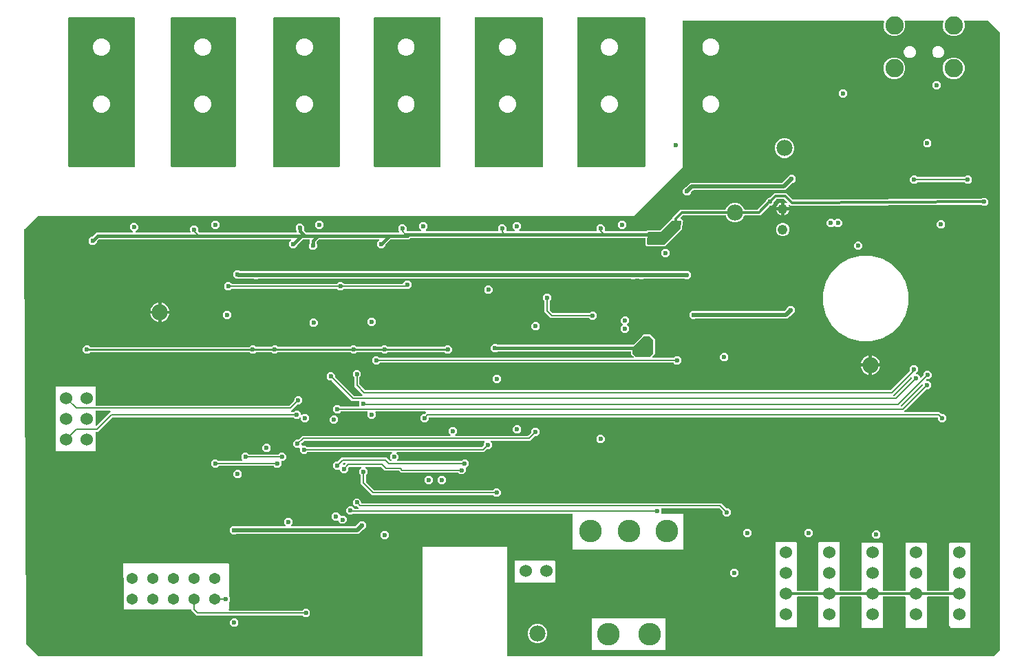
<source format=gbr>
G04 EAGLE Gerber RS-274X export*
G75*
%MOMM*%
%FSLAX34Y34*%
%LPD*%
%INCopper Layer 15*%
%IPPOS*%
%AMOC8*
5,1,8,0,0,1.08239X$1,22.5*%
G01*
%ADD10C,1.524000*%
%ADD11C,2.250000*%
%ADD12C,1.981200*%
%ADD13C,1.371600*%
%ADD14C,1.219200*%
%ADD15C,2.781300*%
%ADD16C,0.600000*%
%ADD17C,0.203200*%
%ADD18C,0.508000*%
%ADD19C,0.304800*%
%ADD20C,0.254000*%
%ADD21C,0.406400*%
%ADD22C,0.152400*%

G36*
X512058Y10993D02*
X512058Y10993D01*
X512116Y10991D01*
X512198Y11013D01*
X512282Y11025D01*
X512335Y11049D01*
X512391Y11063D01*
X512464Y11106D01*
X512541Y11141D01*
X512586Y11179D01*
X512636Y11209D01*
X512694Y11270D01*
X512758Y11325D01*
X512790Y11373D01*
X512830Y11416D01*
X512869Y11491D01*
X512916Y11561D01*
X512933Y11617D01*
X512960Y11669D01*
X512971Y11737D01*
X513001Y11832D01*
X513004Y11932D01*
X513015Y12000D01*
X513015Y144985D01*
X616985Y144985D01*
X616985Y12000D01*
X616993Y11942D01*
X616991Y11884D01*
X617013Y11802D01*
X617025Y11719D01*
X617049Y11665D01*
X617063Y11609D01*
X617106Y11536D01*
X617141Y11459D01*
X617179Y11414D01*
X617209Y11364D01*
X617270Y11306D01*
X617325Y11242D01*
X617373Y11210D01*
X617416Y11170D01*
X617491Y11131D01*
X617561Y11085D01*
X617617Y11067D01*
X617669Y11040D01*
X617737Y11029D01*
X617832Y10999D01*
X617932Y10996D01*
X618000Y10985D01*
X1216000Y10985D01*
X1216087Y10997D01*
X1216174Y11000D01*
X1216227Y11017D01*
X1216282Y11025D01*
X1216361Y11060D01*
X1216445Y11087D01*
X1216484Y11115D01*
X1216541Y11141D01*
X1216654Y11237D01*
X1216718Y11282D01*
X1222718Y17282D01*
X1222770Y17352D01*
X1222830Y17416D01*
X1222856Y17465D01*
X1222889Y17509D01*
X1222920Y17591D01*
X1222960Y17669D01*
X1222968Y17717D01*
X1222990Y17775D01*
X1223002Y17923D01*
X1223015Y18000D01*
X1223015Y778000D01*
X1223003Y778087D01*
X1223000Y778174D01*
X1222983Y778227D01*
X1222975Y778282D01*
X1222940Y778361D01*
X1222913Y778445D01*
X1222885Y778484D01*
X1222859Y778541D01*
X1222763Y778654D01*
X1222718Y778718D01*
X1208718Y792718D01*
X1208648Y792770D01*
X1208584Y792830D01*
X1208535Y792856D01*
X1208491Y792889D01*
X1208409Y792920D01*
X1208331Y792960D01*
X1208284Y792968D01*
X1208225Y792990D01*
X1208077Y793002D01*
X1208000Y793015D01*
X1179923Y793015D01*
X1179809Y792999D01*
X1179695Y792989D01*
X1179669Y792979D01*
X1179642Y792975D01*
X1179537Y792928D01*
X1179430Y792887D01*
X1179408Y792871D01*
X1179382Y792859D01*
X1179295Y792785D01*
X1179203Y792716D01*
X1179187Y792693D01*
X1179165Y792676D01*
X1179102Y792580D01*
X1179033Y792488D01*
X1179023Y792462D01*
X1179008Y792439D01*
X1178973Y792329D01*
X1178933Y792222D01*
X1178930Y792194D01*
X1178922Y792168D01*
X1178919Y792053D01*
X1178910Y791939D01*
X1178915Y791914D01*
X1178915Y791884D01*
X1178982Y791627D01*
X1178985Y791611D01*
X1179601Y790126D01*
X1179601Y784834D01*
X1177576Y779946D01*
X1173834Y776204D01*
X1168946Y774179D01*
X1163654Y774179D01*
X1158766Y776204D01*
X1155024Y779946D01*
X1152999Y784834D01*
X1152999Y790126D01*
X1153615Y791611D01*
X1153643Y791723D01*
X1153678Y791832D01*
X1153679Y791860D01*
X1153686Y791887D01*
X1153682Y792001D01*
X1153685Y792116D01*
X1153678Y792143D01*
X1153677Y792171D01*
X1153642Y792280D01*
X1153613Y792391D01*
X1153599Y792415D01*
X1153591Y792442D01*
X1153527Y792537D01*
X1153468Y792636D01*
X1153448Y792655D01*
X1153433Y792678D01*
X1153345Y792752D01*
X1153261Y792830D01*
X1153236Y792843D01*
X1153215Y792861D01*
X1153110Y792908D01*
X1153008Y792960D01*
X1152983Y792964D01*
X1152955Y792976D01*
X1152692Y793013D01*
X1152677Y793015D01*
X1106923Y793015D01*
X1106809Y792999D01*
X1106695Y792989D01*
X1106669Y792979D01*
X1106642Y792975D01*
X1106537Y792928D01*
X1106430Y792887D01*
X1106408Y792871D01*
X1106382Y792859D01*
X1106295Y792785D01*
X1106203Y792716D01*
X1106187Y792693D01*
X1106165Y792676D01*
X1106102Y792580D01*
X1106033Y792488D01*
X1106023Y792462D01*
X1106008Y792439D01*
X1105973Y792329D01*
X1105933Y792222D01*
X1105930Y792194D01*
X1105922Y792168D01*
X1105919Y792053D01*
X1105910Y791939D01*
X1105915Y791914D01*
X1105915Y791884D01*
X1105982Y791627D01*
X1105985Y791611D01*
X1106601Y790126D01*
X1106601Y784834D01*
X1104576Y779946D01*
X1100834Y776204D01*
X1095946Y774179D01*
X1090654Y774179D01*
X1085766Y776204D01*
X1082024Y779946D01*
X1079999Y784834D01*
X1079999Y790126D01*
X1080615Y791611D01*
X1080643Y791723D01*
X1080678Y791832D01*
X1080679Y791860D01*
X1080686Y791887D01*
X1080682Y792001D01*
X1080685Y792116D01*
X1080678Y792143D01*
X1080677Y792171D01*
X1080642Y792280D01*
X1080613Y792391D01*
X1080599Y792415D01*
X1080591Y792442D01*
X1080527Y792537D01*
X1080468Y792636D01*
X1080448Y792655D01*
X1080433Y792678D01*
X1080345Y792752D01*
X1080261Y792830D01*
X1080236Y792843D01*
X1080215Y792861D01*
X1080110Y792908D01*
X1080008Y792960D01*
X1079983Y792964D01*
X1079955Y792976D01*
X1079692Y793013D01*
X1079677Y793015D01*
X834000Y793015D01*
X833942Y793007D01*
X833884Y793009D01*
X833802Y792987D01*
X833719Y792975D01*
X833665Y792952D01*
X833609Y792937D01*
X833536Y792894D01*
X833459Y792859D01*
X833414Y792821D01*
X833364Y792792D01*
X833306Y792730D01*
X833242Y792676D01*
X833210Y792627D01*
X833170Y792584D01*
X833131Y792509D01*
X833085Y792439D01*
X833067Y792383D01*
X833040Y792331D01*
X833029Y792263D01*
X832999Y792168D01*
X832996Y792068D01*
X832985Y792000D01*
X832985Y612421D01*
X773580Y553015D01*
X40000Y553015D01*
X39913Y553003D01*
X39826Y553000D01*
X39773Y552983D01*
X39719Y552975D01*
X39639Y552940D01*
X39555Y552913D01*
X39516Y552885D01*
X39459Y552859D01*
X39346Y552763D01*
X39282Y552718D01*
X23282Y536718D01*
X23229Y536647D01*
X23167Y536581D01*
X23143Y536533D01*
X23111Y536491D01*
X23079Y536407D01*
X23039Y536327D01*
X23031Y536281D01*
X23010Y536225D01*
X22997Y536073D01*
X22985Y535996D01*
X24985Y25996D01*
X24997Y25911D01*
X25000Y25826D01*
X25017Y25772D01*
X25026Y25715D01*
X25061Y25637D01*
X25087Y25555D01*
X25116Y25515D01*
X25143Y25456D01*
X25237Y25346D01*
X25282Y25282D01*
X39282Y11282D01*
X39352Y11230D01*
X39416Y11170D01*
X39465Y11144D01*
X39509Y11111D01*
X39591Y11080D01*
X39669Y11040D01*
X39717Y11032D01*
X39775Y11010D01*
X39923Y10998D01*
X40000Y10985D01*
X512000Y10985D01*
X512058Y10993D01*
G37*
%LPC*%
G36*
X512908Y298949D02*
X512908Y298949D01*
X509949Y301908D01*
X509949Y306092D01*
X512908Y309051D01*
X515293Y309051D01*
X515380Y309063D01*
X515467Y309066D01*
X515520Y309083D01*
X515575Y309091D01*
X515654Y309126D01*
X515738Y309153D01*
X515777Y309181D01*
X515834Y309207D01*
X515947Y309303D01*
X516011Y309348D01*
X516863Y310200D01*
X516881Y310224D01*
X516903Y310243D01*
X516966Y310337D01*
X517034Y310427D01*
X517044Y310455D01*
X517061Y310479D01*
X517095Y310587D01*
X517135Y310693D01*
X517138Y310722D01*
X517147Y310750D01*
X517149Y310864D01*
X517159Y310976D01*
X517153Y311005D01*
X517154Y311034D01*
X517125Y311144D01*
X517103Y311255D01*
X517089Y311281D01*
X517082Y311309D01*
X517024Y311406D01*
X516972Y311507D01*
X516952Y311529D01*
X516937Y311554D01*
X516854Y311631D01*
X516776Y311713D01*
X516751Y311728D01*
X516729Y311748D01*
X516628Y311800D01*
X516531Y311857D01*
X516502Y311864D01*
X516476Y311878D01*
X516399Y311891D01*
X516255Y311927D01*
X516193Y311925D01*
X516145Y311933D01*
X455727Y311933D01*
X455697Y311929D01*
X455668Y311932D01*
X455557Y311909D01*
X455445Y311893D01*
X455418Y311881D01*
X455389Y311876D01*
X455289Y311824D01*
X455186Y311777D01*
X455163Y311758D01*
X455137Y311745D01*
X455055Y311667D01*
X454969Y311594D01*
X454952Y311569D01*
X454931Y311549D01*
X454874Y311451D01*
X454811Y311357D01*
X454802Y311329D01*
X454787Y311304D01*
X454759Y311194D01*
X454725Y311086D01*
X454725Y311057D01*
X454717Y311028D01*
X454721Y310915D01*
X454718Y310802D01*
X454725Y310773D01*
X454726Y310744D01*
X454761Y310636D01*
X454790Y310527D01*
X454805Y310501D01*
X454814Y310473D01*
X454859Y310410D01*
X454935Y310282D01*
X454981Y310239D01*
X455009Y310200D01*
X455051Y310158D01*
X455051Y305974D01*
X452092Y303015D01*
X447908Y303015D01*
X444949Y305974D01*
X444949Y310158D01*
X444991Y310200D01*
X445009Y310224D01*
X445031Y310243D01*
X445094Y310337D01*
X445162Y310427D01*
X445173Y310455D01*
X445189Y310479D01*
X445223Y310587D01*
X445263Y310693D01*
X445266Y310722D01*
X445275Y310750D01*
X445278Y310863D01*
X445287Y310976D01*
X445281Y311005D01*
X445282Y311034D01*
X445253Y311144D01*
X445231Y311255D01*
X445218Y311281D01*
X445210Y311309D01*
X445153Y311406D01*
X445100Y311507D01*
X445080Y311529D01*
X445065Y311554D01*
X444982Y311631D01*
X444904Y311713D01*
X444879Y311728D01*
X444858Y311748D01*
X444757Y311800D01*
X444659Y311857D01*
X444631Y311864D01*
X444605Y311878D01*
X444527Y311891D01*
X444384Y311927D01*
X444321Y311925D01*
X444273Y311933D01*
X412497Y311933D01*
X412410Y311921D01*
X412323Y311918D01*
X412270Y311901D01*
X412215Y311893D01*
X412135Y311858D01*
X412052Y311831D01*
X412013Y311803D01*
X411956Y311777D01*
X411842Y311681D01*
X411779Y311636D01*
X410092Y309949D01*
X405908Y309949D01*
X402949Y312908D01*
X402949Y317092D01*
X405908Y320051D01*
X410092Y320051D01*
X411779Y318364D01*
X411848Y318312D01*
X411912Y318252D01*
X411962Y318226D01*
X412006Y318193D01*
X412088Y318162D01*
X412166Y318122D01*
X412213Y318114D01*
X412272Y318092D01*
X412419Y318080D01*
X412497Y318067D01*
X433934Y318067D01*
X433992Y318075D01*
X434050Y318073D01*
X434132Y318095D01*
X434216Y318107D01*
X434269Y318130D01*
X434325Y318145D01*
X434398Y318188D01*
X434475Y318223D01*
X434520Y318261D01*
X434570Y318290D01*
X434628Y318352D01*
X434692Y318406D01*
X434724Y318455D01*
X434764Y318498D01*
X434803Y318573D01*
X434850Y318643D01*
X434867Y318699D01*
X434894Y318751D01*
X434905Y318819D01*
X434935Y318914D01*
X434938Y319014D01*
X434949Y319082D01*
X434949Y323158D01*
X434991Y323200D01*
X435009Y323224D01*
X435031Y323243D01*
X435094Y323337D01*
X435162Y323427D01*
X435173Y323455D01*
X435189Y323479D01*
X435223Y323587D01*
X435263Y323693D01*
X435266Y323722D01*
X435275Y323750D01*
X435278Y323863D01*
X435287Y323976D01*
X435281Y324005D01*
X435282Y324034D01*
X435253Y324144D01*
X435231Y324255D01*
X435218Y324281D01*
X435210Y324309D01*
X435152Y324407D01*
X435100Y324507D01*
X435080Y324529D01*
X435065Y324554D01*
X434982Y324631D01*
X434904Y324713D01*
X434879Y324728D01*
X434858Y324748D01*
X434757Y324800D01*
X434659Y324857D01*
X434631Y324864D01*
X434605Y324878D01*
X434527Y324891D01*
X434384Y324927D01*
X434321Y324925D01*
X434273Y324933D01*
X425730Y324933D01*
X401011Y349652D01*
X400941Y349704D01*
X400877Y349764D01*
X400828Y349790D01*
X400784Y349823D01*
X400702Y349854D01*
X400624Y349894D01*
X400577Y349902D01*
X400518Y349924D01*
X400371Y349936D01*
X400293Y349949D01*
X397908Y349949D01*
X394949Y352908D01*
X394949Y357092D01*
X397908Y360051D01*
X402092Y360051D01*
X405051Y357092D01*
X405051Y354707D01*
X405063Y354620D01*
X405066Y354533D01*
X405083Y354480D01*
X405091Y354425D01*
X405126Y354346D01*
X405153Y354262D01*
X405181Y354223D01*
X405207Y354166D01*
X405303Y354053D01*
X405348Y353989D01*
X427973Y331364D01*
X428043Y331312D01*
X428107Y331252D01*
X428156Y331226D01*
X428200Y331193D01*
X428282Y331162D01*
X428360Y331122D01*
X428407Y331114D01*
X428466Y331092D01*
X428613Y331080D01*
X428691Y331067D01*
X438145Y331067D01*
X438174Y331071D01*
X438204Y331068D01*
X438315Y331091D01*
X438427Y331107D01*
X438453Y331119D01*
X438482Y331124D01*
X438583Y331177D01*
X438686Y331223D01*
X438709Y331242D01*
X438735Y331255D01*
X438817Y331333D01*
X438903Y331406D01*
X438919Y331431D01*
X438941Y331451D01*
X438998Y331549D01*
X439061Y331643D01*
X439070Y331671D01*
X439084Y331696D01*
X439112Y331806D01*
X439147Y331914D01*
X439147Y331944D01*
X439154Y331972D01*
X439151Y332085D01*
X439154Y332198D01*
X439146Y332227D01*
X439145Y332256D01*
X439111Y332364D01*
X439082Y332473D01*
X439067Y332499D01*
X439058Y332527D01*
X439012Y332591D01*
X438937Y332718D01*
X438891Y332761D01*
X438863Y332800D01*
X437636Y334027D01*
X428933Y342730D01*
X428933Y353503D01*
X428921Y353590D01*
X428918Y353677D01*
X428901Y353730D01*
X428893Y353785D01*
X428858Y353865D01*
X428831Y353948D01*
X428803Y353987D01*
X428777Y354044D01*
X428681Y354158D01*
X428636Y354221D01*
X426949Y355908D01*
X426949Y360092D01*
X429908Y363051D01*
X434092Y363051D01*
X437051Y360092D01*
X437051Y355908D01*
X435364Y354221D01*
X435312Y354152D01*
X435252Y354088D01*
X435226Y354038D01*
X435193Y353994D01*
X435162Y353912D01*
X435122Y353834D01*
X435114Y353787D01*
X435092Y353728D01*
X435080Y353581D01*
X435067Y353503D01*
X435067Y345691D01*
X435079Y345604D01*
X435082Y345517D01*
X435099Y345464D01*
X435107Y345409D01*
X435142Y345330D01*
X435169Y345246D01*
X435197Y345207D01*
X435223Y345150D01*
X435319Y345037D01*
X435364Y344973D01*
X441973Y338364D01*
X442043Y338312D01*
X442107Y338252D01*
X442156Y338226D01*
X442200Y338193D01*
X442282Y338162D01*
X442360Y338122D01*
X442407Y338114D01*
X442466Y338092D01*
X442613Y338080D01*
X442691Y338067D01*
X1088309Y338067D01*
X1088396Y338079D01*
X1088483Y338082D01*
X1088536Y338099D01*
X1088591Y338107D01*
X1088670Y338142D01*
X1088754Y338169D01*
X1088793Y338197D01*
X1088850Y338223D01*
X1088963Y338319D01*
X1089027Y338364D01*
X1111652Y360989D01*
X1111704Y361059D01*
X1111764Y361123D01*
X1111790Y361172D01*
X1111823Y361216D01*
X1111854Y361298D01*
X1111894Y361376D01*
X1111902Y361423D01*
X1111924Y361482D01*
X1111936Y361629D01*
X1111949Y361707D01*
X1111949Y366092D01*
X1114908Y369051D01*
X1119092Y369051D01*
X1122051Y366092D01*
X1122051Y361908D01*
X1119927Y359784D01*
X1119909Y359760D01*
X1119887Y359741D01*
X1119824Y359647D01*
X1119756Y359557D01*
X1119745Y359529D01*
X1119729Y359505D01*
X1119695Y359397D01*
X1119655Y359291D01*
X1119652Y359262D01*
X1119643Y359234D01*
X1119640Y359120D01*
X1119631Y359008D01*
X1119637Y358979D01*
X1119636Y358950D01*
X1119665Y358840D01*
X1119687Y358729D01*
X1119700Y358703D01*
X1119708Y358675D01*
X1119766Y358577D01*
X1119818Y358477D01*
X1119838Y358455D01*
X1119853Y358430D01*
X1119936Y358353D01*
X1120014Y358271D01*
X1120039Y358256D01*
X1120060Y358236D01*
X1120161Y358184D01*
X1120259Y358127D01*
X1120287Y358120D01*
X1120313Y358106D01*
X1120391Y358093D01*
X1120534Y358057D01*
X1120597Y358059D01*
X1120645Y358051D01*
X1122092Y358051D01*
X1125051Y355092D01*
X1125051Y354839D01*
X1125055Y354810D01*
X1125052Y354780D01*
X1125075Y354669D01*
X1125091Y354557D01*
X1125103Y354531D01*
X1125108Y354502D01*
X1125161Y354401D01*
X1125207Y354298D01*
X1125226Y354275D01*
X1125239Y354249D01*
X1125317Y354167D01*
X1125390Y354081D01*
X1125415Y354065D01*
X1125435Y354043D01*
X1125533Y353986D01*
X1125627Y353923D01*
X1125655Y353914D01*
X1125680Y353900D01*
X1125790Y353872D01*
X1125898Y353837D01*
X1125928Y353837D01*
X1125956Y353830D01*
X1126069Y353833D01*
X1126182Y353830D01*
X1126211Y353838D01*
X1126240Y353839D01*
X1126348Y353873D01*
X1126457Y353902D01*
X1126483Y353917D01*
X1126511Y353926D01*
X1126574Y353972D01*
X1126702Y354047D01*
X1126745Y354093D01*
X1126784Y354121D01*
X1128652Y355989D01*
X1128704Y356059D01*
X1128764Y356123D01*
X1128790Y356172D01*
X1128823Y356216D01*
X1128854Y356298D01*
X1128894Y356376D01*
X1128902Y356423D01*
X1128924Y356482D01*
X1128936Y356629D01*
X1128949Y356707D01*
X1128949Y359092D01*
X1131908Y362051D01*
X1136092Y362051D01*
X1139051Y359092D01*
X1139051Y354908D01*
X1136092Y351949D01*
X1133707Y351949D01*
X1133620Y351937D01*
X1133533Y351934D01*
X1133480Y351917D01*
X1133425Y351909D01*
X1133346Y351874D01*
X1133262Y351847D01*
X1133223Y351819D01*
X1133166Y351793D01*
X1133053Y351697D01*
X1132989Y351652D01*
X1132636Y351299D01*
X1132618Y351275D01*
X1132596Y351256D01*
X1132533Y351162D01*
X1132465Y351071D01*
X1132454Y351044D01*
X1132438Y351020D01*
X1132404Y350912D01*
X1132363Y350806D01*
X1132361Y350776D01*
X1132352Y350749D01*
X1132349Y350636D01*
X1132340Y350522D01*
X1132346Y350494D01*
X1132345Y350464D01*
X1132373Y350355D01*
X1132396Y350244D01*
X1132409Y350218D01*
X1132417Y350189D01*
X1132475Y350092D01*
X1132527Y349991D01*
X1132547Y349970D01*
X1132562Y349945D01*
X1132645Y349867D01*
X1132723Y349785D01*
X1132748Y349770D01*
X1132769Y349750D01*
X1132870Y349699D01*
X1132968Y349642D01*
X1132996Y349634D01*
X1133022Y349621D01*
X1133100Y349608D01*
X1133243Y349571D01*
X1133306Y349573D01*
X1133353Y349565D01*
X1135361Y349565D01*
X1138320Y346607D01*
X1138320Y342423D01*
X1135361Y339464D01*
X1132976Y339464D01*
X1132890Y339452D01*
X1132802Y339449D01*
X1132749Y339432D01*
X1132695Y339424D01*
X1132615Y339388D01*
X1132532Y339361D01*
X1132492Y339333D01*
X1132435Y339308D01*
X1132322Y339212D01*
X1132258Y339167D01*
X1107119Y314027D01*
X1105892Y312800D01*
X1105874Y312776D01*
X1105851Y312757D01*
X1105789Y312663D01*
X1105721Y312573D01*
X1105710Y312545D01*
X1105694Y312521D01*
X1105660Y312413D01*
X1105619Y312307D01*
X1105617Y312278D01*
X1105608Y312250D01*
X1105605Y312136D01*
X1105596Y312024D01*
X1105602Y311995D01*
X1105601Y311966D01*
X1105629Y311856D01*
X1105652Y311745D01*
X1105665Y311719D01*
X1105673Y311691D01*
X1105730Y311593D01*
X1105783Y311493D01*
X1105803Y311471D01*
X1105818Y311446D01*
X1105900Y311369D01*
X1105978Y311287D01*
X1106004Y311272D01*
X1106025Y311252D01*
X1106126Y311200D01*
X1106224Y311143D01*
X1106252Y311136D01*
X1106278Y311122D01*
X1106356Y311109D01*
X1106499Y311073D01*
X1106562Y311075D01*
X1106609Y311067D01*
X1149010Y311067D01*
X1150729Y309348D01*
X1150799Y309296D01*
X1150863Y309236D01*
X1150912Y309210D01*
X1150956Y309177D01*
X1151038Y309146D01*
X1151116Y309106D01*
X1151163Y309098D01*
X1151222Y309076D01*
X1151369Y309064D01*
X1151447Y309051D01*
X1153832Y309051D01*
X1156791Y306092D01*
X1156791Y301908D01*
X1153832Y298949D01*
X1149648Y298949D01*
X1146689Y301908D01*
X1146689Y303918D01*
X1146681Y303976D01*
X1146683Y304034D01*
X1146661Y304116D01*
X1146649Y304200D01*
X1146626Y304253D01*
X1146611Y304309D01*
X1146568Y304382D01*
X1146533Y304459D01*
X1146495Y304504D01*
X1146466Y304554D01*
X1146404Y304612D01*
X1146350Y304676D01*
X1146301Y304708D01*
X1146258Y304748D01*
X1146183Y304787D01*
X1146113Y304834D01*
X1146057Y304851D01*
X1146005Y304878D01*
X1145937Y304889D01*
X1145842Y304919D01*
X1145742Y304922D01*
X1145674Y304933D01*
X521066Y304933D01*
X521008Y304925D01*
X520950Y304927D01*
X520868Y304905D01*
X520784Y304893D01*
X520731Y304870D01*
X520675Y304855D01*
X520602Y304812D01*
X520525Y304777D01*
X520480Y304739D01*
X520430Y304710D01*
X520372Y304648D01*
X520308Y304594D01*
X520276Y304545D01*
X520236Y304502D01*
X520197Y304427D01*
X520150Y304357D01*
X520133Y304301D01*
X520106Y304249D01*
X520095Y304181D01*
X520065Y304086D01*
X520062Y303986D01*
X520051Y303918D01*
X520051Y301908D01*
X517092Y298949D01*
X512908Y298949D01*
G37*
%LPD*%
G36*
X660058Y612993D02*
X660058Y612993D01*
X660116Y612991D01*
X660198Y613013D01*
X660282Y613025D01*
X660335Y613049D01*
X660391Y613063D01*
X660464Y613106D01*
X660541Y613141D01*
X660586Y613179D01*
X660636Y613209D01*
X660694Y613270D01*
X660758Y613325D01*
X660790Y613373D01*
X660830Y613416D01*
X660869Y613491D01*
X660916Y613561D01*
X660933Y613617D01*
X660960Y613669D01*
X660971Y613737D01*
X661001Y613832D01*
X661004Y613932D01*
X661015Y614000D01*
X661015Y796000D01*
X661007Y796058D01*
X661009Y796116D01*
X660987Y796198D01*
X660975Y796282D01*
X660952Y796335D01*
X660937Y796391D01*
X660894Y796464D01*
X660859Y796541D01*
X660821Y796586D01*
X660792Y796636D01*
X660730Y796694D01*
X660676Y796758D01*
X660627Y796790D01*
X660584Y796830D01*
X660509Y796869D01*
X660439Y796916D01*
X660383Y796933D01*
X660331Y796960D01*
X660263Y796971D01*
X660168Y797001D01*
X660068Y797004D01*
X660000Y797015D01*
X578000Y797015D01*
X577942Y797007D01*
X577884Y797009D01*
X577802Y796987D01*
X577719Y796975D01*
X577665Y796952D01*
X577609Y796937D01*
X577536Y796894D01*
X577459Y796859D01*
X577414Y796821D01*
X577364Y796792D01*
X577306Y796730D01*
X577242Y796676D01*
X577210Y796627D01*
X577170Y796584D01*
X577131Y796509D01*
X577085Y796439D01*
X577067Y796383D01*
X577040Y796331D01*
X577029Y796263D01*
X576999Y796168D01*
X576996Y796068D01*
X576985Y796000D01*
X576985Y614000D01*
X576993Y613942D01*
X576991Y613884D01*
X577013Y613802D01*
X577025Y613719D01*
X577049Y613665D01*
X577063Y613609D01*
X577106Y613536D01*
X577141Y613459D01*
X577179Y613414D01*
X577209Y613364D01*
X577270Y613306D01*
X577325Y613242D01*
X577373Y613210D01*
X577416Y613170D01*
X577491Y613131D01*
X577561Y613085D01*
X577617Y613067D01*
X577669Y613040D01*
X577737Y613029D01*
X577832Y612999D01*
X577932Y612996D01*
X578000Y612985D01*
X660000Y612985D01*
X660058Y612993D01*
G37*
G36*
X786058Y612993D02*
X786058Y612993D01*
X786116Y612991D01*
X786198Y613013D01*
X786282Y613025D01*
X786335Y613049D01*
X786391Y613063D01*
X786464Y613106D01*
X786541Y613141D01*
X786586Y613179D01*
X786636Y613209D01*
X786694Y613270D01*
X786758Y613325D01*
X786790Y613373D01*
X786830Y613416D01*
X786869Y613491D01*
X786916Y613561D01*
X786933Y613617D01*
X786960Y613669D01*
X786971Y613737D01*
X787001Y613832D01*
X787004Y613932D01*
X787015Y614000D01*
X787015Y796000D01*
X787007Y796058D01*
X787009Y796116D01*
X786987Y796198D01*
X786975Y796282D01*
X786952Y796335D01*
X786937Y796391D01*
X786894Y796464D01*
X786859Y796541D01*
X786821Y796586D01*
X786792Y796636D01*
X786730Y796694D01*
X786676Y796758D01*
X786627Y796790D01*
X786584Y796830D01*
X786509Y796869D01*
X786439Y796916D01*
X786383Y796933D01*
X786331Y796960D01*
X786263Y796971D01*
X786168Y797001D01*
X786068Y797004D01*
X786000Y797015D01*
X704000Y797015D01*
X703942Y797007D01*
X703884Y797009D01*
X703802Y796987D01*
X703719Y796975D01*
X703665Y796952D01*
X703609Y796937D01*
X703536Y796894D01*
X703459Y796859D01*
X703414Y796821D01*
X703364Y796792D01*
X703306Y796730D01*
X703242Y796676D01*
X703210Y796627D01*
X703170Y796584D01*
X703131Y796509D01*
X703085Y796439D01*
X703067Y796383D01*
X703040Y796331D01*
X703029Y796263D01*
X702999Y796168D01*
X702996Y796068D01*
X702985Y796000D01*
X702985Y614000D01*
X702993Y613942D01*
X702991Y613884D01*
X703013Y613802D01*
X703025Y613719D01*
X703049Y613665D01*
X703063Y613609D01*
X703106Y613536D01*
X703141Y613459D01*
X703179Y613414D01*
X703209Y613364D01*
X703270Y613306D01*
X703325Y613242D01*
X703373Y613210D01*
X703416Y613170D01*
X703491Y613131D01*
X703561Y613085D01*
X703617Y613067D01*
X703669Y613040D01*
X703737Y613029D01*
X703832Y612999D01*
X703932Y612996D01*
X704000Y612985D01*
X786000Y612985D01*
X786058Y612993D01*
G37*
G36*
X534058Y612993D02*
X534058Y612993D01*
X534116Y612991D01*
X534198Y613013D01*
X534282Y613025D01*
X534335Y613049D01*
X534391Y613063D01*
X534464Y613106D01*
X534541Y613141D01*
X534586Y613179D01*
X534636Y613209D01*
X534694Y613270D01*
X534758Y613325D01*
X534790Y613373D01*
X534830Y613416D01*
X534869Y613491D01*
X534916Y613561D01*
X534933Y613617D01*
X534960Y613669D01*
X534971Y613737D01*
X535001Y613832D01*
X535004Y613932D01*
X535015Y614000D01*
X535015Y796000D01*
X535007Y796058D01*
X535009Y796116D01*
X534987Y796198D01*
X534975Y796282D01*
X534952Y796335D01*
X534937Y796391D01*
X534894Y796464D01*
X534859Y796541D01*
X534821Y796586D01*
X534792Y796636D01*
X534730Y796694D01*
X534676Y796758D01*
X534627Y796790D01*
X534584Y796830D01*
X534509Y796869D01*
X534439Y796916D01*
X534383Y796933D01*
X534331Y796960D01*
X534263Y796971D01*
X534168Y797001D01*
X534068Y797004D01*
X534000Y797015D01*
X454000Y797015D01*
X453942Y797007D01*
X453884Y797009D01*
X453802Y796987D01*
X453719Y796975D01*
X453665Y796952D01*
X453609Y796937D01*
X453536Y796894D01*
X453459Y796859D01*
X453414Y796821D01*
X453364Y796792D01*
X453306Y796730D01*
X453242Y796676D01*
X453210Y796627D01*
X453170Y796584D01*
X453131Y796509D01*
X453085Y796439D01*
X453067Y796383D01*
X453040Y796331D01*
X453029Y796263D01*
X452999Y796168D01*
X452996Y796068D01*
X452985Y796000D01*
X452985Y614000D01*
X452993Y613942D01*
X452991Y613884D01*
X453013Y613802D01*
X453025Y613719D01*
X453049Y613665D01*
X453063Y613609D01*
X453106Y613536D01*
X453141Y613459D01*
X453179Y613414D01*
X453209Y613364D01*
X453270Y613306D01*
X453325Y613242D01*
X453373Y613210D01*
X453416Y613170D01*
X453491Y613131D01*
X453561Y613085D01*
X453617Y613067D01*
X453669Y613040D01*
X453737Y613029D01*
X453832Y612999D01*
X453932Y612996D01*
X454000Y612985D01*
X534000Y612985D01*
X534058Y612993D01*
G37*
G36*
X410058Y612993D02*
X410058Y612993D01*
X410116Y612991D01*
X410198Y613013D01*
X410282Y613025D01*
X410335Y613049D01*
X410391Y613063D01*
X410464Y613106D01*
X410541Y613141D01*
X410586Y613179D01*
X410636Y613209D01*
X410694Y613270D01*
X410758Y613325D01*
X410790Y613373D01*
X410830Y613416D01*
X410869Y613491D01*
X410916Y613561D01*
X410933Y613617D01*
X410960Y613669D01*
X410971Y613737D01*
X411001Y613832D01*
X411004Y613932D01*
X411015Y614000D01*
X411015Y796000D01*
X411007Y796058D01*
X411009Y796116D01*
X410987Y796198D01*
X410975Y796282D01*
X410952Y796335D01*
X410937Y796391D01*
X410894Y796464D01*
X410859Y796541D01*
X410821Y796586D01*
X410792Y796636D01*
X410730Y796694D01*
X410676Y796758D01*
X410627Y796790D01*
X410584Y796830D01*
X410509Y796869D01*
X410439Y796916D01*
X410383Y796933D01*
X410331Y796960D01*
X410263Y796971D01*
X410168Y797001D01*
X410068Y797004D01*
X410000Y797015D01*
X330000Y797015D01*
X329942Y797007D01*
X329884Y797009D01*
X329802Y796987D01*
X329719Y796975D01*
X329665Y796952D01*
X329609Y796937D01*
X329536Y796894D01*
X329459Y796859D01*
X329414Y796821D01*
X329364Y796792D01*
X329306Y796730D01*
X329242Y796676D01*
X329210Y796627D01*
X329170Y796584D01*
X329131Y796509D01*
X329085Y796439D01*
X329067Y796383D01*
X329040Y796331D01*
X329029Y796263D01*
X328999Y796168D01*
X328996Y796068D01*
X328985Y796000D01*
X328985Y614000D01*
X328993Y613942D01*
X328991Y613884D01*
X329013Y613802D01*
X329025Y613719D01*
X329049Y613665D01*
X329063Y613609D01*
X329106Y613536D01*
X329141Y613459D01*
X329179Y613414D01*
X329209Y613364D01*
X329270Y613306D01*
X329325Y613242D01*
X329373Y613210D01*
X329416Y613170D01*
X329491Y613131D01*
X329561Y613085D01*
X329617Y613067D01*
X329669Y613040D01*
X329737Y613029D01*
X329832Y612999D01*
X329932Y612996D01*
X330000Y612985D01*
X410000Y612985D01*
X410058Y612993D01*
G37*
G36*
X158058Y612993D02*
X158058Y612993D01*
X158116Y612991D01*
X158198Y613013D01*
X158282Y613025D01*
X158335Y613049D01*
X158391Y613063D01*
X158464Y613106D01*
X158541Y613141D01*
X158586Y613179D01*
X158636Y613209D01*
X158694Y613270D01*
X158758Y613325D01*
X158790Y613373D01*
X158830Y613416D01*
X158869Y613491D01*
X158916Y613561D01*
X158933Y613617D01*
X158960Y613669D01*
X158971Y613737D01*
X159001Y613832D01*
X159004Y613932D01*
X159015Y614000D01*
X159015Y796000D01*
X159007Y796058D01*
X159009Y796116D01*
X158987Y796198D01*
X158975Y796282D01*
X158952Y796335D01*
X158937Y796391D01*
X158894Y796464D01*
X158859Y796541D01*
X158821Y796586D01*
X158792Y796636D01*
X158730Y796694D01*
X158676Y796758D01*
X158627Y796790D01*
X158584Y796830D01*
X158509Y796869D01*
X158439Y796916D01*
X158383Y796933D01*
X158331Y796960D01*
X158263Y796971D01*
X158168Y797001D01*
X158068Y797004D01*
X158000Y797015D01*
X78000Y797015D01*
X77942Y797007D01*
X77884Y797009D01*
X77802Y796987D01*
X77719Y796975D01*
X77665Y796952D01*
X77609Y796937D01*
X77536Y796894D01*
X77459Y796859D01*
X77414Y796821D01*
X77364Y796792D01*
X77306Y796730D01*
X77242Y796676D01*
X77210Y796627D01*
X77170Y796584D01*
X77131Y796509D01*
X77085Y796439D01*
X77067Y796383D01*
X77040Y796331D01*
X77029Y796263D01*
X76999Y796168D01*
X76996Y796068D01*
X76985Y796000D01*
X76985Y614000D01*
X76993Y613942D01*
X76991Y613884D01*
X77013Y613802D01*
X77025Y613719D01*
X77049Y613665D01*
X77063Y613609D01*
X77106Y613536D01*
X77141Y613459D01*
X77179Y613414D01*
X77209Y613364D01*
X77270Y613306D01*
X77325Y613242D01*
X77373Y613210D01*
X77416Y613170D01*
X77491Y613131D01*
X77561Y613085D01*
X77617Y613067D01*
X77669Y613040D01*
X77737Y613029D01*
X77832Y612999D01*
X77932Y612996D01*
X78000Y612985D01*
X158000Y612985D01*
X158058Y612993D01*
G37*
G36*
X282058Y612993D02*
X282058Y612993D01*
X282116Y612991D01*
X282198Y613013D01*
X282282Y613025D01*
X282335Y613049D01*
X282391Y613063D01*
X282464Y613106D01*
X282541Y613141D01*
X282586Y613179D01*
X282636Y613209D01*
X282694Y613270D01*
X282758Y613325D01*
X282790Y613373D01*
X282830Y613416D01*
X282869Y613491D01*
X282916Y613561D01*
X282933Y613617D01*
X282960Y613669D01*
X282971Y613737D01*
X283001Y613832D01*
X283004Y613932D01*
X283015Y614000D01*
X283015Y796000D01*
X283007Y796058D01*
X283009Y796116D01*
X282987Y796198D01*
X282975Y796282D01*
X282952Y796335D01*
X282937Y796391D01*
X282894Y796464D01*
X282859Y796541D01*
X282821Y796586D01*
X282792Y796636D01*
X282730Y796694D01*
X282676Y796758D01*
X282627Y796790D01*
X282584Y796830D01*
X282509Y796869D01*
X282439Y796916D01*
X282383Y796933D01*
X282331Y796960D01*
X282263Y796971D01*
X282168Y797001D01*
X282068Y797004D01*
X282000Y797015D01*
X204000Y797015D01*
X203942Y797007D01*
X203884Y797009D01*
X203802Y796987D01*
X203719Y796975D01*
X203665Y796952D01*
X203609Y796937D01*
X203536Y796894D01*
X203459Y796859D01*
X203414Y796821D01*
X203364Y796792D01*
X203306Y796730D01*
X203242Y796676D01*
X203210Y796627D01*
X203170Y796584D01*
X203131Y796509D01*
X203085Y796439D01*
X203067Y796383D01*
X203040Y796331D01*
X203029Y796263D01*
X202999Y796168D01*
X202996Y796068D01*
X202985Y796000D01*
X202985Y614000D01*
X202993Y613942D01*
X202991Y613884D01*
X203013Y613802D01*
X203025Y613719D01*
X203049Y613665D01*
X203063Y613609D01*
X203106Y613536D01*
X203141Y613459D01*
X203179Y613414D01*
X203209Y613364D01*
X203270Y613306D01*
X203325Y613242D01*
X203373Y613210D01*
X203416Y613170D01*
X203491Y613131D01*
X203561Y613085D01*
X203617Y613067D01*
X203669Y613040D01*
X203737Y613029D01*
X203832Y612999D01*
X203932Y612996D01*
X204000Y612985D01*
X282000Y612985D01*
X282058Y612993D01*
G37*
%LPC*%
G36*
X1053160Y45489D02*
X1053160Y45489D01*
X1052713Y45936D01*
X1052713Y83040D01*
X1052705Y83098D01*
X1052707Y83156D01*
X1052685Y83238D01*
X1052673Y83322D01*
X1052650Y83375D01*
X1052635Y83431D01*
X1052592Y83504D01*
X1052557Y83581D01*
X1052519Y83626D01*
X1052490Y83676D01*
X1052428Y83734D01*
X1052374Y83798D01*
X1052325Y83830D01*
X1052282Y83870D01*
X1052207Y83909D01*
X1052137Y83956D01*
X1052081Y83973D01*
X1052029Y84000D01*
X1051961Y84011D01*
X1051866Y84041D01*
X1051766Y84044D01*
X1051698Y84055D01*
X1027082Y84055D01*
X1027024Y84047D01*
X1026966Y84049D01*
X1026884Y84027D01*
X1026800Y84015D01*
X1026747Y83992D01*
X1026691Y83977D01*
X1026618Y83934D01*
X1026541Y83899D01*
X1026496Y83861D01*
X1026446Y83832D01*
X1026388Y83770D01*
X1026324Y83716D01*
X1026292Y83667D01*
X1026252Y83624D01*
X1026213Y83549D01*
X1026166Y83479D01*
X1026149Y83423D01*
X1026122Y83371D01*
X1026111Y83303D01*
X1026081Y83208D01*
X1026078Y83108D01*
X1026067Y83040D01*
X1026067Y46444D01*
X1025620Y45997D01*
X1000328Y45997D01*
X999881Y46444D01*
X999881Y83040D01*
X999873Y83098D01*
X999875Y83156D01*
X999853Y83238D01*
X999841Y83322D01*
X999818Y83375D01*
X999803Y83431D01*
X999760Y83504D01*
X999725Y83581D01*
X999687Y83626D01*
X999658Y83676D01*
X999596Y83734D01*
X999542Y83798D01*
X999493Y83830D01*
X999450Y83870D01*
X999375Y83909D01*
X999305Y83956D01*
X999249Y83973D01*
X999197Y84000D01*
X999129Y84011D01*
X999034Y84041D01*
X998934Y84044D01*
X998866Y84055D01*
X974250Y84055D01*
X974192Y84047D01*
X974134Y84049D01*
X974052Y84027D01*
X973968Y84015D01*
X973915Y83992D01*
X973859Y83977D01*
X973786Y83934D01*
X973709Y83899D01*
X973664Y83861D01*
X973614Y83832D01*
X973556Y83770D01*
X973492Y83716D01*
X973460Y83667D01*
X973420Y83624D01*
X973381Y83549D01*
X973334Y83479D01*
X973317Y83423D01*
X973290Y83371D01*
X973279Y83303D01*
X973249Y83208D01*
X973246Y83108D01*
X973235Y83040D01*
X973235Y46444D01*
X972788Y45997D01*
X947496Y45997D01*
X947049Y46444D01*
X947049Y150448D01*
X947496Y150895D01*
X972788Y150895D01*
X973235Y150448D01*
X973235Y92220D01*
X973243Y92162D01*
X973241Y92104D01*
X973263Y92022D01*
X973275Y91938D01*
X973298Y91885D01*
X973313Y91829D01*
X973356Y91756D01*
X973391Y91679D01*
X973429Y91634D01*
X973458Y91584D01*
X973520Y91526D01*
X973574Y91462D01*
X973623Y91430D01*
X973666Y91390D01*
X973741Y91351D01*
X973811Y91304D01*
X973867Y91287D01*
X973919Y91260D01*
X973987Y91249D01*
X974082Y91219D01*
X974182Y91216D01*
X974250Y91205D01*
X998866Y91205D01*
X998924Y91213D01*
X998982Y91211D01*
X999064Y91233D01*
X999148Y91245D01*
X999201Y91268D01*
X999257Y91283D01*
X999330Y91326D01*
X999407Y91361D01*
X999452Y91399D01*
X999502Y91428D01*
X999560Y91490D01*
X999624Y91544D01*
X999656Y91593D01*
X999696Y91636D01*
X999735Y91711D01*
X999782Y91781D01*
X999799Y91837D01*
X999826Y91889D01*
X999837Y91957D01*
X999867Y92052D01*
X999870Y92152D01*
X999881Y92220D01*
X999881Y150448D01*
X1000328Y150895D01*
X1025620Y150895D01*
X1026067Y150448D01*
X1026067Y92220D01*
X1026075Y92162D01*
X1026073Y92104D01*
X1026095Y92022D01*
X1026107Y91938D01*
X1026130Y91885D01*
X1026145Y91829D01*
X1026188Y91756D01*
X1026223Y91679D01*
X1026261Y91634D01*
X1026290Y91584D01*
X1026352Y91526D01*
X1026406Y91462D01*
X1026455Y91430D01*
X1026498Y91390D01*
X1026573Y91351D01*
X1026643Y91304D01*
X1026699Y91287D01*
X1026751Y91260D01*
X1026819Y91249D01*
X1026914Y91219D01*
X1027014Y91216D01*
X1027082Y91205D01*
X1051698Y91205D01*
X1051756Y91213D01*
X1051814Y91211D01*
X1051896Y91233D01*
X1051980Y91245D01*
X1052033Y91268D01*
X1052089Y91283D01*
X1052162Y91326D01*
X1052239Y91361D01*
X1052284Y91399D01*
X1052334Y91428D01*
X1052392Y91490D01*
X1052456Y91544D01*
X1052488Y91593D01*
X1052528Y91636D01*
X1052567Y91711D01*
X1052614Y91781D01*
X1052631Y91837D01*
X1052658Y91889D01*
X1052669Y91957D01*
X1052699Y92052D01*
X1052702Y92152D01*
X1052713Y92220D01*
X1052713Y149940D01*
X1053160Y150387D01*
X1078452Y150387D01*
X1078899Y149940D01*
X1078899Y92220D01*
X1078907Y92162D01*
X1078905Y92104D01*
X1078927Y92022D01*
X1078939Y91938D01*
X1078962Y91885D01*
X1078977Y91829D01*
X1079020Y91756D01*
X1079055Y91679D01*
X1079093Y91634D01*
X1079122Y91584D01*
X1079184Y91526D01*
X1079238Y91462D01*
X1079287Y91430D01*
X1079330Y91390D01*
X1079405Y91351D01*
X1079475Y91304D01*
X1079531Y91287D01*
X1079583Y91260D01*
X1079651Y91249D01*
X1079746Y91219D01*
X1079846Y91216D01*
X1079914Y91205D01*
X1106054Y91205D01*
X1106112Y91213D01*
X1106170Y91211D01*
X1106252Y91233D01*
X1106336Y91245D01*
X1106389Y91268D01*
X1106445Y91283D01*
X1106518Y91326D01*
X1106595Y91361D01*
X1106640Y91399D01*
X1106690Y91428D01*
X1106748Y91490D01*
X1106812Y91544D01*
X1106844Y91593D01*
X1106884Y91636D01*
X1106923Y91711D01*
X1106970Y91781D01*
X1106987Y91837D01*
X1107014Y91889D01*
X1107025Y91957D01*
X1107055Y92052D01*
X1107058Y92152D01*
X1107069Y92220D01*
X1107069Y149940D01*
X1107516Y150387D01*
X1132808Y150387D01*
X1133255Y149940D01*
X1133255Y92220D01*
X1133263Y92162D01*
X1133261Y92104D01*
X1133283Y92022D01*
X1133295Y91938D01*
X1133318Y91885D01*
X1133333Y91829D01*
X1133376Y91756D01*
X1133411Y91679D01*
X1133449Y91634D01*
X1133478Y91584D01*
X1133540Y91526D01*
X1133594Y91462D01*
X1133643Y91430D01*
X1133686Y91390D01*
X1133761Y91351D01*
X1133831Y91304D01*
X1133887Y91287D01*
X1133939Y91260D01*
X1134007Y91249D01*
X1134102Y91219D01*
X1134202Y91216D01*
X1134270Y91205D01*
X1159902Y91205D01*
X1159960Y91213D01*
X1160018Y91211D01*
X1160100Y91233D01*
X1160184Y91245D01*
X1160237Y91268D01*
X1160293Y91283D01*
X1160366Y91326D01*
X1160443Y91361D01*
X1160488Y91399D01*
X1160538Y91428D01*
X1160596Y91490D01*
X1160660Y91544D01*
X1160692Y91593D01*
X1160732Y91636D01*
X1160771Y91711D01*
X1160818Y91781D01*
X1160835Y91837D01*
X1160862Y91889D01*
X1160873Y91957D01*
X1160903Y92052D01*
X1160906Y92152D01*
X1160917Y92220D01*
X1160917Y149940D01*
X1161364Y150387D01*
X1186656Y150387D01*
X1187103Y149940D01*
X1187103Y45936D01*
X1186656Y45489D01*
X1161364Y45489D01*
X1160917Y45936D01*
X1160917Y83040D01*
X1160909Y83098D01*
X1160911Y83156D01*
X1160889Y83238D01*
X1160877Y83322D01*
X1160854Y83375D01*
X1160839Y83431D01*
X1160796Y83504D01*
X1160761Y83581D01*
X1160723Y83626D01*
X1160694Y83676D01*
X1160632Y83734D01*
X1160578Y83798D01*
X1160529Y83830D01*
X1160486Y83870D01*
X1160411Y83909D01*
X1160341Y83956D01*
X1160285Y83973D01*
X1160233Y84000D01*
X1160165Y84011D01*
X1160070Y84041D01*
X1159970Y84044D01*
X1159902Y84055D01*
X1134270Y84055D01*
X1134212Y84047D01*
X1134154Y84049D01*
X1134072Y84027D01*
X1133988Y84015D01*
X1133935Y83992D01*
X1133879Y83977D01*
X1133806Y83934D01*
X1133729Y83899D01*
X1133684Y83861D01*
X1133634Y83832D01*
X1133576Y83770D01*
X1133512Y83716D01*
X1133480Y83667D01*
X1133440Y83624D01*
X1133401Y83549D01*
X1133354Y83479D01*
X1133337Y83423D01*
X1133310Y83371D01*
X1133299Y83303D01*
X1133269Y83208D01*
X1133266Y83108D01*
X1133255Y83040D01*
X1133255Y45936D01*
X1132808Y45489D01*
X1107516Y45489D01*
X1107069Y45936D01*
X1107069Y83040D01*
X1107061Y83098D01*
X1107063Y83156D01*
X1107041Y83238D01*
X1107029Y83322D01*
X1107006Y83375D01*
X1106991Y83431D01*
X1106948Y83504D01*
X1106913Y83581D01*
X1106875Y83626D01*
X1106846Y83676D01*
X1106784Y83734D01*
X1106730Y83798D01*
X1106681Y83830D01*
X1106638Y83870D01*
X1106563Y83909D01*
X1106493Y83956D01*
X1106437Y83973D01*
X1106385Y84000D01*
X1106317Y84011D01*
X1106222Y84041D01*
X1106122Y84044D01*
X1106054Y84055D01*
X1079914Y84055D01*
X1079856Y84047D01*
X1079798Y84049D01*
X1079716Y84027D01*
X1079632Y84015D01*
X1079579Y83992D01*
X1079523Y83977D01*
X1079450Y83934D01*
X1079373Y83899D01*
X1079328Y83861D01*
X1079278Y83832D01*
X1079220Y83770D01*
X1079156Y83716D01*
X1079124Y83667D01*
X1079084Y83624D01*
X1079045Y83549D01*
X1078998Y83479D01*
X1078981Y83423D01*
X1078954Y83371D01*
X1078943Y83303D01*
X1078913Y83208D01*
X1078910Y83108D01*
X1078899Y83040D01*
X1078899Y45936D01*
X1078452Y45489D01*
X1053160Y45489D01*
G37*
%LPD*%
%LPC*%
G36*
X698068Y142197D02*
X698068Y142197D01*
X697621Y142644D01*
X697621Y184918D01*
X697613Y184976D01*
X697615Y185034D01*
X697593Y185116D01*
X697581Y185200D01*
X697558Y185253D01*
X697543Y185309D01*
X697500Y185382D01*
X697465Y185459D01*
X697427Y185504D01*
X697398Y185554D01*
X697336Y185612D01*
X697282Y185676D01*
X697233Y185708D01*
X697190Y185748D01*
X697115Y185787D01*
X697045Y185834D01*
X696989Y185851D01*
X696937Y185878D01*
X696869Y185889D01*
X696774Y185919D01*
X696674Y185922D01*
X696606Y185933D01*
X427497Y185933D01*
X427410Y185921D01*
X427323Y185918D01*
X427270Y185901D01*
X427215Y185893D01*
X427135Y185858D01*
X427052Y185831D01*
X427013Y185803D01*
X426956Y185777D01*
X426842Y185681D01*
X426779Y185636D01*
X426092Y184949D01*
X421908Y184949D01*
X418949Y187908D01*
X418949Y192092D01*
X421908Y195051D01*
X426092Y195051D01*
X428779Y192364D01*
X428848Y192312D01*
X428912Y192252D01*
X428962Y192226D01*
X429006Y192193D01*
X429088Y192162D01*
X429166Y192122D01*
X429213Y192114D01*
X429272Y192092D01*
X429419Y192080D01*
X429497Y192067D01*
X433145Y192067D01*
X433174Y192071D01*
X433204Y192068D01*
X433315Y192091D01*
X433427Y192107D01*
X433453Y192119D01*
X433482Y192124D01*
X433583Y192177D01*
X433686Y192223D01*
X433709Y192242D01*
X433735Y192255D01*
X433817Y192333D01*
X433903Y192406D01*
X433919Y192431D01*
X433941Y192451D01*
X433998Y192549D01*
X434061Y192643D01*
X434070Y192671D01*
X434084Y192696D01*
X434112Y192806D01*
X434147Y192914D01*
X434147Y192944D01*
X434154Y192972D01*
X434151Y193085D01*
X434154Y193198D01*
X434146Y193227D01*
X434145Y193256D01*
X434111Y193364D01*
X434082Y193473D01*
X434067Y193499D01*
X434058Y193527D01*
X434012Y193591D01*
X433937Y193718D01*
X433891Y193761D01*
X433863Y193800D01*
X433011Y194652D01*
X432941Y194704D01*
X432877Y194764D01*
X432828Y194790D01*
X432784Y194823D01*
X432702Y194854D01*
X432624Y194894D01*
X432577Y194902D01*
X432518Y194924D01*
X432371Y194936D01*
X432293Y194949D01*
X429908Y194949D01*
X426949Y197908D01*
X426949Y202092D01*
X429908Y205051D01*
X434092Y205051D01*
X437051Y202092D01*
X437051Y200082D01*
X437059Y200024D01*
X437057Y199966D01*
X437079Y199884D01*
X437091Y199800D01*
X437114Y199747D01*
X437129Y199691D01*
X437172Y199618D01*
X437207Y199541D01*
X437245Y199496D01*
X437274Y199446D01*
X437336Y199388D01*
X437390Y199324D01*
X437439Y199292D01*
X437482Y199252D01*
X437557Y199213D01*
X437627Y199166D01*
X437683Y199149D01*
X437735Y199122D01*
X437803Y199111D01*
X437898Y199081D01*
X437998Y199078D01*
X438066Y199067D01*
X880270Y199067D01*
X885989Y193348D01*
X886059Y193296D01*
X886123Y193236D01*
X886172Y193210D01*
X886216Y193177D01*
X886298Y193146D01*
X886376Y193106D01*
X886423Y193098D01*
X886482Y193076D01*
X886629Y193064D01*
X886707Y193051D01*
X889092Y193051D01*
X892051Y190092D01*
X892051Y185908D01*
X889092Y182949D01*
X884908Y182949D01*
X881949Y185908D01*
X881949Y188293D01*
X881937Y188380D01*
X881934Y188467D01*
X881917Y188520D01*
X881909Y188575D01*
X881874Y188654D01*
X881847Y188738D01*
X881819Y188777D01*
X881793Y188834D01*
X881697Y188947D01*
X881652Y189011D01*
X878027Y192636D01*
X877957Y192688D01*
X877893Y192748D01*
X877844Y192774D01*
X877800Y192807D01*
X877718Y192838D01*
X877640Y192878D01*
X877593Y192886D01*
X877534Y192908D01*
X877387Y192920D01*
X877309Y192933D01*
X807613Y192933D01*
X807583Y192929D01*
X807554Y192932D01*
X807443Y192909D01*
X807331Y192893D01*
X807304Y192881D01*
X807276Y192876D01*
X807175Y192824D01*
X807072Y192777D01*
X807049Y192758D01*
X807023Y192745D01*
X806941Y192667D01*
X806855Y192594D01*
X806838Y192569D01*
X806817Y192549D01*
X806760Y192451D01*
X806697Y192357D01*
X806688Y192329D01*
X806673Y192304D01*
X806645Y192194D01*
X806611Y192086D01*
X806611Y192057D01*
X806603Y192028D01*
X806607Y191915D01*
X806604Y191802D01*
X806611Y191773D01*
X806612Y191744D01*
X806647Y191636D01*
X806676Y191527D01*
X806691Y191501D01*
X806700Y191473D01*
X806745Y191409D01*
X806821Y191282D01*
X806867Y191239D01*
X806895Y191200D01*
X807003Y191092D01*
X807003Y186674D01*
X807011Y186616D01*
X807009Y186558D01*
X807031Y186476D01*
X807043Y186392D01*
X807066Y186339D01*
X807081Y186283D01*
X807124Y186210D01*
X807159Y186133D01*
X807197Y186088D01*
X807226Y186038D01*
X807288Y185980D01*
X807342Y185916D01*
X807391Y185884D01*
X807434Y185844D01*
X807509Y185805D01*
X807579Y185758D01*
X807635Y185741D01*
X807687Y185714D01*
X807755Y185703D01*
X807850Y185673D01*
X807950Y185670D01*
X808018Y185659D01*
X833596Y185659D01*
X834043Y185212D01*
X834043Y142644D01*
X833596Y142197D01*
X698068Y142197D01*
G37*
%LPD*%
%LPC*%
G36*
X375908Y510949D02*
X375908Y510949D01*
X372949Y513908D01*
X372949Y518092D01*
X373620Y518763D01*
X373672Y518833D01*
X373732Y518896D01*
X373758Y518946D01*
X373791Y518990D01*
X373822Y519072D01*
X373862Y519150D01*
X373870Y519197D01*
X373892Y519256D01*
X373904Y519403D01*
X373917Y519481D01*
X373917Y522902D01*
X373909Y522960D01*
X373911Y523018D01*
X373889Y523100D01*
X373877Y523184D01*
X373854Y523237D01*
X373839Y523293D01*
X373796Y523366D01*
X373761Y523443D01*
X373723Y523488D01*
X373694Y523538D01*
X373632Y523596D01*
X373578Y523660D01*
X373529Y523692D01*
X373486Y523732D01*
X373411Y523771D01*
X373341Y523818D01*
X373285Y523835D01*
X373233Y523862D01*
X373165Y523873D01*
X373070Y523903D01*
X372970Y523906D01*
X372902Y523917D01*
X366112Y523917D01*
X366025Y523905D01*
X365938Y523902D01*
X365885Y523885D01*
X365830Y523877D01*
X365750Y523842D01*
X365667Y523815D01*
X365628Y523787D01*
X365571Y523761D01*
X365457Y523665D01*
X365394Y523620D01*
X359348Y517574D01*
X359296Y517504D01*
X359236Y517441D01*
X359210Y517391D01*
X359177Y517347D01*
X359146Y517265D01*
X359106Y517187D01*
X359098Y517140D01*
X359076Y517081D01*
X359064Y516934D01*
X359051Y516856D01*
X359051Y515908D01*
X356092Y512949D01*
X351908Y512949D01*
X348949Y515908D01*
X348949Y520092D01*
X351041Y522184D01*
X351059Y522208D01*
X351081Y522227D01*
X351144Y522321D01*
X351212Y522411D01*
X351223Y522439D01*
X351239Y522463D01*
X351273Y522571D01*
X351313Y522677D01*
X351316Y522706D01*
X351325Y522734D01*
X351328Y522848D01*
X351337Y522960D01*
X351331Y522989D01*
X351332Y523018D01*
X351303Y523128D01*
X351281Y523239D01*
X351268Y523265D01*
X351260Y523293D01*
X351202Y523391D01*
X351150Y523491D01*
X351130Y523513D01*
X351115Y523538D01*
X351032Y523615D01*
X350954Y523697D01*
X350929Y523712D01*
X350908Y523732D01*
X350807Y523784D01*
X350709Y523841D01*
X350681Y523848D01*
X350655Y523862D01*
X350577Y523875D01*
X350434Y523911D01*
X350371Y523909D01*
X350323Y523917D01*
X115112Y523917D01*
X115025Y523905D01*
X114938Y523902D01*
X114885Y523885D01*
X114830Y523877D01*
X114750Y523842D01*
X114667Y523815D01*
X114628Y523787D01*
X114571Y523761D01*
X114458Y523665D01*
X114394Y523620D01*
X112348Y521574D01*
X112296Y521504D01*
X112236Y521441D01*
X112210Y521391D01*
X112177Y521347D01*
X112146Y521265D01*
X112106Y521187D01*
X112098Y521140D01*
X112076Y521081D01*
X112064Y520934D01*
X112051Y520856D01*
X112051Y519908D01*
X109092Y516949D01*
X104908Y516949D01*
X101949Y519908D01*
X101949Y524092D01*
X104908Y527051D01*
X105856Y527051D01*
X105943Y527063D01*
X106030Y527066D01*
X106083Y527083D01*
X106138Y527091D01*
X106218Y527126D01*
X106301Y527153D01*
X106340Y527181D01*
X106397Y527207D01*
X106510Y527303D01*
X106574Y527348D01*
X111309Y532083D01*
X155323Y532083D01*
X155353Y532087D01*
X155382Y532084D01*
X155493Y532107D01*
X155605Y532123D01*
X155632Y532135D01*
X155660Y532140D01*
X155761Y532193D01*
X155864Y532239D01*
X155887Y532258D01*
X155913Y532271D01*
X155995Y532349D01*
X156081Y532422D01*
X156098Y532447D01*
X156119Y532467D01*
X156176Y532565D01*
X156239Y532659D01*
X156248Y532687D01*
X156263Y532712D01*
X156290Y532822D01*
X156325Y532930D01*
X156325Y532960D01*
X156333Y532988D01*
X156329Y533101D01*
X156332Y533214D01*
X156325Y533243D01*
X156324Y533272D01*
X156289Y533380D01*
X156260Y533489D01*
X156245Y533515D01*
X156236Y533543D01*
X156191Y533606D01*
X156115Y533734D01*
X156069Y533777D01*
X156041Y533816D01*
X152949Y536908D01*
X152949Y541092D01*
X155908Y544051D01*
X160092Y544051D01*
X163051Y541092D01*
X163051Y536908D01*
X159959Y533816D01*
X159941Y533792D01*
X159919Y533773D01*
X159856Y533679D01*
X159788Y533589D01*
X159777Y533561D01*
X159761Y533537D01*
X159727Y533429D01*
X159687Y533323D01*
X159684Y533294D01*
X159675Y533266D01*
X159672Y533152D01*
X159663Y533040D01*
X159669Y533011D01*
X159668Y532982D01*
X159697Y532872D01*
X159719Y532761D01*
X159732Y532735D01*
X159740Y532707D01*
X159798Y532609D01*
X159850Y532509D01*
X159870Y532487D01*
X159885Y532462D01*
X159968Y532385D01*
X160046Y532303D01*
X160071Y532288D01*
X160092Y532268D01*
X160193Y532216D01*
X160291Y532159D01*
X160319Y532152D01*
X160345Y532138D01*
X160423Y532125D01*
X160566Y532089D01*
X160629Y532091D01*
X160677Y532083D01*
X226323Y532083D01*
X226353Y532087D01*
X226382Y532084D01*
X226493Y532107D01*
X226605Y532123D01*
X226632Y532135D01*
X226661Y532140D01*
X226761Y532193D01*
X226864Y532239D01*
X226887Y532258D01*
X226913Y532271D01*
X226995Y532349D01*
X227081Y532422D01*
X227098Y532447D01*
X227119Y532467D01*
X227176Y532565D01*
X227239Y532659D01*
X227248Y532687D01*
X227263Y532712D01*
X227291Y532822D01*
X227325Y532930D01*
X227325Y532959D01*
X227333Y532988D01*
X227329Y533101D01*
X227332Y533214D01*
X227325Y533243D01*
X227324Y533272D01*
X227289Y533380D01*
X227260Y533489D01*
X227245Y533515D01*
X227236Y533543D01*
X227191Y533607D01*
X227115Y533734D01*
X227069Y533777D01*
X227041Y533816D01*
X226949Y533908D01*
X226949Y538092D01*
X229908Y541051D01*
X234092Y541051D01*
X237051Y538092D01*
X237051Y533707D01*
X237063Y533620D01*
X237066Y533533D01*
X237083Y533480D01*
X237091Y533425D01*
X237126Y533346D01*
X237153Y533262D01*
X237181Y533223D01*
X237207Y533166D01*
X237303Y533053D01*
X237348Y532989D01*
X237957Y532380D01*
X238027Y532328D01*
X238091Y532268D01*
X238140Y532242D01*
X238184Y532209D01*
X238266Y532178D01*
X238344Y532138D01*
X238391Y532130D01*
X238450Y532108D01*
X238597Y532096D01*
X238675Y532083D01*
X356968Y532083D01*
X357026Y532091D01*
X357084Y532089D01*
X357166Y532111D01*
X357250Y532123D01*
X357303Y532146D01*
X357359Y532161D01*
X357432Y532204D01*
X357509Y532239D01*
X357554Y532277D01*
X357604Y532306D01*
X357662Y532368D01*
X357726Y532422D01*
X357758Y532471D01*
X357798Y532514D01*
X357837Y532589D01*
X357884Y532659D01*
X357901Y532715D01*
X357928Y532767D01*
X357939Y532835D01*
X357969Y532930D01*
X357972Y533030D01*
X357983Y533098D01*
X357983Y534519D01*
X357971Y534606D01*
X357968Y534693D01*
X357951Y534746D01*
X357943Y534801D01*
X357908Y534881D01*
X357881Y534964D01*
X357853Y535003D01*
X357827Y535060D01*
X357731Y535174D01*
X357686Y535237D01*
X357015Y535908D01*
X357015Y540092D01*
X359974Y543051D01*
X364158Y543051D01*
X367117Y540092D01*
X367117Y535888D01*
X367089Y535841D01*
X367038Y535773D01*
X367017Y535719D01*
X366988Y535668D01*
X366967Y535586D01*
X366937Y535508D01*
X366932Y535449D01*
X366918Y535393D01*
X366921Y535308D01*
X366914Y535224D01*
X366925Y535167D01*
X366927Y535108D01*
X366953Y535028D01*
X366969Y534946D01*
X366996Y534894D01*
X367014Y534838D01*
X367054Y534782D01*
X367100Y534693D01*
X367169Y534621D01*
X367209Y534565D01*
X369394Y532380D01*
X369464Y532328D01*
X369527Y532268D01*
X369577Y532242D01*
X369621Y532209D01*
X369703Y532178D01*
X369781Y532138D01*
X369828Y532130D01*
X369887Y532108D01*
X370034Y532096D01*
X370112Y532083D01*
X483389Y532083D01*
X483419Y532087D01*
X483448Y532084D01*
X483559Y532107D01*
X483671Y532123D01*
X483698Y532135D01*
X483726Y532140D01*
X483827Y532193D01*
X483930Y532239D01*
X483953Y532258D01*
X483979Y532271D01*
X484061Y532349D01*
X484147Y532422D01*
X484164Y532447D01*
X484185Y532467D01*
X484242Y532565D01*
X484305Y532659D01*
X484314Y532687D01*
X484329Y532712D01*
X484356Y532822D01*
X484391Y532930D01*
X484391Y532960D01*
X484399Y532988D01*
X484395Y533101D01*
X484398Y533214D01*
X484391Y533243D01*
X484390Y533272D01*
X484355Y533380D01*
X484326Y533489D01*
X484311Y533515D01*
X484302Y533543D01*
X484257Y533607D01*
X484181Y533734D01*
X484135Y533777D01*
X484107Y533816D01*
X483015Y534908D01*
X483015Y539092D01*
X485974Y542051D01*
X490158Y542051D01*
X493117Y539092D01*
X493117Y535098D01*
X493125Y535040D01*
X493123Y534982D01*
X493145Y534900D01*
X493157Y534816D01*
X493180Y534763D01*
X493195Y534707D01*
X493238Y534634D01*
X493273Y534557D01*
X493311Y534512D01*
X493340Y534462D01*
X493402Y534404D01*
X493456Y534340D01*
X493505Y534308D01*
X493548Y534268D01*
X493623Y534229D01*
X493693Y534182D01*
X493749Y534165D01*
X493801Y534138D01*
X493869Y534127D01*
X493964Y534097D01*
X494064Y534094D01*
X494132Y534083D01*
X510323Y534083D01*
X510353Y534087D01*
X510382Y534084D01*
X510493Y534107D01*
X510605Y534123D01*
X510632Y534135D01*
X510660Y534140D01*
X510761Y534193D01*
X510864Y534239D01*
X510887Y534258D01*
X510913Y534271D01*
X510995Y534349D01*
X511081Y534422D01*
X511098Y534447D01*
X511119Y534467D01*
X511176Y534565D01*
X511239Y534659D01*
X511248Y534687D01*
X511263Y534712D01*
X511290Y534822D01*
X511325Y534930D01*
X511325Y534960D01*
X511333Y534988D01*
X511329Y535101D01*
X511332Y535214D01*
X511325Y535243D01*
X511324Y535272D01*
X511289Y535380D01*
X511260Y535489D01*
X511245Y535515D01*
X511236Y535543D01*
X511191Y535606D01*
X511115Y535734D01*
X511069Y535777D01*
X511041Y535816D01*
X508949Y537908D01*
X508949Y542092D01*
X511908Y545051D01*
X516092Y545051D01*
X519051Y542092D01*
X519051Y537908D01*
X516959Y535816D01*
X516941Y535792D01*
X516919Y535773D01*
X516856Y535679D01*
X516788Y535589D01*
X516777Y535561D01*
X516761Y535537D01*
X516727Y535429D01*
X516687Y535323D01*
X516684Y535294D01*
X516675Y535266D01*
X516672Y535152D01*
X516663Y535040D01*
X516669Y535011D01*
X516668Y534982D01*
X516697Y534872D01*
X516719Y534761D01*
X516732Y534735D01*
X516740Y534707D01*
X516798Y534609D01*
X516850Y534509D01*
X516870Y534487D01*
X516885Y534462D01*
X516968Y534385D01*
X517046Y534303D01*
X517071Y534288D01*
X517092Y534268D01*
X517193Y534216D01*
X517291Y534159D01*
X517319Y534152D01*
X517345Y534138D01*
X517423Y534125D01*
X517566Y534089D01*
X517629Y534091D01*
X517677Y534083D01*
X604934Y534083D01*
X604992Y534091D01*
X605050Y534089D01*
X605132Y534111D01*
X605216Y534123D01*
X605269Y534146D01*
X605325Y534161D01*
X605398Y534204D01*
X605475Y534239D01*
X605520Y534277D01*
X605570Y534306D01*
X605628Y534368D01*
X605692Y534422D01*
X605724Y534471D01*
X605764Y534514D01*
X605803Y534589D01*
X605850Y534659D01*
X605867Y534715D01*
X605894Y534767D01*
X605905Y534835D01*
X605935Y534930D01*
X605938Y535030D01*
X605949Y535098D01*
X605949Y539092D01*
X608908Y542051D01*
X613092Y542051D01*
X616051Y539092D01*
X616051Y535098D01*
X616059Y535040D01*
X616057Y534982D01*
X616079Y534900D01*
X616091Y534816D01*
X616114Y534763D01*
X616129Y534707D01*
X616172Y534634D01*
X616207Y534557D01*
X616245Y534512D01*
X616274Y534462D01*
X616336Y534404D01*
X616390Y534340D01*
X616439Y534308D01*
X616482Y534268D01*
X616557Y534229D01*
X616627Y534182D01*
X616683Y534165D01*
X616735Y534138D01*
X616803Y534127D01*
X616898Y534097D01*
X616998Y534094D01*
X617066Y534083D01*
X625323Y534083D01*
X625353Y534087D01*
X625382Y534084D01*
X625493Y534107D01*
X625605Y534123D01*
X625632Y534135D01*
X625660Y534140D01*
X625761Y534193D01*
X625864Y534239D01*
X625887Y534258D01*
X625913Y534271D01*
X625995Y534349D01*
X626081Y534422D01*
X626098Y534447D01*
X626119Y534467D01*
X626176Y534565D01*
X626239Y534659D01*
X626248Y534687D01*
X626263Y534712D01*
X626290Y534822D01*
X626325Y534930D01*
X626325Y534960D01*
X626333Y534988D01*
X626329Y535101D01*
X626332Y535214D01*
X626325Y535243D01*
X626324Y535272D01*
X626289Y535380D01*
X626260Y535489D01*
X626245Y535515D01*
X626236Y535543D01*
X626191Y535606D01*
X626115Y535734D01*
X626069Y535777D01*
X626041Y535816D01*
X623949Y537908D01*
X623949Y542092D01*
X626908Y545051D01*
X631092Y545051D01*
X634051Y542092D01*
X634051Y537908D01*
X631959Y535816D01*
X631941Y535792D01*
X631919Y535773D01*
X631856Y535679D01*
X631788Y535589D01*
X631777Y535561D01*
X631761Y535537D01*
X631727Y535429D01*
X631687Y535323D01*
X631684Y535294D01*
X631675Y535266D01*
X631672Y535152D01*
X631663Y535040D01*
X631669Y535011D01*
X631668Y534982D01*
X631697Y534872D01*
X631719Y534761D01*
X631732Y534735D01*
X631740Y534707D01*
X631798Y534609D01*
X631850Y534509D01*
X631870Y534487D01*
X631885Y534462D01*
X631968Y534385D01*
X632046Y534303D01*
X632071Y534288D01*
X632092Y534268D01*
X632193Y534216D01*
X632291Y534159D01*
X632319Y534152D01*
X632345Y534138D01*
X632423Y534125D01*
X632566Y534089D01*
X632629Y534091D01*
X632677Y534083D01*
X726000Y534083D01*
X726058Y534091D01*
X726116Y534089D01*
X726198Y534111D01*
X726282Y534123D01*
X726335Y534146D01*
X726391Y534161D01*
X726464Y534204D01*
X726541Y534239D01*
X726586Y534277D01*
X726636Y534306D01*
X726694Y534368D01*
X726758Y534422D01*
X726790Y534471D01*
X726830Y534514D01*
X726869Y534589D01*
X726916Y534659D01*
X726933Y534715D01*
X726960Y534767D01*
X726971Y534835D01*
X727001Y534930D01*
X727004Y535030D01*
X727015Y535098D01*
X727015Y539092D01*
X729974Y542051D01*
X734158Y542051D01*
X737117Y539092D01*
X737117Y535098D01*
X737125Y535040D01*
X737123Y534982D01*
X737145Y534900D01*
X737157Y534816D01*
X737180Y534763D01*
X737195Y534707D01*
X737238Y534634D01*
X737273Y534557D01*
X737311Y534512D01*
X737340Y534462D01*
X737402Y534404D01*
X737456Y534340D01*
X737505Y534308D01*
X737548Y534268D01*
X737623Y534229D01*
X737693Y534182D01*
X737749Y534165D01*
X737801Y534138D01*
X737869Y534127D01*
X737964Y534097D01*
X738064Y534094D01*
X738132Y534083D01*
X787991Y534083D01*
X788077Y534095D01*
X788165Y534098D01*
X788217Y534115D01*
X788272Y534123D01*
X788352Y534158D01*
X788435Y534185D01*
X788474Y534213D01*
X788531Y534239D01*
X788645Y534335D01*
X788708Y534380D01*
X789171Y534843D01*
X790329Y534813D01*
X790343Y534815D01*
X790355Y534813D01*
X804414Y534813D01*
X804501Y534825D01*
X804588Y534828D01*
X804641Y534845D01*
X804696Y534853D01*
X804776Y534888D01*
X804859Y534915D01*
X804898Y534943D01*
X804955Y534969D01*
X805069Y535065D01*
X805132Y535110D01*
X818835Y548813D01*
X819410Y548813D01*
X819468Y548821D01*
X819526Y548819D01*
X819608Y548841D01*
X819692Y548853D01*
X819745Y548876D01*
X819801Y548891D01*
X819874Y548934D01*
X819951Y548969D01*
X819996Y549007D01*
X820046Y549036D01*
X820104Y549098D01*
X820168Y549152D01*
X820200Y549201D01*
X820240Y549244D01*
X820279Y549319D01*
X820326Y549389D01*
X820343Y549445D01*
X820370Y549497D01*
X820381Y549565D01*
X820411Y549660D01*
X820414Y549760D01*
X820425Y549828D01*
X820425Y550641D01*
X830279Y560495D01*
X885120Y560495D01*
X885122Y560495D01*
X885124Y560495D01*
X885263Y560515D01*
X885402Y560535D01*
X885403Y560535D01*
X885405Y560535D01*
X885531Y560592D01*
X885661Y560651D01*
X885663Y560652D01*
X885664Y560653D01*
X885771Y560744D01*
X885878Y560834D01*
X885879Y560836D01*
X885880Y560837D01*
X885889Y560850D01*
X886036Y561071D01*
X886045Y561100D01*
X886058Y561121D01*
X887124Y563693D01*
X890487Y567056D01*
X894882Y568877D01*
X899638Y568877D01*
X904033Y567056D01*
X907396Y563693D01*
X908462Y561121D01*
X908462Y561120D01*
X908463Y561119D01*
X908534Y560999D01*
X908606Y560877D01*
X908607Y560876D01*
X908608Y560874D01*
X908712Y560777D01*
X908813Y560681D01*
X908814Y560681D01*
X908815Y560680D01*
X908943Y560614D01*
X909066Y560551D01*
X909067Y560551D01*
X909068Y560550D01*
X909083Y560548D01*
X909344Y560496D01*
X909375Y560499D01*
X909400Y560495D01*
X924819Y560495D01*
X924905Y560507D01*
X924993Y560510D01*
X925045Y560527D01*
X925100Y560535D01*
X925180Y560570D01*
X925263Y560597D01*
X925303Y560625D01*
X925360Y560651D01*
X925473Y560747D01*
X925537Y560792D01*
X934652Y569907D01*
X934704Y569977D01*
X934764Y570041D01*
X934790Y570090D01*
X934823Y570135D01*
X934854Y570216D01*
X934894Y570294D01*
X934902Y570342D01*
X934924Y570400D01*
X934936Y570548D01*
X934949Y570625D01*
X934949Y572092D01*
X937908Y575051D01*
X939399Y575051D01*
X939485Y575063D01*
X939573Y575066D01*
X939625Y575083D01*
X939680Y575091D01*
X939760Y575126D01*
X939843Y575153D01*
X939883Y575181D01*
X939940Y575207D01*
X940053Y575303D01*
X940117Y575348D01*
X943040Y578271D01*
X945431Y580663D01*
X960585Y580663D01*
X968407Y572840D01*
X968479Y572786D01*
X968544Y572725D01*
X968592Y572702D01*
X968634Y572670D01*
X968718Y572638D01*
X968798Y572597D01*
X968844Y572590D01*
X968900Y572568D01*
X969052Y572556D01*
X969129Y572543D01*
X1199998Y573557D01*
X1200083Y573569D01*
X1200168Y573572D01*
X1200223Y573590D01*
X1200280Y573598D01*
X1200357Y573633D01*
X1200438Y573660D01*
X1200479Y573689D01*
X1200539Y573716D01*
X1200648Y573809D01*
X1200712Y573855D01*
X1201908Y575051D01*
X1206092Y575051D01*
X1209051Y572092D01*
X1209051Y567908D01*
X1206092Y564949D01*
X1201908Y564949D01*
X1200747Y566110D01*
X1200675Y566164D01*
X1200609Y566225D01*
X1200562Y566249D01*
X1200520Y566281D01*
X1200436Y566313D01*
X1200356Y566354D01*
X1200310Y566361D01*
X1200254Y566383D01*
X1200101Y566395D01*
X1200024Y566408D01*
X969137Y565394D01*
X969080Y565385D01*
X967243Y565385D01*
X967241Y565385D01*
X967239Y565385D01*
X965758Y565379D01*
X964910Y566227D01*
X964841Y566278D01*
X964779Y566337D01*
X964728Y566363D01*
X964683Y566398D01*
X964602Y566428D01*
X964526Y566468D01*
X964470Y566479D01*
X964417Y566499D01*
X964331Y566506D01*
X964247Y566523D01*
X964190Y566518D01*
X964134Y566522D01*
X964049Y566506D01*
X963964Y566498D01*
X963911Y566478D01*
X963855Y566467D01*
X963779Y566427D01*
X963698Y566396D01*
X963653Y566362D01*
X963603Y566336D01*
X963540Y566276D01*
X963472Y566225D01*
X963438Y566179D01*
X963397Y566140D01*
X963353Y566066D01*
X963302Y565997D01*
X963282Y565944D01*
X963253Y565894D01*
X963232Y565811D01*
X963201Y565731D01*
X963197Y565674D01*
X963183Y565619D01*
X963185Y565533D01*
X963179Y565447D01*
X963190Y565399D01*
X963192Y565335D01*
X963236Y565197D01*
X963254Y565120D01*
X963842Y563702D01*
X963907Y563371D01*
X958087Y563371D01*
X958087Y569191D01*
X958418Y569126D01*
X959836Y568538D01*
X959920Y568517D01*
X960000Y568486D01*
X960057Y568481D01*
X960112Y568467D01*
X960198Y568470D01*
X960283Y568462D01*
X960339Y568474D01*
X960396Y568475D01*
X960478Y568501D01*
X960562Y568518D01*
X960612Y568544D01*
X960667Y568562D01*
X960738Y568610D01*
X960814Y568649D01*
X960855Y568688D01*
X960903Y568720D01*
X960958Y568786D01*
X961020Y568845D01*
X961049Y568894D01*
X961086Y568938D01*
X961121Y569016D01*
X961164Y569090D01*
X961178Y569145D01*
X961201Y569197D01*
X961213Y569283D01*
X961234Y569366D01*
X961232Y569423D01*
X961240Y569479D01*
X961228Y569564D01*
X961225Y569650D01*
X961208Y569704D01*
X961199Y569760D01*
X961164Y569839D01*
X961138Y569920D01*
X961109Y569961D01*
X961082Y570020D01*
X960988Y570130D01*
X960943Y570194D01*
X957921Y573216D01*
X957851Y573268D01*
X957787Y573328D01*
X957738Y573354D01*
X957693Y573387D01*
X957612Y573418D01*
X957534Y573458D01*
X957486Y573466D01*
X957428Y573488D01*
X957280Y573500D01*
X957203Y573513D01*
X948813Y573513D01*
X948727Y573501D01*
X948639Y573498D01*
X948587Y573481D01*
X948532Y573473D01*
X948452Y573438D01*
X948369Y573411D01*
X948329Y573383D01*
X948272Y573357D01*
X948159Y573261D01*
X948095Y573216D01*
X945348Y570469D01*
X945296Y570399D01*
X945236Y570335D01*
X945210Y570286D01*
X945177Y570242D01*
X945146Y570160D01*
X945106Y570082D01*
X945098Y570034D01*
X945076Y569976D01*
X945064Y569828D01*
X945051Y569751D01*
X945051Y567908D01*
X942092Y564949D01*
X940225Y564949D01*
X940139Y564937D01*
X940051Y564934D01*
X939999Y564917D01*
X939944Y564909D01*
X939864Y564874D01*
X939781Y564847D01*
X939741Y564819D01*
X939684Y564793D01*
X939571Y564697D01*
X939507Y564652D01*
X928201Y553345D01*
X909400Y553345D01*
X909398Y553345D01*
X909396Y553345D01*
X909257Y553325D01*
X909118Y553305D01*
X909117Y553305D01*
X909115Y553305D01*
X908988Y553247D01*
X908859Y553189D01*
X908857Y553188D01*
X908856Y553187D01*
X908749Y553096D01*
X908642Y553006D01*
X908641Y553004D01*
X908640Y553003D01*
X908631Y552990D01*
X908484Y552769D01*
X908475Y552740D01*
X908462Y552719D01*
X907396Y550147D01*
X904033Y546784D01*
X899638Y544963D01*
X894882Y544963D01*
X890487Y546784D01*
X887124Y550147D01*
X886058Y552719D01*
X886058Y552720D01*
X886057Y552721D01*
X885987Y552840D01*
X885914Y552963D01*
X885913Y552964D01*
X885912Y552966D01*
X885808Y553063D01*
X885707Y553159D01*
X885706Y553159D01*
X885705Y553160D01*
X885579Y553225D01*
X885454Y553289D01*
X885453Y553289D01*
X885452Y553290D01*
X885437Y553292D01*
X885176Y553344D01*
X885145Y553341D01*
X885120Y553345D01*
X833661Y553345D01*
X833575Y553333D01*
X833487Y553330D01*
X833435Y553313D01*
X833380Y553305D01*
X833300Y553270D01*
X833217Y553243D01*
X833177Y553215D01*
X833120Y553189D01*
X833007Y553093D01*
X832943Y553048D01*
X830441Y550546D01*
X830424Y550522D01*
X830401Y550503D01*
X830338Y550409D01*
X830270Y550319D01*
X830260Y550291D01*
X830244Y550267D01*
X830209Y550159D01*
X830169Y550053D01*
X830167Y550024D01*
X830158Y549996D01*
X830155Y549882D01*
X830146Y549770D01*
X830151Y549741D01*
X830151Y549712D01*
X830179Y549602D01*
X830201Y549491D01*
X830215Y549465D01*
X830222Y549437D01*
X830280Y549339D01*
X830332Y549239D01*
X830353Y549217D01*
X830368Y549192D01*
X830450Y549115D01*
X830528Y549033D01*
X830554Y549018D01*
X830575Y548998D01*
X830676Y548946D01*
X830774Y548889D01*
X830802Y548882D01*
X830828Y548868D01*
X830905Y548855D01*
X831049Y548819D01*
X831112Y548821D01*
X831159Y548813D01*
X831651Y548813D01*
X831711Y548768D01*
X831740Y548756D01*
X831767Y548739D01*
X831842Y548717D01*
X831886Y548701D01*
X832508Y547923D01*
X832555Y547879D01*
X832583Y547839D01*
X833286Y547136D01*
X833297Y547061D01*
X833310Y547033D01*
X833316Y547002D01*
X833354Y546933D01*
X833373Y546891D01*
X833263Y545900D01*
X833265Y545836D01*
X833257Y545788D01*
X833257Y544794D01*
X833212Y544733D01*
X833201Y544704D01*
X833183Y544678D01*
X833162Y544602D01*
X833111Y544468D01*
X833105Y544403D01*
X833092Y544355D01*
X832319Y537400D01*
X832321Y537336D01*
X832313Y537288D01*
X832313Y536294D01*
X832268Y536234D01*
X832256Y536204D01*
X832239Y536178D01*
X832217Y536102D01*
X832201Y536059D01*
X831423Y535436D01*
X831379Y535390D01*
X831339Y535361D01*
X813110Y517132D01*
X811165Y515187D01*
X791478Y515187D01*
X791404Y515177D01*
X791329Y515176D01*
X791264Y515157D01*
X791239Y515153D01*
X789926Y515187D01*
X789912Y515185D01*
X789900Y515187D01*
X788742Y515187D01*
X787944Y516027D01*
X787933Y516036D01*
X787926Y516046D01*
X787106Y516865D01*
X787136Y518023D01*
X787134Y518037D01*
X787136Y518049D01*
X787136Y519361D01*
X787151Y519400D01*
X787154Y519432D01*
X787162Y519457D01*
X787164Y519536D01*
X787176Y519600D01*
X787311Y524876D01*
X787303Y524947D01*
X787304Y525018D01*
X787286Y525087D01*
X787278Y525159D01*
X787251Y525224D01*
X787233Y525293D01*
X787196Y525355D01*
X787168Y525421D01*
X787124Y525476D01*
X787087Y525538D01*
X787035Y525587D01*
X786990Y525642D01*
X786932Y525683D01*
X786880Y525732D01*
X786816Y525765D01*
X786758Y525806D01*
X786690Y525829D01*
X786627Y525862D01*
X786567Y525872D01*
X786489Y525899D01*
X786370Y525905D01*
X786296Y525917D01*
X498112Y525917D01*
X498025Y525905D01*
X497938Y525902D01*
X497885Y525885D01*
X497830Y525877D01*
X497750Y525842D01*
X497667Y525815D01*
X497628Y525787D01*
X497571Y525761D01*
X497457Y525665D01*
X497394Y525620D01*
X495691Y523917D01*
X474112Y523917D01*
X474025Y523905D01*
X473938Y523902D01*
X473885Y523885D01*
X473830Y523877D01*
X473750Y523842D01*
X473667Y523815D01*
X473628Y523787D01*
X473571Y523761D01*
X473457Y523665D01*
X473394Y523620D01*
X467348Y517574D01*
X467296Y517504D01*
X467236Y517441D01*
X467210Y517391D01*
X467177Y517347D01*
X467146Y517265D01*
X467106Y517187D01*
X467098Y517140D01*
X467076Y517081D01*
X467064Y516934D01*
X467051Y516856D01*
X467051Y515908D01*
X464092Y512949D01*
X459908Y512949D01*
X456949Y515908D01*
X456949Y520092D01*
X459041Y522184D01*
X459059Y522208D01*
X459081Y522227D01*
X459144Y522321D01*
X459212Y522411D01*
X459223Y522439D01*
X459239Y522463D01*
X459273Y522571D01*
X459313Y522677D01*
X459316Y522706D01*
X459325Y522734D01*
X459328Y522848D01*
X459337Y522960D01*
X459331Y522989D01*
X459332Y523018D01*
X459303Y523128D01*
X459281Y523239D01*
X459268Y523265D01*
X459260Y523293D01*
X459202Y523391D01*
X459150Y523491D01*
X459130Y523513D01*
X459115Y523538D01*
X459032Y523615D01*
X458954Y523697D01*
X458929Y523712D01*
X458908Y523732D01*
X458807Y523784D01*
X458709Y523841D01*
X458681Y523848D01*
X458655Y523862D01*
X458577Y523875D01*
X458434Y523911D01*
X458371Y523909D01*
X458323Y523917D01*
X386112Y523917D01*
X386025Y523905D01*
X385938Y523902D01*
X385885Y523885D01*
X385830Y523877D01*
X385750Y523842D01*
X385667Y523815D01*
X385628Y523787D01*
X385571Y523761D01*
X385457Y523665D01*
X385394Y523620D01*
X382380Y520606D01*
X382328Y520536D01*
X382268Y520473D01*
X382242Y520423D01*
X382209Y520379D01*
X382178Y520297D01*
X382138Y520219D01*
X382130Y520172D01*
X382108Y520113D01*
X382096Y519966D01*
X382083Y519888D01*
X382083Y519481D01*
X382095Y519394D01*
X382098Y519307D01*
X382115Y519254D01*
X382123Y519199D01*
X382158Y519119D01*
X382185Y519036D01*
X382213Y518997D01*
X382239Y518940D01*
X382335Y518827D01*
X382380Y518763D01*
X383051Y518092D01*
X383051Y513908D01*
X380092Y510949D01*
X375908Y510949D01*
G37*
%LPD*%
%LPC*%
G36*
X601908Y206949D02*
X601908Y206949D01*
X600221Y208636D01*
X600152Y208688D01*
X600088Y208748D01*
X600038Y208774D01*
X599994Y208807D01*
X599912Y208838D01*
X599834Y208878D01*
X599787Y208886D01*
X599728Y208908D01*
X599581Y208920D01*
X599503Y208933D01*
X450730Y208933D01*
X436933Y222730D01*
X436933Y233503D01*
X436921Y233590D01*
X436918Y233677D01*
X436901Y233730D01*
X436893Y233785D01*
X436858Y233865D01*
X436831Y233948D01*
X436803Y233987D01*
X436777Y234044D01*
X436681Y234158D01*
X436636Y234221D01*
X434949Y235908D01*
X434949Y240092D01*
X436945Y242088D01*
X436963Y242112D01*
X436985Y242131D01*
X437048Y242225D01*
X437116Y242315D01*
X437127Y242343D01*
X437143Y242367D01*
X437177Y242475D01*
X437217Y242581D01*
X437220Y242610D01*
X437229Y242638D01*
X437232Y242752D01*
X437241Y242864D01*
X437235Y242893D01*
X437236Y242922D01*
X437207Y243032D01*
X437185Y243143D01*
X437172Y243169D01*
X437164Y243197D01*
X437106Y243295D01*
X437054Y243395D01*
X437034Y243417D01*
X437019Y243442D01*
X436936Y243519D01*
X436858Y243601D01*
X436833Y243616D01*
X436812Y243636D01*
X436711Y243688D01*
X436613Y243745D01*
X436585Y243752D01*
X436559Y243766D01*
X436481Y243779D01*
X436338Y243815D01*
X436275Y243813D01*
X436227Y243821D01*
X423331Y243821D01*
X423244Y243809D01*
X423157Y243806D01*
X423104Y243789D01*
X423049Y243781D01*
X422970Y243746D01*
X422886Y243719D01*
X422847Y243691D01*
X422790Y243665D01*
X422677Y243569D01*
X422613Y243524D01*
X421400Y242311D01*
X421348Y242241D01*
X421288Y242177D01*
X421262Y242128D01*
X421229Y242084D01*
X421198Y242002D01*
X421158Y241924D01*
X421150Y241877D01*
X421128Y241818D01*
X421116Y241671D01*
X421103Y241593D01*
X421103Y239208D01*
X418144Y236249D01*
X413960Y236249D01*
X411001Y239208D01*
X411001Y239298D01*
X410993Y239356D01*
X410995Y239414D01*
X410973Y239496D01*
X410961Y239580D01*
X410938Y239633D01*
X410923Y239689D01*
X410880Y239762D01*
X410845Y239839D01*
X410807Y239884D01*
X410778Y239934D01*
X410716Y239992D01*
X410662Y240056D01*
X410613Y240088D01*
X410570Y240128D01*
X410495Y240167D01*
X410425Y240214D01*
X410369Y240231D01*
X410317Y240258D01*
X410249Y240269D01*
X410154Y240299D01*
X410054Y240302D01*
X409986Y240313D01*
X405832Y240313D01*
X402873Y243272D01*
X402873Y247456D01*
X405832Y250415D01*
X408217Y250415D01*
X408304Y250427D01*
X408391Y250430D01*
X408444Y250447D01*
X408499Y250455D01*
X408578Y250490D01*
X408662Y250517D01*
X408701Y250545D01*
X408758Y250571D01*
X408871Y250667D01*
X408935Y250712D01*
X413258Y255035D01*
X468630Y255035D01*
X472397Y251268D01*
X472467Y251216D01*
X472531Y251156D01*
X472580Y251130D01*
X472624Y251097D01*
X472706Y251066D01*
X472784Y251026D01*
X472831Y251018D01*
X472890Y250996D01*
X473037Y250984D01*
X473115Y250971D01*
X473563Y250971D01*
X473593Y250975D01*
X473622Y250972D01*
X473733Y250995D01*
X473845Y251011D01*
X473872Y251023D01*
X473900Y251028D01*
X474001Y251081D01*
X474104Y251127D01*
X474127Y251146D01*
X474153Y251159D01*
X474235Y251237D01*
X474321Y251310D01*
X474338Y251335D01*
X474359Y251355D01*
X474416Y251453D01*
X474479Y251547D01*
X474488Y251575D01*
X474503Y251600D01*
X474530Y251710D01*
X474565Y251818D01*
X474565Y251848D01*
X474573Y251876D01*
X474569Y251989D01*
X474572Y252102D01*
X474565Y252131D01*
X474564Y252160D01*
X474529Y252268D01*
X474500Y252377D01*
X474485Y252403D01*
X474476Y252431D01*
X474431Y252495D01*
X474355Y252622D01*
X474309Y252665D01*
X474281Y252704D01*
X472949Y254036D01*
X472949Y258220D01*
X474929Y260200D01*
X474947Y260224D01*
X474969Y260243D01*
X475032Y260337D01*
X475100Y260427D01*
X475111Y260455D01*
X475127Y260479D01*
X475161Y260587D01*
X475201Y260693D01*
X475204Y260722D01*
X475213Y260750D01*
X475216Y260864D01*
X475225Y260976D01*
X475219Y261005D01*
X475220Y261034D01*
X475191Y261144D01*
X475169Y261255D01*
X475156Y261281D01*
X475148Y261309D01*
X475090Y261407D01*
X475038Y261507D01*
X475018Y261529D01*
X475003Y261554D01*
X474920Y261631D01*
X474842Y261713D01*
X474817Y261728D01*
X474796Y261748D01*
X474695Y261800D01*
X474597Y261857D01*
X474569Y261864D01*
X474543Y261878D01*
X474465Y261891D01*
X474322Y261927D01*
X474259Y261925D01*
X474211Y261933D01*
X371497Y261933D01*
X371410Y261921D01*
X371323Y261918D01*
X371270Y261901D01*
X371215Y261893D01*
X371135Y261858D01*
X371052Y261831D01*
X371013Y261803D01*
X370956Y261777D01*
X370842Y261681D01*
X370779Y261636D01*
X369092Y259949D01*
X364908Y259949D01*
X361949Y262908D01*
X361949Y265934D01*
X361941Y265992D01*
X361943Y266050D01*
X361921Y266132D01*
X361909Y266216D01*
X361886Y266269D01*
X361871Y266325D01*
X361828Y266398D01*
X361793Y266475D01*
X361755Y266520D01*
X361726Y266570D01*
X361664Y266628D01*
X361610Y266692D01*
X361561Y266724D01*
X361518Y266764D01*
X361443Y266803D01*
X361373Y266850D01*
X361317Y266867D01*
X361265Y266894D01*
X361197Y266905D01*
X361102Y266935D01*
X361002Y266938D01*
X360934Y266949D01*
X356908Y266949D01*
X353949Y269908D01*
X353949Y274092D01*
X356908Y277051D01*
X359293Y277051D01*
X359380Y277063D01*
X359467Y277066D01*
X359520Y277083D01*
X359575Y277091D01*
X359654Y277126D01*
X359738Y277153D01*
X359777Y277181D01*
X359834Y277207D01*
X359947Y277303D01*
X360011Y277348D01*
X364730Y282067D01*
X546339Y282067D01*
X546369Y282071D01*
X546398Y282068D01*
X546509Y282091D01*
X546621Y282107D01*
X546648Y282119D01*
X546676Y282124D01*
X546777Y282177D01*
X546880Y282223D01*
X546903Y282242D01*
X546929Y282255D01*
X547011Y282333D01*
X547097Y282406D01*
X547114Y282431D01*
X547135Y282451D01*
X547192Y282549D01*
X547255Y282643D01*
X547264Y282671D01*
X547279Y282696D01*
X547306Y282806D01*
X547341Y282914D01*
X547341Y282944D01*
X547349Y282972D01*
X547345Y283085D01*
X547348Y283198D01*
X547341Y283227D01*
X547340Y283256D01*
X547305Y283364D01*
X547276Y283473D01*
X547261Y283499D01*
X547252Y283527D01*
X547207Y283590D01*
X547131Y283718D01*
X547085Y283761D01*
X547057Y283800D01*
X544949Y285908D01*
X544949Y290092D01*
X547908Y293051D01*
X552092Y293051D01*
X555051Y290092D01*
X555051Y285908D01*
X552943Y283800D01*
X552925Y283776D01*
X552903Y283757D01*
X552840Y283663D01*
X552772Y283573D01*
X552761Y283545D01*
X552745Y283521D01*
X552711Y283413D01*
X552671Y283307D01*
X552668Y283278D01*
X552659Y283250D01*
X552656Y283136D01*
X552647Y283024D01*
X552653Y282995D01*
X552652Y282966D01*
X552681Y282856D01*
X552703Y282745D01*
X552716Y282719D01*
X552724Y282691D01*
X552782Y282593D01*
X552834Y282493D01*
X552854Y282471D01*
X552869Y282446D01*
X552952Y282369D01*
X553030Y282287D01*
X553055Y282272D01*
X553076Y282252D01*
X553177Y282200D01*
X553275Y282143D01*
X553303Y282136D01*
X553329Y282122D01*
X553407Y282109D01*
X553550Y282073D01*
X553613Y282075D01*
X553661Y282067D01*
X642309Y282067D01*
X642396Y282079D01*
X642483Y282082D01*
X642536Y282099D01*
X642591Y282107D01*
X642670Y282142D01*
X642754Y282169D01*
X642793Y282197D01*
X642850Y282223D01*
X642963Y282319D01*
X643027Y282364D01*
X646652Y285989D01*
X646704Y286059D01*
X646764Y286123D01*
X646790Y286172D01*
X646823Y286216D01*
X646854Y286298D01*
X646894Y286376D01*
X646902Y286423D01*
X646924Y286482D01*
X646936Y286629D01*
X646949Y286707D01*
X646949Y289092D01*
X649908Y292051D01*
X654092Y292051D01*
X657051Y289092D01*
X657051Y284908D01*
X654092Y281949D01*
X651707Y281949D01*
X651620Y281937D01*
X651533Y281934D01*
X651480Y281917D01*
X651425Y281909D01*
X651346Y281874D01*
X651262Y281847D01*
X651223Y281819D01*
X651166Y281793D01*
X651053Y281697D01*
X650989Y281652D01*
X645270Y275933D01*
X597661Y275933D01*
X597631Y275929D01*
X597602Y275932D01*
X597491Y275909D01*
X597379Y275893D01*
X597352Y275881D01*
X597324Y275876D01*
X597223Y275823D01*
X597120Y275777D01*
X597097Y275758D01*
X597071Y275745D01*
X596989Y275667D01*
X596903Y275594D01*
X596886Y275569D01*
X596865Y275549D01*
X596808Y275451D01*
X596745Y275357D01*
X596736Y275329D01*
X596721Y275304D01*
X596694Y275194D01*
X596659Y275086D01*
X596659Y275056D01*
X596651Y275028D01*
X596655Y274915D01*
X596652Y274802D01*
X596659Y274773D01*
X596660Y274744D01*
X596695Y274636D01*
X596724Y274527D01*
X596739Y274501D01*
X596748Y274473D01*
X596793Y274409D01*
X596869Y274282D01*
X596915Y274239D01*
X596943Y274200D01*
X598051Y273092D01*
X598051Y268908D01*
X595092Y265949D01*
X592707Y265949D01*
X592620Y265937D01*
X592533Y265934D01*
X592480Y265917D01*
X592425Y265909D01*
X592346Y265874D01*
X592262Y265847D01*
X592223Y265819D01*
X592166Y265793D01*
X592053Y265697D01*
X591989Y265652D01*
X588270Y261933D01*
X481789Y261933D01*
X481759Y261929D01*
X481730Y261932D01*
X481619Y261909D01*
X481507Y261893D01*
X481480Y261881D01*
X481452Y261876D01*
X481351Y261823D01*
X481248Y261777D01*
X481225Y261758D01*
X481199Y261745D01*
X481117Y261667D01*
X481031Y261594D01*
X481014Y261569D01*
X480993Y261549D01*
X480936Y261451D01*
X480873Y261357D01*
X480864Y261329D01*
X480849Y261304D01*
X480822Y261194D01*
X480787Y261086D01*
X480787Y261056D01*
X480779Y261028D01*
X480783Y260915D01*
X480780Y260802D01*
X480787Y260773D01*
X480788Y260744D01*
X480823Y260636D01*
X480852Y260527D01*
X480867Y260501D01*
X480876Y260473D01*
X480921Y260410D01*
X480997Y260282D01*
X481043Y260239D01*
X481071Y260200D01*
X483051Y258220D01*
X483051Y254036D01*
X481719Y252704D01*
X481701Y252680D01*
X481679Y252661D01*
X481616Y252567D01*
X481548Y252477D01*
X481537Y252449D01*
X481521Y252425D01*
X481487Y252317D01*
X481447Y252211D01*
X481444Y252182D01*
X481435Y252154D01*
X481432Y252040D01*
X481423Y251928D01*
X481429Y251899D01*
X481428Y251870D01*
X481457Y251760D01*
X481479Y251649D01*
X481492Y251623D01*
X481500Y251595D01*
X481557Y251497D01*
X481610Y251397D01*
X481630Y251375D01*
X481645Y251350D01*
X481728Y251273D01*
X481806Y251191D01*
X481831Y251176D01*
X481852Y251156D01*
X481953Y251104D01*
X482051Y251047D01*
X482079Y251040D01*
X482105Y251026D01*
X482183Y251013D01*
X482326Y250977D01*
X482389Y250979D01*
X482437Y250971D01*
X560399Y250971D01*
X560486Y250983D01*
X560573Y250986D01*
X560626Y251003D01*
X560681Y251011D01*
X560761Y251046D01*
X560844Y251073D01*
X560883Y251101D01*
X560940Y251127D01*
X561054Y251223D01*
X561117Y251268D01*
X562804Y252955D01*
X566988Y252955D01*
X569947Y249996D01*
X569947Y245812D01*
X566988Y242853D01*
X566898Y242853D01*
X566840Y242845D01*
X566782Y242847D01*
X566700Y242825D01*
X566616Y242813D01*
X566563Y242790D01*
X566507Y242775D01*
X566434Y242732D01*
X566357Y242697D01*
X566312Y242659D01*
X566262Y242630D01*
X566204Y242568D01*
X566140Y242514D01*
X566108Y242465D01*
X566068Y242422D01*
X566029Y242347D01*
X565982Y242277D01*
X565965Y242221D01*
X565938Y242169D01*
X565927Y242101D01*
X565897Y242006D01*
X565894Y241906D01*
X565883Y241838D01*
X565883Y237684D01*
X562924Y234725D01*
X558740Y234725D01*
X557053Y236412D01*
X556984Y236464D01*
X556920Y236524D01*
X556870Y236550D01*
X556826Y236583D01*
X556744Y236614D01*
X556666Y236654D01*
X556619Y236662D01*
X556560Y236684D01*
X556413Y236696D01*
X556335Y236709D01*
X486532Y236709D01*
X484540Y238702D01*
X484470Y238754D01*
X484406Y238814D01*
X484357Y238840D01*
X484312Y238873D01*
X484231Y238904D01*
X484153Y238944D01*
X484105Y238952D01*
X484047Y238974D01*
X483899Y238986D01*
X483822Y238999D01*
X466340Y238999D01*
X461815Y243524D01*
X461745Y243576D01*
X461681Y243636D01*
X461632Y243662D01*
X461588Y243695D01*
X461506Y243726D01*
X461428Y243766D01*
X461381Y243774D01*
X461322Y243796D01*
X461175Y243808D01*
X461097Y243821D01*
X443773Y243821D01*
X443743Y243817D01*
X443714Y243820D01*
X443603Y243797D01*
X443491Y243781D01*
X443464Y243769D01*
X443436Y243764D01*
X443335Y243711D01*
X443232Y243665D01*
X443209Y243646D01*
X443183Y243633D01*
X443101Y243555D01*
X443015Y243482D01*
X442998Y243457D01*
X442977Y243437D01*
X442920Y243339D01*
X442857Y243245D01*
X442848Y243217D01*
X442833Y243192D01*
X442806Y243082D01*
X442771Y242974D01*
X442771Y242944D01*
X442763Y242916D01*
X442767Y242803D01*
X442764Y242690D01*
X442771Y242661D01*
X442772Y242632D01*
X442807Y242524D01*
X442836Y242415D01*
X442851Y242389D01*
X442860Y242361D01*
X442905Y242298D01*
X442981Y242170D01*
X443027Y242127D01*
X443055Y242088D01*
X445051Y240092D01*
X445051Y235908D01*
X443364Y234221D01*
X443312Y234152D01*
X443252Y234088D01*
X443226Y234038D01*
X443193Y233994D01*
X443162Y233912D01*
X443122Y233834D01*
X443114Y233787D01*
X443092Y233728D01*
X443080Y233581D01*
X443067Y233503D01*
X443067Y225691D01*
X443079Y225604D01*
X443082Y225517D01*
X443099Y225464D01*
X443107Y225409D01*
X443142Y225330D01*
X443169Y225246D01*
X443197Y225207D01*
X443223Y225150D01*
X443319Y225037D01*
X443364Y224973D01*
X452973Y215364D01*
X453043Y215312D01*
X453107Y215252D01*
X453156Y215226D01*
X453200Y215193D01*
X453282Y215162D01*
X453360Y215122D01*
X453407Y215114D01*
X453466Y215092D01*
X453613Y215080D01*
X453691Y215067D01*
X599503Y215067D01*
X599590Y215079D01*
X599677Y215082D01*
X599730Y215099D01*
X599785Y215107D01*
X599865Y215142D01*
X599948Y215169D01*
X599987Y215197D01*
X600044Y215223D01*
X600158Y215319D01*
X600221Y215364D01*
X601908Y217051D01*
X606092Y217051D01*
X609051Y214092D01*
X609051Y209908D01*
X606092Y206949D01*
X601908Y206949D01*
G37*
%LPD*%
%LPC*%
G36*
X1051088Y398499D02*
X1051088Y398499D01*
X1037735Y402077D01*
X1025764Y408989D01*
X1015989Y418764D01*
X1009077Y430735D01*
X1005499Y444088D01*
X1005499Y457912D01*
X1009077Y471265D01*
X1015989Y483236D01*
X1025764Y493011D01*
X1037735Y499923D01*
X1051088Y503501D01*
X1064912Y503501D01*
X1078265Y499923D01*
X1090236Y493011D01*
X1100011Y483236D01*
X1106923Y471265D01*
X1110501Y457912D01*
X1110501Y444088D01*
X1106923Y430735D01*
X1100011Y418764D01*
X1090236Y408989D01*
X1078265Y402077D01*
X1064912Y398499D01*
X1051088Y398499D01*
G37*
%LPD*%
%LPC*%
G36*
X367232Y58777D02*
X367232Y58777D01*
X365540Y60470D01*
X365470Y60522D01*
X365407Y60581D01*
X365357Y60607D01*
X365312Y60641D01*
X365231Y60672D01*
X365154Y60711D01*
X365106Y60719D01*
X365047Y60742D01*
X364900Y60754D01*
X364823Y60767D01*
X236001Y60933D01*
X236000Y60933D01*
X234727Y60933D01*
X233835Y61828D01*
X233834Y61829D01*
X228463Y67200D01*
X228463Y67464D01*
X228455Y67522D01*
X228457Y67580D01*
X228435Y67662D01*
X228423Y67746D01*
X228400Y67799D01*
X228385Y67855D01*
X228342Y67928D01*
X228307Y68005D01*
X228269Y68050D01*
X228240Y68100D01*
X228178Y68158D01*
X228124Y68222D01*
X228075Y68254D01*
X228032Y68294D01*
X227957Y68333D01*
X227887Y68380D01*
X227831Y68397D01*
X227779Y68424D01*
X227711Y68435D01*
X227616Y68465D01*
X227516Y68468D01*
X227448Y68479D01*
X145909Y68479D01*
X145611Y68777D01*
X145611Y91306D01*
X145608Y91331D01*
X145610Y91351D01*
X144178Y123586D01*
X144166Y123650D01*
X144164Y123715D01*
X144151Y123754D01*
X144151Y124166D01*
X144147Y124191D01*
X144150Y124211D01*
X144141Y124401D01*
X144276Y124536D01*
X144291Y124556D01*
X144307Y124568D01*
X144435Y124709D01*
X144626Y124709D01*
X144650Y124712D01*
X144671Y124710D01*
X145064Y124727D01*
X145071Y124725D01*
X145180Y124721D01*
X145252Y124709D01*
X274267Y124709D01*
X274565Y124411D01*
X274565Y84999D01*
X274577Y84912D01*
X274580Y84825D01*
X274597Y84772D01*
X274605Y84717D01*
X274640Y84637D01*
X274667Y84554D01*
X274695Y84515D01*
X274721Y84458D01*
X274817Y84344D01*
X274862Y84281D01*
X276051Y83092D01*
X276051Y78908D01*
X274862Y77719D01*
X274810Y77650D01*
X274750Y77586D01*
X274724Y77536D01*
X274691Y77492D01*
X274660Y77410D01*
X274620Y77332D01*
X274612Y77285D01*
X274590Y77226D01*
X274585Y77163D01*
X274579Y77144D01*
X274577Y77074D01*
X274565Y77001D01*
X274565Y68777D01*
X274537Y68749D01*
X274519Y68726D01*
X274498Y68708D01*
X274434Y68613D01*
X274366Y68522D01*
X274356Y68495D01*
X274340Y68471D01*
X274305Y68363D01*
X274265Y68256D01*
X274262Y68228D01*
X274254Y68200D01*
X274250Y68087D01*
X274241Y67973D01*
X274247Y67945D01*
X274246Y67916D01*
X274275Y67806D01*
X274297Y67694D01*
X274310Y67669D01*
X274317Y67641D01*
X274376Y67543D01*
X274428Y67442D01*
X274448Y67421D01*
X274462Y67397D01*
X274545Y67318D01*
X274624Y67236D01*
X274648Y67221D01*
X274669Y67202D01*
X274770Y67150D01*
X274869Y67092D01*
X274897Y67085D01*
X274922Y67072D01*
X274999Y67059D01*
X275144Y67022D01*
X275206Y67024D01*
X275253Y67016D01*
X364832Y66901D01*
X364919Y66913D01*
X365007Y66916D01*
X365059Y66932D01*
X365113Y66940D01*
X365194Y66976D01*
X365278Y67003D01*
X365317Y67031D01*
X365373Y67056D01*
X365487Y67152D01*
X365551Y67198D01*
X367232Y68879D01*
X371416Y68879D01*
X374375Y65920D01*
X374375Y61736D01*
X371416Y58777D01*
X367232Y58777D01*
G37*
%LPD*%
%LPC*%
G36*
X61684Y263237D02*
X61684Y263237D01*
X61237Y263684D01*
X61237Y342316D01*
X61684Y342763D01*
X110316Y342763D01*
X110763Y342316D01*
X110763Y320082D01*
X110771Y320024D01*
X110769Y319966D01*
X110791Y319884D01*
X110803Y319800D01*
X110826Y319747D01*
X110841Y319691D01*
X110884Y319618D01*
X110919Y319541D01*
X110957Y319496D01*
X110986Y319446D01*
X111048Y319388D01*
X111102Y319324D01*
X111151Y319292D01*
X111194Y319252D01*
X111269Y319213D01*
X111339Y319166D01*
X111395Y319149D01*
X111447Y319122D01*
X111515Y319111D01*
X111610Y319081D01*
X111710Y319078D01*
X111778Y319067D01*
X348309Y319067D01*
X348396Y319079D01*
X348483Y319082D01*
X348536Y319099D01*
X348591Y319107D01*
X348670Y319142D01*
X348754Y319169D01*
X348793Y319197D01*
X348850Y319223D01*
X348963Y319319D01*
X349027Y319364D01*
X354652Y324989D01*
X354681Y325027D01*
X354692Y325037D01*
X354712Y325067D01*
X354764Y325123D01*
X354790Y325172D01*
X354823Y325216D01*
X354838Y325256D01*
X354850Y325273D01*
X354863Y325315D01*
X354894Y325376D01*
X354902Y325423D01*
X354924Y325482D01*
X354927Y325518D01*
X354935Y325544D01*
X354938Y325638D01*
X354949Y325707D01*
X354949Y328092D01*
X357908Y331051D01*
X362092Y331051D01*
X365051Y328092D01*
X365051Y323908D01*
X362092Y320949D01*
X359707Y320949D01*
X359620Y320937D01*
X359533Y320934D01*
X359480Y320917D01*
X359425Y320909D01*
X359346Y320874D01*
X359262Y320847D01*
X359223Y320819D01*
X359166Y320793D01*
X359053Y320697D01*
X358989Y320652D01*
X353364Y315027D01*
X351137Y312800D01*
X351119Y312776D01*
X351097Y312757D01*
X351034Y312663D01*
X350966Y312573D01*
X350956Y312545D01*
X350939Y312521D01*
X350905Y312413D01*
X350865Y312307D01*
X350862Y312278D01*
X350853Y312250D01*
X350851Y312136D01*
X350841Y312024D01*
X350847Y311995D01*
X350846Y311966D01*
X350875Y311856D01*
X350897Y311745D01*
X350911Y311719D01*
X350918Y311691D01*
X350976Y311593D01*
X351028Y311493D01*
X351048Y311471D01*
X351063Y311446D01*
X351146Y311369D01*
X351224Y311287D01*
X351249Y311272D01*
X351271Y311252D01*
X351371Y311200D01*
X351469Y311143D01*
X351498Y311136D01*
X351524Y311122D01*
X351601Y311109D01*
X351745Y311073D01*
X351807Y311075D01*
X351855Y311067D01*
X353503Y311067D01*
X353590Y311079D01*
X353677Y311082D01*
X353730Y311099D01*
X353785Y311107D01*
X353865Y311142D01*
X353948Y311169D01*
X353987Y311197D01*
X354044Y311223D01*
X354158Y311319D01*
X354221Y311364D01*
X355908Y313051D01*
X360092Y313051D01*
X363051Y310092D01*
X363051Y308645D01*
X363055Y308615D01*
X363052Y308586D01*
X363075Y308475D01*
X363091Y308363D01*
X363103Y308336D01*
X363108Y308308D01*
X363161Y308207D01*
X363207Y308104D01*
X363226Y308081D01*
X363239Y308055D01*
X363317Y307973D01*
X363390Y307887D01*
X363415Y307870D01*
X363435Y307849D01*
X363533Y307792D01*
X363627Y307729D01*
X363655Y307720D01*
X363680Y307705D01*
X363790Y307678D01*
X363898Y307643D01*
X363928Y307643D01*
X363956Y307635D01*
X364069Y307639D01*
X364182Y307636D01*
X364211Y307643D01*
X364240Y307644D01*
X364348Y307679D01*
X364457Y307708D01*
X364483Y307723D01*
X364511Y307732D01*
X364575Y307777D01*
X364702Y307853D01*
X364745Y307899D01*
X364784Y307927D01*
X365908Y309051D01*
X370092Y309051D01*
X373051Y306092D01*
X373051Y301908D01*
X370092Y298949D01*
X365908Y298949D01*
X362949Y301908D01*
X362949Y303355D01*
X362945Y303385D01*
X362948Y303414D01*
X362925Y303525D01*
X362909Y303637D01*
X362897Y303664D01*
X362892Y303692D01*
X362839Y303793D01*
X362793Y303896D01*
X362774Y303919D01*
X362761Y303945D01*
X362683Y304027D01*
X362610Y304113D01*
X362585Y304130D01*
X362565Y304151D01*
X362467Y304208D01*
X362373Y304271D01*
X362345Y304280D01*
X362320Y304295D01*
X362210Y304322D01*
X362102Y304357D01*
X362072Y304357D01*
X362044Y304365D01*
X361931Y304361D01*
X361818Y304364D01*
X361789Y304357D01*
X361760Y304356D01*
X361652Y304321D01*
X361543Y304292D01*
X361517Y304277D01*
X361489Y304268D01*
X361425Y304223D01*
X361298Y304147D01*
X361255Y304101D01*
X361216Y304073D01*
X360092Y302949D01*
X355908Y302949D01*
X354221Y304636D01*
X354152Y304688D01*
X354088Y304748D01*
X354038Y304774D01*
X353994Y304807D01*
X353912Y304838D01*
X353834Y304878D01*
X353787Y304886D01*
X353728Y304908D01*
X353581Y304920D01*
X353503Y304933D01*
X131691Y304933D01*
X131604Y304921D01*
X131517Y304918D01*
X131464Y304901D01*
X131409Y304893D01*
X131330Y304858D01*
X131246Y304831D01*
X131207Y304803D01*
X131150Y304777D01*
X131037Y304681D01*
X130973Y304636D01*
X113270Y286933D01*
X111778Y286933D01*
X111720Y286925D01*
X111662Y286927D01*
X111580Y286905D01*
X111496Y286893D01*
X111443Y286870D01*
X111387Y286855D01*
X111314Y286812D01*
X111237Y286777D01*
X111192Y286739D01*
X111142Y286710D01*
X111084Y286648D01*
X111020Y286594D01*
X110988Y286545D01*
X110948Y286502D01*
X110909Y286427D01*
X110862Y286357D01*
X110845Y286301D01*
X110818Y286249D01*
X110807Y286181D01*
X110777Y286086D01*
X110774Y285986D01*
X110763Y285918D01*
X110763Y263684D01*
X110316Y263237D01*
X61684Y263237D01*
G37*
%LPD*%
%LPC*%
G36*
X305908Y474949D02*
X305908Y474949D01*
X305745Y475112D01*
X305676Y475164D01*
X305612Y475224D01*
X305562Y475250D01*
X305518Y475283D01*
X305436Y475314D01*
X305358Y475354D01*
X305311Y475362D01*
X305252Y475384D01*
X305105Y475396D01*
X305027Y475409D01*
X284098Y475409D01*
X283856Y475652D01*
X283786Y475704D01*
X283722Y475764D01*
X283673Y475790D01*
X283629Y475823D01*
X283547Y475854D01*
X283469Y475894D01*
X283422Y475902D01*
X283363Y475924D01*
X283215Y475936D01*
X283138Y475949D01*
X282908Y475949D01*
X279949Y478908D01*
X279949Y483092D01*
X282908Y486051D01*
X287092Y486051D01*
X288255Y484888D01*
X288324Y484836D01*
X288388Y484776D01*
X288438Y484750D01*
X288482Y484717D01*
X288564Y484686D01*
X288642Y484646D01*
X288689Y484638D01*
X288748Y484616D01*
X288895Y484604D01*
X288973Y484591D01*
X305027Y484591D01*
X305114Y484603D01*
X305201Y484606D01*
X305254Y484623D01*
X305309Y484631D01*
X305389Y484666D01*
X305472Y484693D01*
X305511Y484721D01*
X305568Y484747D01*
X305682Y484843D01*
X305745Y484888D01*
X305908Y485051D01*
X310092Y485051D01*
X310255Y484888D01*
X310325Y484836D01*
X310388Y484776D01*
X310438Y484750D01*
X310482Y484717D01*
X310564Y484686D01*
X310642Y484646D01*
X310689Y484638D01*
X310748Y484616D01*
X310895Y484604D01*
X310973Y484591D01*
X769027Y484591D01*
X769114Y484603D01*
X769201Y484606D01*
X769254Y484623D01*
X769309Y484631D01*
X769389Y484666D01*
X769472Y484693D01*
X769511Y484721D01*
X769568Y484747D01*
X769682Y484843D01*
X769745Y484888D01*
X769908Y485051D01*
X774092Y485051D01*
X774255Y484888D01*
X774324Y484836D01*
X774388Y484776D01*
X774438Y484750D01*
X774482Y484717D01*
X774564Y484686D01*
X774642Y484646D01*
X774689Y484638D01*
X774748Y484616D01*
X774895Y484604D01*
X774973Y484591D01*
X779027Y484591D01*
X779114Y484603D01*
X779201Y484606D01*
X779254Y484623D01*
X779309Y484631D01*
X779389Y484666D01*
X779472Y484693D01*
X779511Y484721D01*
X779568Y484747D01*
X779682Y484843D01*
X779745Y484888D01*
X779908Y485051D01*
X784092Y485051D01*
X784255Y484888D01*
X784324Y484836D01*
X784388Y484776D01*
X784438Y484750D01*
X784482Y484717D01*
X784564Y484686D01*
X784642Y484646D01*
X784689Y484638D01*
X784748Y484616D01*
X784895Y484604D01*
X784973Y484591D01*
X835027Y484591D01*
X835114Y484603D01*
X835201Y484606D01*
X835254Y484623D01*
X835309Y484631D01*
X835389Y484666D01*
X835472Y484693D01*
X835511Y484721D01*
X835568Y484747D01*
X835682Y484843D01*
X835745Y484888D01*
X835908Y485051D01*
X840092Y485051D01*
X843051Y482092D01*
X843051Y477908D01*
X840092Y474949D01*
X835908Y474949D01*
X835745Y475112D01*
X835676Y475164D01*
X835612Y475224D01*
X835562Y475250D01*
X835518Y475283D01*
X835436Y475314D01*
X835358Y475354D01*
X835311Y475362D01*
X835252Y475384D01*
X835105Y475396D01*
X835027Y475409D01*
X784973Y475409D01*
X784886Y475397D01*
X784799Y475394D01*
X784746Y475377D01*
X784691Y475369D01*
X784611Y475334D01*
X784528Y475307D01*
X784489Y475279D01*
X784432Y475253D01*
X784318Y475157D01*
X784255Y475112D01*
X784092Y474949D01*
X779908Y474949D01*
X779745Y475112D01*
X779676Y475164D01*
X779612Y475224D01*
X779562Y475250D01*
X779518Y475283D01*
X779436Y475314D01*
X779358Y475354D01*
X779311Y475362D01*
X779252Y475384D01*
X779105Y475396D01*
X779027Y475409D01*
X774973Y475409D01*
X774886Y475397D01*
X774799Y475394D01*
X774746Y475377D01*
X774691Y475369D01*
X774611Y475334D01*
X774528Y475307D01*
X774489Y475279D01*
X774432Y475253D01*
X774318Y475157D01*
X774255Y475112D01*
X774092Y474949D01*
X769908Y474949D01*
X769745Y475112D01*
X769676Y475164D01*
X769612Y475224D01*
X769562Y475250D01*
X769518Y475283D01*
X769436Y475314D01*
X769358Y475354D01*
X769311Y475362D01*
X769252Y475384D01*
X769105Y475396D01*
X769027Y475409D01*
X310973Y475409D01*
X310886Y475397D01*
X310799Y475394D01*
X310746Y475377D01*
X310691Y475369D01*
X310611Y475334D01*
X310528Y475307D01*
X310489Y475279D01*
X310432Y475253D01*
X310319Y475157D01*
X310255Y475112D01*
X310092Y474949D01*
X305908Y474949D01*
G37*
%LPD*%
%LPC*%
G36*
X453908Y369949D02*
X453908Y369949D01*
X450949Y372908D01*
X450949Y377092D01*
X453908Y380051D01*
X458092Y380051D01*
X459779Y378364D01*
X459848Y378312D01*
X459912Y378252D01*
X459962Y378226D01*
X460006Y378193D01*
X460088Y378162D01*
X460166Y378122D01*
X460213Y378114D01*
X460272Y378092D01*
X460419Y378080D01*
X460497Y378067D01*
X771504Y378067D01*
X771534Y378071D01*
X771563Y378068D01*
X771674Y378091D01*
X771786Y378107D01*
X771813Y378119D01*
X771841Y378124D01*
X771942Y378177D01*
X772045Y378223D01*
X772068Y378242D01*
X772094Y378255D01*
X772176Y378333D01*
X772262Y378406D01*
X772279Y378431D01*
X772300Y378451D01*
X772357Y378549D01*
X772420Y378643D01*
X772429Y378671D01*
X772444Y378696D01*
X772471Y378806D01*
X772506Y378914D01*
X772506Y378944D01*
X772514Y378972D01*
X772510Y379085D01*
X772513Y379198D01*
X772506Y379227D01*
X772505Y379256D01*
X772470Y379364D01*
X772441Y379473D01*
X772426Y379499D01*
X772417Y379527D01*
X772372Y379590D01*
X772296Y379718D01*
X772250Y379761D01*
X772222Y379800D01*
X769187Y382835D01*
X769187Y384902D01*
X769179Y384960D01*
X769181Y385018D01*
X769159Y385100D01*
X769147Y385184D01*
X769124Y385237D01*
X769109Y385293D01*
X769066Y385366D01*
X769031Y385443D01*
X768993Y385488D01*
X768964Y385538D01*
X768902Y385596D01*
X768848Y385660D01*
X768799Y385692D01*
X768756Y385732D01*
X768681Y385771D01*
X768611Y385818D01*
X768555Y385835D01*
X768503Y385862D01*
X768435Y385873D01*
X768340Y385903D01*
X768240Y385906D01*
X768172Y385917D01*
X605481Y385917D01*
X605394Y385905D01*
X605307Y385902D01*
X605254Y385885D01*
X605199Y385877D01*
X605119Y385842D01*
X605036Y385815D01*
X604997Y385787D01*
X604940Y385761D01*
X604826Y385665D01*
X604763Y385620D01*
X604092Y384949D01*
X599908Y384949D01*
X596949Y387908D01*
X596949Y392092D01*
X599908Y395051D01*
X604092Y395051D01*
X604763Y394380D01*
X604832Y394328D01*
X604896Y394268D01*
X604946Y394242D01*
X604990Y394209D01*
X605072Y394178D01*
X605150Y394138D01*
X605197Y394130D01*
X605256Y394108D01*
X605403Y394096D01*
X605481Y394083D01*
X771684Y394083D01*
X771771Y394095D01*
X771858Y394098D01*
X771911Y394115D01*
X771966Y394123D01*
X772046Y394158D01*
X772129Y394185D01*
X772168Y394213D01*
X772225Y394239D01*
X772338Y394335D01*
X772402Y394380D01*
X782890Y404868D01*
X784835Y406813D01*
X793165Y406813D01*
X798813Y401165D01*
X798813Y382835D01*
X796868Y380890D01*
X795778Y379800D01*
X795760Y379776D01*
X795738Y379757D01*
X795675Y379663D01*
X795607Y379573D01*
X795596Y379545D01*
X795580Y379521D01*
X795546Y379413D01*
X795506Y379307D01*
X795503Y379278D01*
X795494Y379250D01*
X795491Y379136D01*
X795482Y379024D01*
X795488Y378995D01*
X795487Y378966D01*
X795516Y378856D01*
X795538Y378745D01*
X795551Y378719D01*
X795559Y378691D01*
X795616Y378593D01*
X795669Y378493D01*
X795689Y378471D01*
X795704Y378446D01*
X795787Y378369D01*
X795865Y378287D01*
X795890Y378272D01*
X795911Y378252D01*
X796012Y378200D01*
X796110Y378143D01*
X796138Y378136D01*
X796164Y378122D01*
X796242Y378109D01*
X796385Y378073D01*
X796448Y378075D01*
X796496Y378067D01*
X821567Y378067D01*
X821654Y378079D01*
X821741Y378082D01*
X821794Y378099D01*
X821849Y378107D01*
X821929Y378142D01*
X822012Y378169D01*
X822051Y378197D01*
X822108Y378223D01*
X822222Y378319D01*
X822285Y378364D01*
X823972Y380051D01*
X828156Y380051D01*
X831115Y377092D01*
X831115Y372908D01*
X828156Y369949D01*
X823972Y369949D01*
X822285Y371636D01*
X822216Y371688D01*
X822152Y371748D01*
X822102Y371774D01*
X822058Y371807D01*
X821976Y371838D01*
X821898Y371878D01*
X821851Y371886D01*
X821792Y371908D01*
X821645Y371920D01*
X821567Y371933D01*
X460497Y371933D01*
X460410Y371921D01*
X460323Y371918D01*
X460270Y371901D01*
X460215Y371893D01*
X460135Y371858D01*
X460052Y371831D01*
X460013Y371803D01*
X459956Y371777D01*
X459842Y371681D01*
X459779Y371636D01*
X458092Y369949D01*
X453908Y369949D01*
G37*
%LPD*%
%LPC*%
G36*
X721436Y18341D02*
X721436Y18341D01*
X720989Y18788D01*
X720989Y57164D01*
X721436Y57611D01*
X811596Y57611D01*
X812043Y57164D01*
X812043Y18788D01*
X811596Y18341D01*
X721436Y18341D01*
G37*
%LPD*%
%LPC*%
G36*
X97908Y382949D02*
X97908Y382949D01*
X94949Y385908D01*
X94949Y390092D01*
X97908Y393051D01*
X102092Y393051D01*
X103525Y391618D01*
X103594Y391566D01*
X103658Y391506D01*
X103708Y391480D01*
X103752Y391447D01*
X103834Y391416D01*
X103912Y391376D01*
X103959Y391368D01*
X104018Y391346D01*
X104165Y391334D01*
X104243Y391321D01*
X299757Y391321D01*
X299844Y391333D01*
X299931Y391336D01*
X299984Y391353D01*
X300039Y391361D01*
X300119Y391396D01*
X300202Y391423D01*
X300241Y391451D01*
X300298Y391477D01*
X300412Y391573D01*
X300475Y391618D01*
X301908Y393051D01*
X306092Y393051D01*
X307205Y391938D01*
X307274Y391886D01*
X307338Y391826D01*
X307388Y391800D01*
X307432Y391767D01*
X307514Y391736D01*
X307592Y391696D01*
X307639Y391688D01*
X307698Y391666D01*
X307845Y391654D01*
X307923Y391641D01*
X326757Y391641D01*
X326844Y391653D01*
X326931Y391656D01*
X326984Y391673D01*
X327039Y391681D01*
X327119Y391716D01*
X327202Y391743D01*
X327241Y391771D01*
X327298Y391797D01*
X327412Y391893D01*
X327475Y391938D01*
X328908Y393371D01*
X333092Y393371D01*
X334525Y391938D01*
X334594Y391886D01*
X334658Y391826D01*
X334708Y391800D01*
X334752Y391767D01*
X334834Y391736D01*
X334912Y391696D01*
X334959Y391688D01*
X335018Y391666D01*
X335165Y391654D01*
X335243Y391641D01*
X423757Y391641D01*
X423844Y391653D01*
X423931Y391656D01*
X423984Y391673D01*
X424039Y391681D01*
X424119Y391716D01*
X424202Y391743D01*
X424241Y391771D01*
X424298Y391797D01*
X424412Y391893D01*
X424475Y391938D01*
X425908Y393371D01*
X430092Y393371D01*
X431525Y391938D01*
X431594Y391886D01*
X431658Y391826D01*
X431708Y391800D01*
X431752Y391767D01*
X431834Y391736D01*
X431912Y391696D01*
X431959Y391688D01*
X432018Y391666D01*
X432165Y391654D01*
X432243Y391641D01*
X461757Y391641D01*
X461844Y391653D01*
X461931Y391656D01*
X461984Y391673D01*
X462039Y391681D01*
X462119Y391716D01*
X462202Y391743D01*
X462241Y391771D01*
X462298Y391797D01*
X462412Y391893D01*
X462475Y391938D01*
X463908Y393371D01*
X468092Y393371D01*
X469525Y391938D01*
X469595Y391886D01*
X469658Y391826D01*
X469708Y391800D01*
X469752Y391767D01*
X469834Y391736D01*
X469912Y391696D01*
X469959Y391688D01*
X470018Y391666D01*
X470165Y391654D01*
X470243Y391641D01*
X540077Y391641D01*
X540164Y391653D01*
X540251Y391656D01*
X540304Y391673D01*
X540359Y391681D01*
X540439Y391716D01*
X540522Y391743D01*
X540561Y391771D01*
X540618Y391797D01*
X540732Y391893D01*
X540795Y391938D01*
X541908Y393051D01*
X546092Y393051D01*
X549051Y390092D01*
X549051Y385908D01*
X546092Y382949D01*
X541908Y382949D01*
X540155Y384702D01*
X540086Y384754D01*
X540022Y384814D01*
X539972Y384840D01*
X539928Y384873D01*
X539846Y384904D01*
X539768Y384944D01*
X539721Y384952D01*
X539662Y384974D01*
X539515Y384986D01*
X539437Y384999D01*
X470243Y384999D01*
X470156Y384987D01*
X470069Y384984D01*
X470016Y384967D01*
X469961Y384959D01*
X469881Y384924D01*
X469798Y384897D01*
X469759Y384869D01*
X469702Y384843D01*
X469589Y384747D01*
X469525Y384702D01*
X468092Y383269D01*
X463908Y383269D01*
X462475Y384702D01*
X462406Y384754D01*
X462342Y384814D01*
X462292Y384840D01*
X462248Y384873D01*
X462166Y384904D01*
X462088Y384944D01*
X462041Y384952D01*
X461982Y384974D01*
X461835Y384986D01*
X461757Y384999D01*
X432243Y384999D01*
X432156Y384987D01*
X432069Y384984D01*
X432016Y384967D01*
X431961Y384959D01*
X431881Y384924D01*
X431798Y384897D01*
X431759Y384869D01*
X431702Y384843D01*
X431588Y384747D01*
X431525Y384702D01*
X430092Y383269D01*
X425908Y383269D01*
X424475Y384702D01*
X424406Y384754D01*
X424342Y384814D01*
X424292Y384840D01*
X424248Y384873D01*
X424166Y384904D01*
X424088Y384944D01*
X424041Y384952D01*
X423982Y384974D01*
X423835Y384986D01*
X423757Y384999D01*
X335243Y384999D01*
X335156Y384987D01*
X335069Y384984D01*
X335016Y384967D01*
X334961Y384959D01*
X334881Y384924D01*
X334798Y384897D01*
X334759Y384869D01*
X334702Y384843D01*
X334588Y384747D01*
X334525Y384702D01*
X333092Y383269D01*
X328908Y383269D01*
X327475Y384702D01*
X327406Y384754D01*
X327342Y384814D01*
X327292Y384840D01*
X327248Y384873D01*
X327166Y384904D01*
X327088Y384944D01*
X327041Y384952D01*
X326982Y384974D01*
X326835Y384986D01*
X326757Y384999D01*
X308563Y384999D01*
X308476Y384987D01*
X308389Y384984D01*
X308336Y384967D01*
X308281Y384959D01*
X308201Y384924D01*
X308118Y384897D01*
X308079Y384869D01*
X308022Y384843D01*
X307908Y384747D01*
X307845Y384702D01*
X306092Y382949D01*
X301908Y382949D01*
X300475Y384382D01*
X300406Y384434D01*
X300342Y384494D01*
X300292Y384520D01*
X300248Y384553D01*
X300166Y384584D01*
X300088Y384624D01*
X300041Y384632D01*
X299982Y384654D01*
X299835Y384666D01*
X299757Y384679D01*
X104243Y384679D01*
X104156Y384667D01*
X104069Y384664D01*
X104016Y384647D01*
X103961Y384639D01*
X103881Y384604D01*
X103798Y384577D01*
X103759Y384549D01*
X103702Y384523D01*
X103588Y384427D01*
X103525Y384382D01*
X102092Y382949D01*
X97908Y382949D01*
G37*
%LPD*%
G36*
X585396Y268079D02*
X585396Y268079D01*
X585483Y268082D01*
X585536Y268099D01*
X585591Y268107D01*
X585670Y268142D01*
X585754Y268169D01*
X585793Y268197D01*
X585850Y268223D01*
X585963Y268319D01*
X586027Y268364D01*
X587652Y269989D01*
X587704Y270059D01*
X587764Y270123D01*
X587790Y270172D01*
X587823Y270216D01*
X587854Y270298D01*
X587894Y270376D01*
X587902Y270423D01*
X587924Y270482D01*
X587936Y270629D01*
X587949Y270707D01*
X587949Y273092D01*
X589057Y274200D01*
X589075Y274224D01*
X589097Y274243D01*
X589160Y274337D01*
X589228Y274427D01*
X589239Y274455D01*
X589255Y274479D01*
X589289Y274587D01*
X589329Y274693D01*
X589332Y274722D01*
X589341Y274750D01*
X589344Y274864D01*
X589353Y274976D01*
X589347Y275005D01*
X589348Y275034D01*
X589319Y275144D01*
X589297Y275255D01*
X589284Y275281D01*
X589276Y275309D01*
X589219Y275407D01*
X589166Y275507D01*
X589146Y275529D01*
X589131Y275554D01*
X589048Y275631D01*
X588970Y275713D01*
X588945Y275728D01*
X588924Y275748D01*
X588823Y275800D01*
X588725Y275857D01*
X588697Y275864D01*
X588671Y275878D01*
X588593Y275891D01*
X588450Y275927D01*
X588387Y275925D01*
X588339Y275933D01*
X367691Y275933D01*
X367604Y275921D01*
X367517Y275918D01*
X367464Y275901D01*
X367409Y275893D01*
X367330Y275858D01*
X367246Y275831D01*
X367207Y275803D01*
X367150Y275777D01*
X367037Y275681D01*
X366973Y275636D01*
X364348Y273011D01*
X364296Y272941D01*
X364236Y272877D01*
X364210Y272828D01*
X364177Y272784D01*
X364146Y272702D01*
X364106Y272624D01*
X364098Y272577D01*
X364076Y272518D01*
X364064Y272371D01*
X364051Y272293D01*
X364051Y271066D01*
X364059Y271008D01*
X364057Y270950D01*
X364079Y270868D01*
X364091Y270784D01*
X364114Y270731D01*
X364129Y270675D01*
X364172Y270602D01*
X364207Y270525D01*
X364245Y270480D01*
X364274Y270430D01*
X364336Y270372D01*
X364390Y270308D01*
X364439Y270276D01*
X364482Y270236D01*
X364557Y270197D01*
X364627Y270150D01*
X364683Y270133D01*
X364735Y270106D01*
X364803Y270095D01*
X364898Y270065D01*
X364998Y270062D01*
X365066Y270051D01*
X369092Y270051D01*
X370779Y268364D01*
X370848Y268312D01*
X370912Y268252D01*
X370962Y268226D01*
X371006Y268193D01*
X371088Y268162D01*
X371166Y268122D01*
X371213Y268114D01*
X371272Y268092D01*
X371419Y268080D01*
X371497Y268067D01*
X585309Y268067D01*
X585396Y268079D01*
G37*
%LPC*%
G36*
X279060Y160949D02*
X279060Y160949D01*
X276101Y163908D01*
X276101Y168092D01*
X279060Y171051D01*
X283244Y171051D01*
X283407Y170888D01*
X283476Y170836D01*
X283540Y170776D01*
X283590Y170750D01*
X283634Y170717D01*
X283716Y170686D01*
X283794Y170646D01*
X283841Y170638D01*
X283900Y170616D01*
X284047Y170604D01*
X284125Y170591D01*
X343815Y170591D01*
X343845Y170595D01*
X343874Y170592D01*
X343985Y170615D01*
X344097Y170631D01*
X344124Y170643D01*
X344152Y170648D01*
X344253Y170701D01*
X344356Y170747D01*
X344379Y170766D01*
X344405Y170779D01*
X344487Y170857D01*
X344573Y170930D01*
X344590Y170955D01*
X344611Y170975D01*
X344668Y171073D01*
X344731Y171167D01*
X344740Y171195D01*
X344755Y171220D01*
X344782Y171330D01*
X344817Y171438D01*
X344817Y171468D01*
X344825Y171496D01*
X344821Y171609D01*
X344824Y171722D01*
X344817Y171751D01*
X344816Y171780D01*
X344781Y171888D01*
X344752Y171997D01*
X344737Y172023D01*
X344728Y172051D01*
X344683Y172114D01*
X344607Y172242D01*
X344561Y172285D01*
X344533Y172324D01*
X342949Y173908D01*
X342949Y178092D01*
X345908Y181051D01*
X350092Y181051D01*
X353051Y178092D01*
X353051Y173908D01*
X351467Y172324D01*
X351449Y172300D01*
X351427Y172281D01*
X351364Y172187D01*
X351296Y172097D01*
X351285Y172069D01*
X351269Y172045D01*
X351235Y171937D01*
X351195Y171831D01*
X351192Y171802D01*
X351183Y171774D01*
X351180Y171660D01*
X351171Y171548D01*
X351177Y171519D01*
X351176Y171490D01*
X351205Y171380D01*
X351227Y171269D01*
X351240Y171243D01*
X351248Y171215D01*
X351306Y171117D01*
X351358Y171017D01*
X351378Y170995D01*
X351393Y170970D01*
X351476Y170893D01*
X351554Y170811D01*
X351579Y170796D01*
X351600Y170776D01*
X351701Y170724D01*
X351799Y170667D01*
X351827Y170660D01*
X351853Y170646D01*
X351931Y170633D01*
X352074Y170597D01*
X352137Y170599D01*
X352185Y170591D01*
X429678Y170591D01*
X429765Y170603D01*
X429852Y170606D01*
X429905Y170623D01*
X429959Y170631D01*
X430039Y170666D01*
X430122Y170693D01*
X430162Y170721D01*
X430219Y170747D01*
X430332Y170843D01*
X430396Y170888D01*
X432652Y173144D01*
X432704Y173214D01*
X432764Y173278D01*
X432790Y173327D01*
X432823Y173371D01*
X432854Y173453D01*
X432894Y173531D01*
X432902Y173579D01*
X432924Y173637D01*
X432936Y173785D01*
X432949Y173862D01*
X432949Y174092D01*
X435908Y177051D01*
X440092Y177051D01*
X443051Y174092D01*
X443051Y169908D01*
X440092Y166949D01*
X439862Y166949D01*
X439775Y166937D01*
X439688Y166934D01*
X439635Y166917D01*
X439581Y166909D01*
X439501Y166874D01*
X439418Y166847D01*
X439378Y166819D01*
X439321Y166793D01*
X439208Y166697D01*
X439144Y166652D01*
X433902Y161409D01*
X284125Y161409D01*
X284038Y161397D01*
X283951Y161394D01*
X283898Y161377D01*
X283843Y161369D01*
X283763Y161334D01*
X283680Y161307D01*
X283641Y161279D01*
X283584Y161253D01*
X283470Y161157D01*
X283407Y161112D01*
X283244Y160949D01*
X279060Y160949D01*
G37*
%LPD*%
%LPC*%
G36*
X271908Y460949D02*
X271908Y460949D01*
X268949Y463908D01*
X268949Y468092D01*
X271908Y471051D01*
X276092Y471051D01*
X277779Y469364D01*
X277848Y469312D01*
X277912Y469252D01*
X277962Y469226D01*
X278006Y469193D01*
X278088Y469162D01*
X278166Y469122D01*
X278213Y469114D01*
X278272Y469092D01*
X278419Y469080D01*
X278497Y469067D01*
X407503Y469067D01*
X407590Y469079D01*
X407677Y469082D01*
X407730Y469099D01*
X407785Y469107D01*
X407865Y469142D01*
X407948Y469169D01*
X407987Y469197D01*
X408044Y469223D01*
X408158Y469319D01*
X408221Y469364D01*
X409908Y471051D01*
X414092Y471051D01*
X415779Y469364D01*
X415848Y469312D01*
X415912Y469252D01*
X415962Y469226D01*
X416006Y469193D01*
X416088Y469162D01*
X416166Y469122D01*
X416213Y469114D01*
X416272Y469092D01*
X416419Y469080D01*
X416497Y469067D01*
X487934Y469067D01*
X487992Y469075D01*
X488050Y469073D01*
X488132Y469095D01*
X488216Y469107D01*
X488269Y469130D01*
X488325Y469145D01*
X488398Y469188D01*
X488475Y469223D01*
X488520Y469261D01*
X488570Y469290D01*
X488628Y469352D01*
X488692Y469406D01*
X488724Y469455D01*
X488764Y469498D01*
X488803Y469573D01*
X488850Y469643D01*
X488867Y469699D01*
X488894Y469751D01*
X488905Y469819D01*
X488935Y469914D01*
X488938Y470014D01*
X488949Y470082D01*
X488949Y470092D01*
X491908Y473051D01*
X496092Y473051D01*
X499051Y470092D01*
X499051Y465908D01*
X496092Y462949D01*
X493707Y462949D01*
X493620Y462937D01*
X493533Y462934D01*
X493530Y462933D01*
X416497Y462933D01*
X416410Y462921D01*
X416323Y462918D01*
X416270Y462901D01*
X416215Y462893D01*
X416135Y462858D01*
X416052Y462831D01*
X416013Y462803D01*
X415956Y462777D01*
X415842Y462681D01*
X415779Y462636D01*
X414092Y460949D01*
X409908Y460949D01*
X408221Y462636D01*
X408152Y462688D01*
X408088Y462748D01*
X408038Y462774D01*
X407994Y462807D01*
X407912Y462838D01*
X407834Y462878D01*
X407787Y462886D01*
X407728Y462908D01*
X407581Y462920D01*
X407503Y462933D01*
X278497Y462933D01*
X278410Y462921D01*
X278323Y462918D01*
X278270Y462901D01*
X278215Y462893D01*
X278135Y462858D01*
X278052Y462831D01*
X278013Y462803D01*
X277956Y462777D01*
X277842Y462681D01*
X277779Y462636D01*
X276092Y460949D01*
X271908Y460949D01*
G37*
%LPD*%
%LPC*%
G36*
X626440Y101369D02*
X626440Y101369D01*
X625993Y101816D01*
X625993Y127588D01*
X626440Y128035D01*
X675452Y128035D01*
X675899Y127588D01*
X675899Y101816D01*
X675452Y101369D01*
X626440Y101369D01*
G37*
%LPD*%
%LPC*%
G36*
X835908Y577955D02*
X835908Y577955D01*
X832949Y580914D01*
X832949Y585098D01*
X835908Y588057D01*
X836138Y588057D01*
X836225Y588069D01*
X836312Y588072D01*
X836365Y588089D01*
X836419Y588097D01*
X836499Y588132D01*
X836582Y588159D01*
X836622Y588187D01*
X836679Y588213D01*
X836792Y588309D01*
X836856Y588354D01*
X842098Y593597D01*
X955224Y593597D01*
X955311Y593609D01*
X955398Y593612D01*
X955451Y593629D01*
X955505Y593637D01*
X955585Y593672D01*
X955668Y593699D01*
X955708Y593727D01*
X955765Y593753D01*
X955878Y593849D01*
X955942Y593894D01*
X961412Y599364D01*
X961464Y599434D01*
X961524Y599498D01*
X961550Y599547D01*
X961583Y599591D01*
X961614Y599673D01*
X961654Y599751D01*
X961662Y599799D01*
X961684Y599857D01*
X961696Y600005D01*
X961709Y600082D01*
X961709Y600312D01*
X964668Y603271D01*
X968852Y603271D01*
X971811Y600312D01*
X971811Y596128D01*
X968852Y593169D01*
X968622Y593169D01*
X968535Y593157D01*
X968448Y593154D01*
X968395Y593137D01*
X968341Y593129D01*
X968261Y593094D01*
X968178Y593067D01*
X968138Y593039D01*
X968081Y593013D01*
X967968Y592917D01*
X967904Y592872D01*
X959448Y584415D01*
X846322Y584415D01*
X846235Y584403D01*
X846148Y584400D01*
X846095Y584383D01*
X846041Y584375D01*
X845961Y584340D01*
X845878Y584313D01*
X845838Y584285D01*
X845781Y584259D01*
X845668Y584163D01*
X845604Y584118D01*
X843348Y581862D01*
X843296Y581792D01*
X843236Y581728D01*
X843210Y581679D01*
X843177Y581635D01*
X843146Y581553D01*
X843106Y581475D01*
X843098Y581427D01*
X843076Y581369D01*
X843064Y581221D01*
X843051Y581144D01*
X843051Y580914D01*
X840092Y577955D01*
X835908Y577955D01*
G37*
%LPD*%
%LPC*%
G36*
X843908Y425949D02*
X843908Y425949D01*
X840949Y428908D01*
X840949Y433092D01*
X843908Y436051D01*
X848092Y436051D01*
X848455Y435688D01*
X848525Y435636D01*
X848588Y435576D01*
X848638Y435550D01*
X848682Y435517D01*
X848764Y435486D01*
X848842Y435446D01*
X848889Y435438D01*
X848948Y435416D01*
X849095Y435404D01*
X849173Y435391D01*
X957750Y435391D01*
X957837Y435403D01*
X957924Y435406D01*
X957977Y435423D01*
X958031Y435431D01*
X958111Y435466D01*
X958194Y435493D01*
X958234Y435521D01*
X958291Y435547D01*
X958404Y435643D01*
X958468Y435688D01*
X960724Y437944D01*
X960776Y438014D01*
X960836Y438078D01*
X960862Y438127D01*
X960895Y438171D01*
X960926Y438253D01*
X960966Y438331D01*
X960974Y438379D01*
X960996Y438437D01*
X961008Y438585D01*
X961021Y438662D01*
X961021Y438892D01*
X963980Y441851D01*
X968164Y441851D01*
X971123Y438892D01*
X971123Y434708D01*
X968164Y431749D01*
X967934Y431749D01*
X967847Y431737D01*
X967760Y431734D01*
X967707Y431717D01*
X967653Y431709D01*
X967573Y431674D01*
X967490Y431647D01*
X967450Y431619D01*
X967393Y431593D01*
X967280Y431497D01*
X967216Y431452D01*
X964960Y429196D01*
X961974Y426209D01*
X848773Y426209D01*
X848686Y426197D01*
X848598Y426194D01*
X848546Y426177D01*
X848491Y426169D01*
X848411Y426134D01*
X848328Y426107D01*
X848289Y426079D01*
X848232Y426053D01*
X848118Y425957D01*
X848107Y425949D01*
X843908Y425949D01*
G37*
%LPD*%
%LPC*%
G36*
X255908Y242949D02*
X255908Y242949D01*
X252949Y245908D01*
X252949Y250092D01*
X255908Y253051D01*
X260092Y253051D01*
X261779Y251364D01*
X261849Y251312D01*
X261912Y251252D01*
X261962Y251226D01*
X262006Y251193D01*
X262088Y251162D01*
X262166Y251122D01*
X262213Y251114D01*
X262272Y251092D01*
X262419Y251080D01*
X262497Y251067D01*
X290339Y251067D01*
X290369Y251071D01*
X290398Y251068D01*
X290509Y251091D01*
X290621Y251107D01*
X290648Y251119D01*
X290676Y251124D01*
X290777Y251177D01*
X290880Y251223D01*
X290903Y251242D01*
X290929Y251255D01*
X291011Y251333D01*
X291097Y251406D01*
X291114Y251431D01*
X291135Y251451D01*
X291192Y251549D01*
X291255Y251643D01*
X291264Y251671D01*
X291279Y251696D01*
X291306Y251806D01*
X291341Y251914D01*
X291341Y251944D01*
X291349Y251972D01*
X291345Y252085D01*
X291348Y252198D01*
X291341Y252227D01*
X291340Y252256D01*
X291305Y252364D01*
X291276Y252473D01*
X291261Y252499D01*
X291252Y252527D01*
X291207Y252591D01*
X291131Y252718D01*
X291085Y252761D01*
X291057Y252800D01*
X289949Y253908D01*
X289949Y258092D01*
X292908Y261051D01*
X297092Y261051D01*
X298779Y259364D01*
X298849Y259312D01*
X298912Y259252D01*
X298962Y259226D01*
X299006Y259193D01*
X299088Y259162D01*
X299166Y259122D01*
X299213Y259114D01*
X299272Y259092D01*
X299419Y259080D01*
X299497Y259067D01*
X335503Y259067D01*
X335590Y259079D01*
X335677Y259082D01*
X335730Y259099D01*
X335785Y259107D01*
X335865Y259142D01*
X335948Y259169D01*
X335987Y259197D01*
X336044Y259223D01*
X336158Y259319D01*
X336221Y259364D01*
X337908Y261051D01*
X342092Y261051D01*
X345051Y258092D01*
X345051Y253908D01*
X342092Y250949D01*
X340066Y250949D01*
X340008Y250941D01*
X339950Y250943D01*
X339868Y250921D01*
X339784Y250909D01*
X339731Y250886D01*
X339675Y250871D01*
X339602Y250828D01*
X339525Y250793D01*
X339480Y250755D01*
X339430Y250726D01*
X339372Y250664D01*
X339308Y250610D01*
X339276Y250561D01*
X339236Y250518D01*
X339197Y250443D01*
X339150Y250373D01*
X339133Y250317D01*
X339106Y250265D01*
X339095Y250197D01*
X339065Y250102D01*
X339062Y250002D01*
X339051Y249934D01*
X339051Y245908D01*
X336092Y242949D01*
X331908Y242949D01*
X330221Y244636D01*
X330152Y244688D01*
X330088Y244748D01*
X330038Y244774D01*
X329994Y244807D01*
X329912Y244838D01*
X329834Y244878D01*
X329787Y244886D01*
X329728Y244908D01*
X329581Y244920D01*
X329503Y244933D01*
X262497Y244933D01*
X262410Y244921D01*
X262323Y244918D01*
X262270Y244901D01*
X262215Y244893D01*
X262135Y244858D01*
X262052Y244831D01*
X262013Y244803D01*
X261956Y244777D01*
X261843Y244681D01*
X261779Y244636D01*
X260092Y242949D01*
X255908Y242949D01*
G37*
%LPD*%
G36*
X810090Y517254D02*
X810090Y517254D01*
X810181Y517261D01*
X810211Y517273D01*
X810243Y517279D01*
X810323Y517321D01*
X810407Y517357D01*
X810439Y517383D01*
X810460Y517394D01*
X810482Y517417D01*
X810538Y517462D01*
X830038Y536962D01*
X830067Y537002D01*
X830103Y537036D01*
X830139Y537101D01*
X830182Y537161D01*
X830196Y537209D01*
X830220Y537252D01*
X830247Y537373D01*
X830254Y537397D01*
X830254Y537404D01*
X830257Y537416D01*
X831201Y545916D01*
X831198Y545978D01*
X831205Y546039D01*
X831192Y546100D01*
X831188Y546162D01*
X831166Y546219D01*
X831152Y546280D01*
X831121Y546333D01*
X831098Y546390D01*
X831058Y546438D01*
X831026Y546491D01*
X830979Y546531D01*
X830939Y546578D01*
X830886Y546611D01*
X830839Y546651D01*
X830782Y546674D01*
X830729Y546706D01*
X830669Y546720D01*
X830611Y546743D01*
X830521Y546753D01*
X830489Y546760D01*
X830472Y546758D01*
X830444Y546761D01*
X820000Y546761D01*
X819910Y546747D01*
X819819Y546739D01*
X819789Y546727D01*
X819757Y546722D01*
X819677Y546679D01*
X819593Y546643D01*
X819561Y546617D01*
X819540Y546606D01*
X819518Y546583D01*
X819462Y546538D01*
X805685Y532761D01*
X790306Y532761D01*
X790296Y532760D01*
X790286Y532761D01*
X790174Y532740D01*
X790063Y532722D01*
X790054Y532717D01*
X790044Y532715D01*
X789946Y532659D01*
X789846Y532606D01*
X789839Y532599D01*
X789830Y532594D01*
X789754Y532510D01*
X789677Y532428D01*
X789672Y532419D01*
X789666Y532411D01*
X789621Y532307D01*
X789573Y532205D01*
X789572Y532195D01*
X789568Y532186D01*
X789545Y532019D01*
X789188Y518019D01*
X789192Y517990D01*
X789189Y517961D01*
X789209Y517869D01*
X789222Y517776D01*
X789235Y517749D01*
X789241Y517720D01*
X789289Y517640D01*
X789331Y517555D01*
X789352Y517534D01*
X789367Y517509D01*
X789438Y517448D01*
X789505Y517382D01*
X789532Y517368D01*
X789554Y517349D01*
X789641Y517314D01*
X789725Y517272D01*
X789755Y517268D01*
X789782Y517257D01*
X789949Y517239D01*
X810000Y517239D01*
X810090Y517254D01*
G37*
%LPC*%
G36*
X719908Y424949D02*
X719908Y424949D01*
X718221Y426636D01*
X718152Y426688D01*
X718088Y426748D01*
X718038Y426774D01*
X717994Y426807D01*
X717912Y426838D01*
X717834Y426878D01*
X717787Y426886D01*
X717728Y426908D01*
X717581Y426920D01*
X717503Y426933D01*
X670730Y426933D01*
X662933Y434730D01*
X662933Y447503D01*
X662921Y447590D01*
X662918Y447677D01*
X662901Y447730D01*
X662893Y447785D01*
X662858Y447865D01*
X662831Y447948D01*
X662803Y447987D01*
X662777Y448044D01*
X662686Y448152D01*
X662671Y448178D01*
X662659Y448189D01*
X662636Y448221D01*
X660949Y449908D01*
X660949Y454092D01*
X663908Y457051D01*
X668092Y457051D01*
X671051Y454092D01*
X671051Y449908D01*
X669364Y448221D01*
X669312Y448152D01*
X669252Y448088D01*
X669226Y448038D01*
X669193Y447994D01*
X669162Y447912D01*
X669122Y447834D01*
X669114Y447787D01*
X669092Y447728D01*
X669080Y447581D01*
X669067Y447503D01*
X669067Y437691D01*
X669079Y437604D01*
X669082Y437517D01*
X669099Y437464D01*
X669107Y437409D01*
X669142Y437330D01*
X669169Y437246D01*
X669197Y437207D01*
X669223Y437150D01*
X669319Y437037D01*
X669364Y436973D01*
X672973Y433364D01*
X673043Y433312D01*
X673107Y433252D01*
X673156Y433226D01*
X673200Y433193D01*
X673282Y433162D01*
X673360Y433122D01*
X673407Y433114D01*
X673466Y433092D01*
X673613Y433080D01*
X673691Y433067D01*
X717503Y433067D01*
X717590Y433079D01*
X717677Y433082D01*
X717730Y433099D01*
X717785Y433107D01*
X717865Y433142D01*
X717948Y433169D01*
X717987Y433197D01*
X718044Y433223D01*
X718158Y433319D01*
X718221Y433364D01*
X719908Y435051D01*
X724092Y435051D01*
X727051Y432092D01*
X727051Y427908D01*
X724092Y424949D01*
X719908Y424949D01*
G37*
%LPD*%
%LPC*%
G36*
X1163654Y721179D02*
X1163654Y721179D01*
X1158766Y723204D01*
X1155024Y726946D01*
X1152999Y731834D01*
X1152999Y737126D01*
X1155024Y742014D01*
X1158766Y745756D01*
X1163654Y747781D01*
X1168946Y747781D01*
X1173834Y745756D01*
X1177576Y742014D01*
X1179601Y737126D01*
X1179601Y731834D01*
X1177576Y726946D01*
X1173834Y723204D01*
X1168946Y721179D01*
X1163654Y721179D01*
G37*
%LPD*%
%LPC*%
G36*
X1090654Y721179D02*
X1090654Y721179D01*
X1085766Y723204D01*
X1082024Y726946D01*
X1079999Y731834D01*
X1079999Y737126D01*
X1082024Y742014D01*
X1085766Y745756D01*
X1090654Y747781D01*
X1095946Y747781D01*
X1100834Y745756D01*
X1104576Y742014D01*
X1106601Y737126D01*
X1106601Y731834D01*
X1104576Y726946D01*
X1100834Y723204D01*
X1095946Y721179D01*
X1090654Y721179D01*
G37*
%LPD*%
G36*
X792090Y379254D02*
X792090Y379254D01*
X792181Y379261D01*
X792211Y379273D01*
X792243Y379279D01*
X792323Y379321D01*
X792407Y379357D01*
X792439Y379383D01*
X792460Y379394D01*
X792482Y379417D01*
X792538Y379462D01*
X796538Y383462D01*
X796591Y383536D01*
X796651Y383605D01*
X796663Y383635D01*
X796682Y383661D01*
X796709Y383748D01*
X796743Y383833D01*
X796747Y383874D01*
X796754Y383897D01*
X796753Y383929D01*
X796761Y384000D01*
X796761Y400000D01*
X796747Y400090D01*
X796739Y400181D01*
X796727Y400211D01*
X796722Y400243D01*
X796679Y400323D01*
X796643Y400407D01*
X796617Y400439D01*
X796606Y400460D01*
X796583Y400482D01*
X796538Y400538D01*
X792538Y404538D01*
X792464Y404591D01*
X792395Y404651D01*
X792365Y404663D01*
X792339Y404682D01*
X792252Y404709D01*
X792167Y404743D01*
X792126Y404747D01*
X792103Y404754D01*
X792071Y404753D01*
X792000Y404761D01*
X786000Y404761D01*
X785910Y404747D01*
X785819Y404739D01*
X785789Y404727D01*
X785757Y404722D01*
X785677Y404679D01*
X785593Y404643D01*
X785561Y404617D01*
X785540Y404606D01*
X785518Y404583D01*
X785462Y404538D01*
X771462Y390538D01*
X771409Y390464D01*
X771349Y390395D01*
X771337Y390365D01*
X771318Y390339D01*
X771291Y390252D01*
X771257Y390167D01*
X771253Y390126D01*
X771246Y390103D01*
X771247Y390071D01*
X771239Y390000D01*
X771239Y384000D01*
X771254Y383910D01*
X771261Y383819D01*
X771273Y383789D01*
X771279Y383757D01*
X771321Y383677D01*
X771357Y383593D01*
X771383Y383561D01*
X771394Y383540D01*
X771417Y383518D01*
X771462Y383462D01*
X775462Y379462D01*
X775536Y379409D01*
X775605Y379349D01*
X775635Y379337D01*
X775661Y379318D01*
X775748Y379291D01*
X775833Y379257D01*
X775874Y379253D01*
X775897Y379246D01*
X775929Y379247D01*
X776000Y379239D01*
X792000Y379239D01*
X792090Y379254D01*
G37*
%LPC*%
G36*
X1115508Y592357D02*
X1115508Y592357D01*
X1112549Y595316D01*
X1112549Y599500D01*
X1115508Y602459D01*
X1119692Y602459D01*
X1121379Y600772D01*
X1121448Y600720D01*
X1121512Y600660D01*
X1121562Y600634D01*
X1121606Y600601D01*
X1121688Y600570D01*
X1121766Y600530D01*
X1121813Y600522D01*
X1121872Y600500D01*
X1122019Y600488D01*
X1122097Y600475D01*
X1179143Y600475D01*
X1179230Y600487D01*
X1179317Y600490D01*
X1179370Y600507D01*
X1179425Y600515D01*
X1179505Y600550D01*
X1179588Y600577D01*
X1179627Y600605D01*
X1179684Y600631D01*
X1179797Y600727D01*
X1179861Y600772D01*
X1181548Y602459D01*
X1185732Y602459D01*
X1188691Y599500D01*
X1188691Y595316D01*
X1185732Y592357D01*
X1181548Y592357D01*
X1179861Y594044D01*
X1179791Y594096D01*
X1179728Y594156D01*
X1179678Y594182D01*
X1179634Y594215D01*
X1179552Y594246D01*
X1179474Y594286D01*
X1179427Y594294D01*
X1179368Y594316D01*
X1179221Y594328D01*
X1179143Y594341D01*
X1122097Y594341D01*
X1122010Y594329D01*
X1121923Y594326D01*
X1121870Y594309D01*
X1121815Y594301D01*
X1121735Y594266D01*
X1121652Y594239D01*
X1121613Y594211D01*
X1121556Y594185D01*
X1121442Y594089D01*
X1121379Y594044D01*
X1119692Y592357D01*
X1115508Y592357D01*
G37*
%LPD*%
%LPC*%
G36*
X956022Y624123D02*
X956022Y624123D01*
X951627Y625944D01*
X948264Y629307D01*
X946443Y633702D01*
X946443Y638458D01*
X948264Y642853D01*
X951627Y646216D01*
X956022Y648037D01*
X960778Y648037D01*
X965173Y646216D01*
X968536Y642853D01*
X970357Y638458D01*
X970357Y633702D01*
X968536Y629307D01*
X965173Y625944D01*
X960778Y624123D01*
X956022Y624123D01*
G37*
%LPD*%
%LPC*%
G36*
X651622Y26979D02*
X651622Y26979D01*
X647227Y28800D01*
X643864Y32163D01*
X642043Y36558D01*
X642043Y41314D01*
X643864Y45709D01*
X647227Y49072D01*
X651622Y50893D01*
X656378Y50893D01*
X660773Y49072D01*
X664136Y45709D01*
X665957Y41314D01*
X665957Y36558D01*
X664136Y32163D01*
X660773Y28800D01*
X656378Y26979D01*
X651622Y26979D01*
G37*
%LPD*%
%LPC*%
G36*
X240447Y749983D02*
X240447Y749983D01*
X236588Y751582D01*
X233634Y754536D01*
X232035Y758395D01*
X232035Y762573D01*
X233634Y766432D01*
X236588Y769386D01*
X240447Y770985D01*
X244625Y770985D01*
X248484Y769386D01*
X251438Y766432D01*
X253037Y762573D01*
X253037Y758395D01*
X251438Y754536D01*
X248484Y751582D01*
X244625Y749983D01*
X240447Y749983D01*
G37*
%LPD*%
%LPC*%
G36*
X365447Y749983D02*
X365447Y749983D01*
X361588Y751582D01*
X358634Y754536D01*
X357035Y758395D01*
X357035Y762573D01*
X358634Y766432D01*
X361588Y769386D01*
X365447Y770985D01*
X369625Y770985D01*
X373484Y769386D01*
X376438Y766432D01*
X378037Y762573D01*
X378037Y758395D01*
X376438Y754536D01*
X373484Y751582D01*
X369625Y749983D01*
X365447Y749983D01*
G37*
%LPD*%
%LPC*%
G36*
X615447Y679983D02*
X615447Y679983D01*
X611588Y681582D01*
X608634Y684536D01*
X607035Y688395D01*
X607035Y692573D01*
X608634Y696432D01*
X611588Y699386D01*
X615447Y700985D01*
X619625Y700985D01*
X623484Y699386D01*
X626438Y696432D01*
X628037Y692573D01*
X628037Y688395D01*
X626438Y684536D01*
X623484Y681582D01*
X619625Y679983D01*
X615447Y679983D01*
G37*
%LPD*%
%LPC*%
G36*
X865447Y679983D02*
X865447Y679983D01*
X861588Y681582D01*
X858634Y684536D01*
X857035Y688395D01*
X857035Y692573D01*
X858634Y696432D01*
X861588Y699386D01*
X865447Y700985D01*
X869625Y700985D01*
X873484Y699386D01*
X876438Y696432D01*
X878037Y692573D01*
X878037Y688395D01*
X876438Y684536D01*
X873484Y681582D01*
X869625Y679983D01*
X865447Y679983D01*
G37*
%LPD*%
%LPC*%
G36*
X490447Y679983D02*
X490447Y679983D01*
X486588Y681582D01*
X483634Y684536D01*
X482035Y688395D01*
X482035Y692573D01*
X483634Y696432D01*
X486588Y699386D01*
X490447Y700985D01*
X494625Y700985D01*
X498484Y699386D01*
X501438Y696432D01*
X503037Y692573D01*
X503037Y688395D01*
X501438Y684536D01*
X498484Y681582D01*
X494625Y679983D01*
X490447Y679983D01*
G37*
%LPD*%
%LPC*%
G36*
X740447Y679983D02*
X740447Y679983D01*
X736588Y681582D01*
X733634Y684536D01*
X732035Y688395D01*
X732035Y692573D01*
X733634Y696432D01*
X736588Y699386D01*
X740447Y700985D01*
X744625Y700985D01*
X748484Y699386D01*
X751438Y696432D01*
X753037Y692573D01*
X753037Y688395D01*
X751438Y684536D01*
X748484Y681582D01*
X744625Y679983D01*
X740447Y679983D01*
G37*
%LPD*%
%LPC*%
G36*
X115447Y679983D02*
X115447Y679983D01*
X111588Y681582D01*
X108634Y684536D01*
X107035Y688395D01*
X107035Y692573D01*
X108634Y696432D01*
X111588Y699386D01*
X115447Y700985D01*
X119625Y700985D01*
X123484Y699386D01*
X126438Y696432D01*
X128037Y692573D01*
X128037Y688395D01*
X126438Y684536D01*
X123484Y681582D01*
X119625Y679983D01*
X115447Y679983D01*
G37*
%LPD*%
%LPC*%
G36*
X240447Y679983D02*
X240447Y679983D01*
X236588Y681582D01*
X233634Y684536D01*
X232035Y688395D01*
X232035Y692573D01*
X233634Y696432D01*
X236588Y699386D01*
X240447Y700985D01*
X244625Y700985D01*
X248484Y699386D01*
X251438Y696432D01*
X253037Y692573D01*
X253037Y688395D01*
X251438Y684536D01*
X248484Y681582D01*
X244625Y679983D01*
X240447Y679983D01*
G37*
%LPD*%
%LPC*%
G36*
X365447Y679983D02*
X365447Y679983D01*
X361588Y681582D01*
X358634Y684536D01*
X357035Y688395D01*
X357035Y692573D01*
X358634Y696432D01*
X361588Y699386D01*
X365447Y700985D01*
X369625Y700985D01*
X373484Y699386D01*
X376438Y696432D01*
X378037Y692573D01*
X378037Y688395D01*
X376438Y684536D01*
X373484Y681582D01*
X369625Y679983D01*
X365447Y679983D01*
G37*
%LPD*%
%LPC*%
G36*
X740447Y749983D02*
X740447Y749983D01*
X736588Y751582D01*
X733634Y754536D01*
X732035Y758395D01*
X732035Y762573D01*
X733634Y766432D01*
X736588Y769386D01*
X740447Y770985D01*
X744625Y770985D01*
X748484Y769386D01*
X751438Y766432D01*
X753037Y762573D01*
X753037Y758395D01*
X751438Y754536D01*
X748484Y751582D01*
X744625Y749983D01*
X740447Y749983D01*
G37*
%LPD*%
%LPC*%
G36*
X115447Y749983D02*
X115447Y749983D01*
X111588Y751582D01*
X108634Y754536D01*
X107035Y758395D01*
X107035Y762573D01*
X108634Y766432D01*
X111588Y769386D01*
X115447Y770985D01*
X119625Y770985D01*
X123484Y769386D01*
X126438Y766432D01*
X128037Y762573D01*
X128037Y758395D01*
X126438Y754536D01*
X123484Y751582D01*
X119625Y749983D01*
X115447Y749983D01*
G37*
%LPD*%
%LPC*%
G36*
X490447Y749983D02*
X490447Y749983D01*
X486588Y751582D01*
X483634Y754536D01*
X482035Y758395D01*
X482035Y762573D01*
X483634Y766432D01*
X486588Y769386D01*
X490447Y770985D01*
X494625Y770985D01*
X498484Y769386D01*
X501438Y766432D01*
X503037Y762573D01*
X503037Y758395D01*
X501438Y754536D01*
X498484Y751582D01*
X494625Y749983D01*
X490447Y749983D01*
G37*
%LPD*%
%LPC*%
G36*
X615447Y749983D02*
X615447Y749983D01*
X611588Y751582D01*
X608634Y754536D01*
X607035Y758395D01*
X607035Y762573D01*
X608634Y766432D01*
X611588Y769386D01*
X615447Y770985D01*
X619625Y770985D01*
X623484Y769386D01*
X626438Y766432D01*
X628037Y762573D01*
X628037Y758395D01*
X626438Y754536D01*
X623484Y751582D01*
X619625Y749983D01*
X615447Y749983D01*
G37*
%LPD*%
%LPC*%
G36*
X865447Y749983D02*
X865447Y749983D01*
X861588Y751582D01*
X858634Y754536D01*
X857035Y758395D01*
X857035Y762573D01*
X858634Y766432D01*
X861588Y769386D01*
X865447Y770985D01*
X869625Y770985D01*
X873484Y769386D01*
X876438Y766432D01*
X878037Y762573D01*
X878037Y758395D01*
X876438Y754536D01*
X873484Y751582D01*
X869625Y749983D01*
X865447Y749983D01*
G37*
%LPD*%
%LPC*%
G36*
X954436Y527793D02*
X954436Y527793D01*
X951441Y529034D01*
X949150Y531325D01*
X947909Y534320D01*
X947909Y537560D01*
X949150Y540555D01*
X951441Y542846D01*
X954436Y544087D01*
X957676Y544087D01*
X960671Y542846D01*
X962962Y540555D01*
X964203Y537560D01*
X964203Y534320D01*
X962962Y531325D01*
X960671Y529034D01*
X957676Y527793D01*
X954436Y527793D01*
G37*
%LPD*%
G36*
X111781Y294545D02*
X111781Y294545D01*
X111894Y294542D01*
X111923Y294550D01*
X111952Y294551D01*
X112060Y294585D01*
X112169Y294614D01*
X112195Y294629D01*
X112223Y294638D01*
X112286Y294684D01*
X112414Y294759D01*
X112457Y294805D01*
X112496Y294833D01*
X128863Y311200D01*
X128881Y311224D01*
X128903Y311243D01*
X128966Y311337D01*
X129034Y311427D01*
X129044Y311455D01*
X129061Y311479D01*
X129095Y311587D01*
X129135Y311693D01*
X129138Y311722D01*
X129147Y311750D01*
X129149Y311864D01*
X129159Y311976D01*
X129153Y312005D01*
X129154Y312034D01*
X129125Y312144D01*
X129103Y312255D01*
X129089Y312281D01*
X129082Y312309D01*
X129024Y312407D01*
X128972Y312507D01*
X128952Y312529D01*
X128937Y312554D01*
X128854Y312631D01*
X128776Y312713D01*
X128751Y312728D01*
X128729Y312748D01*
X128629Y312800D01*
X128531Y312857D01*
X128502Y312864D01*
X128476Y312878D01*
X128399Y312891D01*
X128255Y312927D01*
X128193Y312925D01*
X128145Y312933D01*
X111778Y312933D01*
X111720Y312925D01*
X111662Y312927D01*
X111580Y312905D01*
X111496Y312893D01*
X111443Y312870D01*
X111387Y312855D01*
X111314Y312812D01*
X111237Y312777D01*
X111192Y312739D01*
X111142Y312710D01*
X111084Y312648D01*
X111020Y312594D01*
X110988Y312545D01*
X110948Y312502D01*
X110909Y312427D01*
X110862Y312357D01*
X110845Y312301D01*
X110818Y312249D01*
X110807Y312181D01*
X110777Y312086D01*
X110774Y311986D01*
X110763Y311918D01*
X110763Y295551D01*
X110767Y295522D01*
X110764Y295492D01*
X110787Y295381D01*
X110803Y295269D01*
X110815Y295243D01*
X110820Y295214D01*
X110872Y295113D01*
X110919Y295010D01*
X110938Y294987D01*
X110951Y294961D01*
X111029Y294879D01*
X111102Y294793D01*
X111127Y294777D01*
X111147Y294755D01*
X111245Y294698D01*
X111339Y294635D01*
X111367Y294626D01*
X111392Y294612D01*
X111502Y294584D01*
X111610Y294549D01*
X111640Y294549D01*
X111668Y294542D01*
X111781Y294545D01*
G37*
%LPC*%
G36*
X1110808Y746979D02*
X1110808Y746979D01*
X1108051Y748121D01*
X1105941Y750231D01*
X1104799Y752988D01*
X1104799Y755972D01*
X1105941Y758729D01*
X1108051Y760839D01*
X1110808Y761981D01*
X1113792Y761981D01*
X1116549Y760839D01*
X1118659Y758729D01*
X1119801Y755972D01*
X1119801Y752988D01*
X1118659Y750231D01*
X1116549Y748121D01*
X1113792Y746979D01*
X1110808Y746979D01*
G37*
%LPD*%
%LPC*%
G36*
X1145808Y746979D02*
X1145808Y746979D01*
X1143051Y748121D01*
X1140941Y750231D01*
X1139799Y752988D01*
X1139799Y755972D01*
X1140941Y758729D01*
X1143051Y760839D01*
X1145808Y761981D01*
X1148792Y761981D01*
X1151549Y760839D01*
X1153659Y758729D01*
X1154801Y755972D01*
X1154801Y752988D01*
X1153659Y750231D01*
X1151549Y748121D01*
X1148792Y746979D01*
X1145808Y746979D01*
G37*
%LPD*%
%LPC*%
G36*
X759908Y408949D02*
X759908Y408949D01*
X756949Y411908D01*
X756949Y416092D01*
X759075Y418218D01*
X759110Y418265D01*
X759153Y418305D01*
X759196Y418378D01*
X759246Y418445D01*
X759267Y418500D01*
X759297Y418550D01*
X759317Y418632D01*
X759347Y418711D01*
X759352Y418769D01*
X759367Y418826D01*
X759364Y418910D01*
X759371Y418994D01*
X759359Y419052D01*
X759358Y419110D01*
X759332Y419190D01*
X759315Y419273D01*
X759288Y419325D01*
X759270Y419381D01*
X759230Y419437D01*
X759184Y419525D01*
X759115Y419598D01*
X759075Y419654D01*
X756885Y421844D01*
X756885Y426028D01*
X759844Y428987D01*
X764028Y428987D01*
X766987Y426028D01*
X766987Y421844D01*
X764861Y419718D01*
X764826Y419671D01*
X764783Y419631D01*
X764740Y419558D01*
X764690Y419491D01*
X764669Y419436D01*
X764639Y419386D01*
X764619Y419304D01*
X764589Y419225D01*
X764584Y419167D01*
X764569Y419110D01*
X764572Y419026D01*
X764565Y418942D01*
X764577Y418884D01*
X764578Y418826D01*
X764604Y418746D01*
X764621Y418663D01*
X764648Y418611D01*
X764666Y418555D01*
X764706Y418499D01*
X764752Y418411D01*
X764821Y418338D01*
X764861Y418282D01*
X767051Y416092D01*
X767051Y411908D01*
X764092Y408949D01*
X759908Y408949D01*
G37*
%LPD*%
%LPC*%
G36*
X412436Y173765D02*
X412436Y173765D01*
X409477Y176724D01*
X409477Y176918D01*
X409469Y176976D01*
X409471Y177035D01*
X409449Y177116D01*
X409437Y177200D01*
X409414Y177253D01*
X409399Y177310D01*
X409356Y177382D01*
X409321Y177459D01*
X409283Y177504D01*
X409254Y177554D01*
X409192Y177612D01*
X409138Y177676D01*
X409089Y177709D01*
X409046Y177749D01*
X408971Y177787D01*
X408901Y177834D01*
X408845Y177851D01*
X408793Y177878D01*
X408725Y177889D01*
X408630Y177920D01*
X408530Y177922D01*
X408462Y177933D01*
X404204Y177933D01*
X401245Y180892D01*
X401245Y185076D01*
X404204Y188035D01*
X408388Y188035D01*
X411347Y185076D01*
X411347Y184882D01*
X411355Y184824D01*
X411353Y184766D01*
X411375Y184684D01*
X411386Y184600D01*
X411410Y184547D01*
X411425Y184491D01*
X411468Y184418D01*
X411503Y184341D01*
X411540Y184296D01*
X411570Y184246D01*
X411632Y184188D01*
X411686Y184124D01*
X411735Y184092D01*
X411778Y184052D01*
X411853Y184013D01*
X411923Y183966D01*
X411979Y183949D01*
X412031Y183922D01*
X412099Y183911D01*
X412194Y183881D01*
X412294Y183878D01*
X412362Y183867D01*
X416620Y183867D01*
X419579Y180908D01*
X419579Y176724D01*
X416620Y173765D01*
X412436Y173765D01*
G37*
%LPD*%
%LPC*%
G36*
X1012908Y538949D02*
X1012908Y538949D01*
X1009949Y541908D01*
X1009949Y546092D01*
X1012908Y549051D01*
X1017092Y549051D01*
X1018782Y547361D01*
X1018829Y547326D01*
X1018869Y547283D01*
X1018942Y547240D01*
X1019009Y547190D01*
X1019064Y547169D01*
X1019114Y547139D01*
X1019196Y547119D01*
X1019275Y547089D01*
X1019333Y547084D01*
X1019390Y547069D01*
X1019474Y547072D01*
X1019558Y547065D01*
X1019616Y547077D01*
X1019674Y547078D01*
X1019754Y547104D01*
X1019837Y547121D01*
X1019889Y547148D01*
X1019945Y547166D01*
X1020001Y547206D01*
X1020089Y547252D01*
X1020162Y547321D01*
X1020218Y547361D01*
X1021908Y549051D01*
X1026092Y549051D01*
X1029051Y546092D01*
X1029051Y541908D01*
X1026092Y538949D01*
X1021908Y538949D01*
X1020218Y540639D01*
X1020171Y540674D01*
X1020131Y540717D01*
X1020058Y540760D01*
X1019991Y540810D01*
X1019936Y540831D01*
X1019886Y540861D01*
X1019804Y540881D01*
X1019725Y540911D01*
X1019667Y540916D01*
X1019610Y540931D01*
X1019526Y540928D01*
X1019442Y540935D01*
X1019384Y540923D01*
X1019326Y540922D01*
X1019246Y540896D01*
X1019163Y540879D01*
X1019111Y540852D01*
X1019055Y540834D01*
X1018999Y540794D01*
X1018911Y540748D01*
X1018838Y540679D01*
X1018782Y540639D01*
X1017092Y538949D01*
X1012908Y538949D01*
G37*
%LPD*%
%LPC*%
G36*
X376908Y415949D02*
X376908Y415949D01*
X373949Y418908D01*
X373949Y423092D01*
X376908Y426051D01*
X381092Y426051D01*
X384051Y423092D01*
X384051Y418908D01*
X381092Y415949D01*
X376908Y415949D01*
G37*
%LPD*%
%LPC*%
G36*
X383908Y536949D02*
X383908Y536949D01*
X380949Y539908D01*
X380949Y544092D01*
X383908Y547051D01*
X388092Y547051D01*
X391051Y544092D01*
X391051Y539908D01*
X388092Y536949D01*
X383908Y536949D01*
G37*
%LPD*%
%LPC*%
G36*
X1027672Y698397D02*
X1027672Y698397D01*
X1024713Y701356D01*
X1024713Y705540D01*
X1027672Y708499D01*
X1031856Y708499D01*
X1034815Y705540D01*
X1034815Y701356D01*
X1031856Y698397D01*
X1027672Y698397D01*
G37*
%LPD*%
%LPC*%
G36*
X809908Y501949D02*
X809908Y501949D01*
X806949Y504908D01*
X806949Y509092D01*
X809908Y512051D01*
X814092Y512051D01*
X817051Y509092D01*
X817051Y504908D01*
X814092Y501949D01*
X809908Y501949D01*
G37*
%LPD*%
%LPC*%
G36*
X448268Y417229D02*
X448268Y417229D01*
X445309Y420188D01*
X445309Y424372D01*
X448268Y427331D01*
X452452Y427331D01*
X455411Y424372D01*
X455411Y420188D01*
X452452Y417229D01*
X448268Y417229D01*
G37*
%LPD*%
%LPC*%
G36*
X881908Y373949D02*
X881908Y373949D01*
X878949Y376908D01*
X878949Y381092D01*
X881908Y384051D01*
X886092Y384051D01*
X889051Y381092D01*
X889051Y376908D01*
X886092Y373949D01*
X881908Y373949D01*
G37*
%LPD*%
%LPC*%
G36*
X649908Y411949D02*
X649908Y411949D01*
X646949Y414908D01*
X646949Y419092D01*
X649908Y422051D01*
X654092Y422051D01*
X657051Y419092D01*
X657051Y414908D01*
X654092Y411949D01*
X649908Y411949D01*
G37*
%LPD*%
%LPC*%
G36*
X1046676Y510949D02*
X1046676Y510949D01*
X1043717Y513908D01*
X1043717Y518092D01*
X1046676Y521051D01*
X1050860Y521051D01*
X1053819Y518092D01*
X1053819Y513908D01*
X1050860Y510949D01*
X1046676Y510949D01*
G37*
%LPD*%
%LPC*%
G36*
X985460Y157509D02*
X985460Y157509D01*
X982501Y160468D01*
X982501Y164652D01*
X985460Y167611D01*
X989644Y167611D01*
X992603Y164652D01*
X992603Y160468D01*
X989644Y157509D01*
X985460Y157509D01*
G37*
%LPD*%
%LPC*%
G36*
X755908Y536949D02*
X755908Y536949D01*
X752949Y539908D01*
X752949Y544092D01*
X755908Y547051D01*
X760092Y547051D01*
X763051Y544092D01*
X763051Y539908D01*
X760092Y536949D01*
X755908Y536949D01*
G37*
%LPD*%
%LPC*%
G36*
X910530Y157509D02*
X910530Y157509D01*
X907571Y160468D01*
X907571Y164652D01*
X910530Y167611D01*
X914714Y167611D01*
X917673Y164652D01*
X917673Y160468D01*
X914714Y157509D01*
X910530Y157509D01*
G37*
%LPD*%
%LPC*%
G36*
X1068772Y155477D02*
X1068772Y155477D01*
X1065813Y158436D01*
X1065813Y162620D01*
X1068772Y165579D01*
X1072956Y165579D01*
X1075915Y162620D01*
X1075915Y158436D01*
X1072956Y155477D01*
X1068772Y155477D01*
G37*
%LPD*%
%LPC*%
G36*
X463908Y154949D02*
X463908Y154949D01*
X460949Y157908D01*
X460949Y162092D01*
X463908Y165051D01*
X468092Y165051D01*
X471051Y162092D01*
X471051Y157908D01*
X468092Y154949D01*
X463908Y154949D01*
G37*
%LPD*%
%LPC*%
G36*
X1143328Y708609D02*
X1143328Y708609D01*
X1140369Y711568D01*
X1140369Y715752D01*
X1143328Y718711D01*
X1147512Y718711D01*
X1150471Y715752D01*
X1150471Y711568D01*
X1147512Y708609D01*
X1143328Y708609D01*
G37*
%LPD*%
%LPC*%
G36*
X255908Y536949D02*
X255908Y536949D01*
X252949Y539908D01*
X252949Y544092D01*
X255908Y547051D01*
X260092Y547051D01*
X263051Y544092D01*
X263051Y539908D01*
X260092Y536949D01*
X255908Y536949D01*
G37*
%LPD*%
%LPC*%
G36*
X591908Y456949D02*
X591908Y456949D01*
X588949Y459908D01*
X588949Y464092D01*
X591908Y467051D01*
X596092Y467051D01*
X599051Y464092D01*
X599051Y459908D01*
X596092Y456949D01*
X591908Y456949D01*
G37*
%LPD*%
%LPC*%
G36*
X893916Y108525D02*
X893916Y108525D01*
X890957Y111484D01*
X890957Y115668D01*
X893916Y118627D01*
X898100Y118627D01*
X901059Y115668D01*
X901059Y111484D01*
X898100Y108525D01*
X893916Y108525D01*
G37*
%LPD*%
%LPC*%
G36*
X601908Y346949D02*
X601908Y346949D01*
X598949Y349908D01*
X598949Y354092D01*
X601908Y357051D01*
X606092Y357051D01*
X609051Y354092D01*
X609051Y349908D01*
X606092Y346949D01*
X601908Y346949D01*
G37*
%LPD*%
%LPC*%
G36*
X626908Y284949D02*
X626908Y284949D01*
X623949Y287908D01*
X623949Y292092D01*
X626908Y295051D01*
X631092Y295051D01*
X634051Y292092D01*
X634051Y287908D01*
X631092Y284949D01*
X626908Y284949D01*
G37*
%LPD*%
%LPC*%
G36*
X269908Y425949D02*
X269908Y425949D01*
X266949Y428908D01*
X266949Y433092D01*
X269908Y436051D01*
X274092Y436051D01*
X277051Y433092D01*
X277051Y428908D01*
X274092Y425949D01*
X269908Y425949D01*
G37*
%LPD*%
%LPC*%
G36*
X1148528Y537239D02*
X1148528Y537239D01*
X1145569Y540198D01*
X1145569Y544382D01*
X1148528Y547341D01*
X1152712Y547341D01*
X1155671Y544382D01*
X1155671Y540198D01*
X1152712Y537239D01*
X1148528Y537239D01*
G37*
%LPD*%
%LPC*%
G36*
X279060Y47065D02*
X279060Y47065D01*
X276101Y50024D01*
X276101Y54208D01*
X279060Y57167D01*
X283244Y57167D01*
X286203Y54208D01*
X286203Y50024D01*
X283244Y47065D01*
X279060Y47065D01*
G37*
%LPD*%
%LPC*%
G36*
X401908Y296949D02*
X401908Y296949D01*
X398949Y299908D01*
X398949Y304092D01*
X401908Y307051D01*
X406092Y307051D01*
X409051Y304092D01*
X409051Y299908D01*
X406092Y296949D01*
X401908Y296949D01*
G37*
%LPD*%
%LPC*%
G36*
X729908Y272949D02*
X729908Y272949D01*
X726949Y275908D01*
X726949Y280092D01*
X729908Y283051D01*
X734092Y283051D01*
X737051Y280092D01*
X737051Y275908D01*
X734092Y272949D01*
X729908Y272949D01*
G37*
%LPD*%
%LPC*%
G36*
X318908Y261949D02*
X318908Y261949D01*
X315949Y264908D01*
X315949Y269092D01*
X318908Y272051D01*
X323092Y272051D01*
X326051Y269092D01*
X326051Y264908D01*
X323092Y261949D01*
X318908Y261949D01*
G37*
%LPD*%
%LPC*%
G36*
X283060Y229949D02*
X283060Y229949D01*
X280101Y232908D01*
X280101Y237092D01*
X283060Y240051D01*
X287244Y240051D01*
X290203Y237092D01*
X290203Y232908D01*
X287244Y229949D01*
X283060Y229949D01*
G37*
%LPD*%
%LPC*%
G36*
X518100Y222533D02*
X518100Y222533D01*
X515141Y225492D01*
X515141Y229676D01*
X518100Y232635D01*
X522284Y232635D01*
X525243Y229676D01*
X525243Y225492D01*
X522284Y222533D01*
X518100Y222533D01*
G37*
%LPD*%
%LPC*%
G36*
X534356Y222533D02*
X534356Y222533D01*
X531397Y225492D01*
X531397Y229676D01*
X534356Y232635D01*
X538540Y232635D01*
X541499Y229676D01*
X541499Y225492D01*
X538540Y222533D01*
X534356Y222533D01*
G37*
%LPD*%
%LPC*%
G36*
X1131764Y637061D02*
X1131764Y637061D01*
X1128805Y640020D01*
X1128805Y644204D01*
X1131764Y647163D01*
X1135948Y647163D01*
X1138907Y644204D01*
X1138907Y640020D01*
X1135948Y637061D01*
X1131764Y637061D01*
G37*
%LPD*%
G36*
X1102150Y318079D02*
X1102150Y318079D01*
X1102238Y318082D01*
X1102290Y318099D01*
X1102345Y318107D01*
X1102425Y318142D01*
X1102508Y318169D01*
X1102548Y318197D01*
X1102605Y318223D01*
X1102718Y318319D01*
X1102782Y318364D01*
X1127921Y343504D01*
X1127974Y343573D01*
X1128034Y343637D01*
X1128059Y343687D01*
X1128092Y343731D01*
X1128123Y343813D01*
X1128163Y343890D01*
X1128171Y343938D01*
X1128193Y343996D01*
X1128206Y344144D01*
X1128219Y344222D01*
X1128219Y344431D01*
X1128214Y344460D01*
X1128217Y344489D01*
X1128195Y344600D01*
X1128179Y344712D01*
X1128167Y344739D01*
X1128161Y344768D01*
X1128109Y344868D01*
X1128062Y344971D01*
X1128044Y344994D01*
X1128030Y345020D01*
X1127952Y345102D01*
X1127879Y345188D01*
X1127854Y345205D01*
X1127834Y345226D01*
X1127737Y345283D01*
X1127642Y345346D01*
X1127614Y345355D01*
X1127589Y345370D01*
X1127479Y345398D01*
X1127371Y345432D01*
X1127342Y345433D01*
X1127313Y345440D01*
X1127200Y345436D01*
X1127087Y345439D01*
X1127059Y345432D01*
X1127029Y345431D01*
X1126921Y345396D01*
X1126812Y345367D01*
X1126787Y345352D01*
X1126759Y345343D01*
X1126695Y345298D01*
X1126568Y345222D01*
X1126525Y345176D01*
X1126485Y345148D01*
X1101364Y320027D01*
X1101137Y319800D01*
X1101119Y319776D01*
X1101097Y319757D01*
X1101034Y319663D01*
X1100966Y319573D01*
X1100956Y319545D01*
X1100939Y319521D01*
X1100905Y319413D01*
X1100865Y319307D01*
X1100862Y319278D01*
X1100853Y319250D01*
X1100851Y319137D01*
X1100841Y319024D01*
X1100847Y318995D01*
X1100846Y318966D01*
X1100875Y318856D01*
X1100897Y318745D01*
X1100911Y318719D01*
X1100918Y318691D01*
X1100976Y318594D01*
X1101028Y318493D01*
X1101048Y318471D01*
X1101063Y318446D01*
X1101146Y318369D01*
X1101224Y318287D01*
X1101249Y318272D01*
X1101271Y318252D01*
X1101372Y318200D01*
X1101469Y318143D01*
X1101498Y318136D01*
X1101524Y318122D01*
X1101601Y318109D01*
X1101745Y318073D01*
X1101807Y318075D01*
X1101855Y318067D01*
X1102064Y318067D01*
X1102150Y318079D01*
G37*
G36*
X1093396Y331079D02*
X1093396Y331079D01*
X1093483Y331082D01*
X1093536Y331099D01*
X1093591Y331107D01*
X1093670Y331142D01*
X1093754Y331169D01*
X1093793Y331197D01*
X1093850Y331223D01*
X1093963Y331319D01*
X1094027Y331364D01*
X1114652Y351989D01*
X1114704Y352059D01*
X1114764Y352123D01*
X1114790Y352172D01*
X1114823Y352216D01*
X1114854Y352298D01*
X1114894Y352376D01*
X1114902Y352423D01*
X1114924Y352482D01*
X1114936Y352629D01*
X1114949Y352707D01*
X1114949Y353161D01*
X1114945Y353190D01*
X1114948Y353220D01*
X1114925Y353331D01*
X1114909Y353443D01*
X1114897Y353469D01*
X1114892Y353498D01*
X1114840Y353599D01*
X1114793Y353702D01*
X1114774Y353725D01*
X1114761Y353751D01*
X1114683Y353833D01*
X1114610Y353919D01*
X1114585Y353935D01*
X1114565Y353957D01*
X1114467Y354014D01*
X1114373Y354077D01*
X1114345Y354086D01*
X1114320Y354100D01*
X1114210Y354128D01*
X1114102Y354163D01*
X1114072Y354163D01*
X1114044Y354170D01*
X1113931Y354167D01*
X1113818Y354170D01*
X1113789Y354162D01*
X1113760Y354161D01*
X1113652Y354127D01*
X1113543Y354098D01*
X1113517Y354083D01*
X1113489Y354074D01*
X1113426Y354028D01*
X1113298Y353953D01*
X1113255Y353907D01*
X1113216Y353879D01*
X1093364Y334027D01*
X1092137Y332800D01*
X1092119Y332776D01*
X1092097Y332757D01*
X1092034Y332663D01*
X1091966Y332573D01*
X1091956Y332545D01*
X1091939Y332521D01*
X1091905Y332413D01*
X1091865Y332307D01*
X1091862Y332278D01*
X1091853Y332250D01*
X1091851Y332136D01*
X1091841Y332024D01*
X1091847Y331995D01*
X1091846Y331966D01*
X1091875Y331856D01*
X1091897Y331745D01*
X1091911Y331719D01*
X1091918Y331691D01*
X1091976Y331593D01*
X1092028Y331493D01*
X1092048Y331471D01*
X1092063Y331446D01*
X1092146Y331369D01*
X1092224Y331287D01*
X1092249Y331272D01*
X1092271Y331252D01*
X1092371Y331200D01*
X1092469Y331143D01*
X1092498Y331136D01*
X1092524Y331122D01*
X1092601Y331109D01*
X1092745Y331073D01*
X1092807Y331075D01*
X1092855Y331067D01*
X1093309Y331067D01*
X1093396Y331079D01*
G37*
%LPC*%
G36*
X191711Y436111D02*
X191711Y436111D01*
X191711Y445813D01*
X192468Y445694D01*
X194251Y445114D01*
X195921Y444264D01*
X197437Y443162D01*
X198762Y441837D01*
X199864Y440321D01*
X200714Y438651D01*
X201294Y436868D01*
X201413Y436111D01*
X191711Y436111D01*
G37*
%LPD*%
%LPC*%
G36*
X1065751Y371111D02*
X1065751Y371111D01*
X1065751Y380813D01*
X1066508Y380694D01*
X1068291Y380114D01*
X1069961Y379264D01*
X1071477Y378162D01*
X1072802Y376837D01*
X1073904Y375321D01*
X1074754Y373651D01*
X1075334Y371868D01*
X1075453Y371111D01*
X1065751Y371111D01*
G37*
%LPD*%
%LPC*%
G36*
X191711Y432049D02*
X191711Y432049D01*
X201413Y432049D01*
X201294Y431292D01*
X200714Y429509D01*
X199864Y427839D01*
X198762Y426323D01*
X197437Y424998D01*
X195921Y423896D01*
X194251Y423046D01*
X192468Y422466D01*
X191711Y422347D01*
X191711Y432049D01*
G37*
%LPD*%
%LPC*%
G36*
X1051987Y371111D02*
X1051987Y371111D01*
X1052106Y371868D01*
X1052686Y373651D01*
X1053536Y375321D01*
X1054638Y376837D01*
X1055963Y378162D01*
X1057479Y379264D01*
X1059149Y380114D01*
X1060932Y380694D01*
X1061689Y380813D01*
X1061689Y371111D01*
X1051987Y371111D01*
G37*
%LPD*%
%LPC*%
G36*
X1065751Y367049D02*
X1065751Y367049D01*
X1075453Y367049D01*
X1075334Y366292D01*
X1074754Y364509D01*
X1073904Y362839D01*
X1072802Y361323D01*
X1071477Y359998D01*
X1069961Y358896D01*
X1068291Y358046D01*
X1066508Y357466D01*
X1065751Y357347D01*
X1065751Y367049D01*
G37*
%LPD*%
%LPC*%
G36*
X177947Y436111D02*
X177947Y436111D01*
X178066Y436868D01*
X178646Y438651D01*
X179496Y440321D01*
X180598Y441837D01*
X181923Y443162D01*
X183439Y444264D01*
X185109Y445114D01*
X186892Y445694D01*
X187649Y445813D01*
X187649Y436111D01*
X177947Y436111D01*
G37*
%LPD*%
%LPC*%
G36*
X186892Y422466D02*
X186892Y422466D01*
X185109Y423046D01*
X183439Y423896D01*
X181923Y424998D01*
X180598Y426323D01*
X179496Y427839D01*
X178646Y429509D01*
X178066Y431292D01*
X177947Y432049D01*
X187649Y432049D01*
X187649Y422347D01*
X186892Y422466D01*
G37*
%LPD*%
%LPC*%
G36*
X1060932Y357466D02*
X1060932Y357466D01*
X1059149Y358046D01*
X1057479Y358896D01*
X1055963Y359998D01*
X1054638Y361323D01*
X1053536Y362839D01*
X1052686Y364509D01*
X1052106Y366292D01*
X1051987Y367049D01*
X1061689Y367049D01*
X1061689Y357347D01*
X1060932Y357466D01*
G37*
%LPD*%
%LPC*%
G36*
X958087Y559309D02*
X958087Y559309D01*
X963907Y559309D01*
X963842Y558978D01*
X963231Y557505D01*
X962345Y556178D01*
X961218Y555051D01*
X959891Y554165D01*
X958418Y553554D01*
X958087Y553489D01*
X958087Y559309D01*
G37*
%LPD*%
%LPC*%
G36*
X948205Y563371D02*
X948205Y563371D01*
X948270Y563702D01*
X948881Y565175D01*
X949767Y566502D01*
X950894Y567629D01*
X952221Y568515D01*
X953694Y569126D01*
X954025Y569191D01*
X954025Y563371D01*
X948205Y563371D01*
G37*
%LPD*%
%LPC*%
G36*
X953694Y553554D02*
X953694Y553554D01*
X952221Y554165D01*
X950894Y555051D01*
X949767Y556178D01*
X948881Y557505D01*
X948270Y558978D01*
X948205Y559309D01*
X954025Y559309D01*
X954025Y553489D01*
X953694Y553554D01*
G37*
%LPD*%
G36*
X416432Y246363D02*
X416432Y246363D01*
X416519Y246366D01*
X416572Y246383D01*
X416627Y246391D01*
X416706Y246426D01*
X416790Y246453D01*
X416829Y246481D01*
X416886Y246507D01*
X416999Y246603D01*
X417063Y246648D01*
X417583Y247168D01*
X417601Y247192D01*
X417623Y247211D01*
X417686Y247305D01*
X417754Y247395D01*
X417764Y247423D01*
X417781Y247447D01*
X417815Y247555D01*
X417855Y247661D01*
X417858Y247690D01*
X417867Y247718D01*
X417869Y247831D01*
X417879Y247944D01*
X417873Y247973D01*
X417874Y248002D01*
X417845Y248112D01*
X417823Y248223D01*
X417809Y248249D01*
X417802Y248277D01*
X417744Y248375D01*
X417692Y248475D01*
X417672Y248497D01*
X417657Y248522D01*
X417574Y248599D01*
X417496Y248681D01*
X417471Y248696D01*
X417449Y248716D01*
X417349Y248768D01*
X417251Y248825D01*
X417222Y248832D01*
X417196Y248846D01*
X417119Y248859D01*
X416975Y248895D01*
X416913Y248893D01*
X416865Y248901D01*
X416219Y248901D01*
X416132Y248889D01*
X416045Y248886D01*
X415992Y248869D01*
X415937Y248861D01*
X415858Y248826D01*
X415774Y248799D01*
X415735Y248771D01*
X415678Y248745D01*
X415565Y248649D01*
X415501Y248604D01*
X414981Y248084D01*
X414963Y248060D01*
X414941Y248041D01*
X414878Y247947D01*
X414810Y247857D01*
X414800Y247829D01*
X414783Y247805D01*
X414749Y247697D01*
X414709Y247591D01*
X414706Y247562D01*
X414697Y247534D01*
X414695Y247421D01*
X414685Y247308D01*
X414691Y247279D01*
X414690Y247250D01*
X414719Y247140D01*
X414741Y247029D01*
X414755Y247003D01*
X414762Y246975D01*
X414820Y246877D01*
X414872Y246777D01*
X414892Y246755D01*
X414907Y246730D01*
X414990Y246653D01*
X415068Y246571D01*
X415093Y246556D01*
X415115Y246536D01*
X415215Y246484D01*
X415313Y246427D01*
X415342Y246420D01*
X415368Y246406D01*
X415445Y246393D01*
X415589Y246357D01*
X415651Y246359D01*
X415699Y246351D01*
X416345Y246351D01*
X416432Y246363D01*
G37*
%LPC*%
G36*
X189679Y434079D02*
X189679Y434079D01*
X189679Y434081D01*
X189681Y434081D01*
X189681Y434079D01*
X189679Y434079D01*
G37*
%LPD*%
%LPC*%
G36*
X1063719Y369079D02*
X1063719Y369079D01*
X1063719Y369081D01*
X1063721Y369081D01*
X1063721Y369079D01*
X1063719Y369079D01*
G37*
%LPD*%
%LPC*%
G36*
X956055Y561339D02*
X956055Y561339D01*
X956055Y561341D01*
X956057Y561341D01*
X956057Y561339D01*
X956055Y561339D01*
G37*
%LPD*%
D10*
X1066600Y87630D03*
X1066600Y138430D03*
X1066600Y62230D03*
X1066600Y113030D03*
X1013300Y87630D03*
X1013300Y138430D03*
X1013300Y62230D03*
X1013300Y113030D03*
X960000Y87630D03*
X960000Y138430D03*
X960000Y62230D03*
X960000Y113030D03*
D11*
X1166300Y787480D03*
X1093300Y787480D03*
X1093300Y734480D03*
X1166300Y734480D03*
D10*
X1173200Y87630D03*
X1173200Y138430D03*
X1173200Y62230D03*
X1173200Y113030D03*
X1119900Y87630D03*
X1119900Y138430D03*
X1119900Y62230D03*
X1119900Y113030D03*
D12*
X1063720Y369080D03*
X189680Y434080D03*
D13*
X256930Y106700D03*
X256930Y81300D03*
X231530Y106700D03*
X231530Y81300D03*
X206130Y106700D03*
X206130Y81300D03*
X180730Y106700D03*
X180730Y81300D03*
X155330Y106700D03*
X155330Y81300D03*
D12*
X897260Y556920D03*
X958400Y636080D03*
D10*
X74300Y328400D03*
X74300Y303000D03*
X74300Y277600D03*
X99700Y328400D03*
X99700Y303000D03*
X99700Y277600D03*
D12*
X654000Y38936D03*
D10*
X639600Y115480D03*
X665000Y115480D03*
D14*
X956056Y561340D03*
X956056Y535940D03*
D15*
X766600Y165024D03*
X719610Y165024D03*
X813590Y165024D03*
X741200Y38024D03*
X792000Y38024D03*
D16*
X967792Y723228D03*
X809088Y206660D03*
X852728Y205930D03*
X930008Y190660D03*
X974648Y201930D03*
X1015288Y203200D03*
X1056944Y203200D03*
X1019436Y501780D03*
X1076720Y559928D03*
X1145192Y584040D03*
X1025208Y633696D03*
X1039528Y678016D03*
X1098328Y632016D03*
X1060896Y646620D03*
X1151604Y627696D03*
X1215200Y586976D03*
X1153416Y521272D03*
X1099820Y697484D03*
X1186688Y716788D03*
X1176020Y693420D03*
X1173288Y650812D03*
X1100328Y653796D03*
X1181608Y763444D03*
X1114552Y712216D03*
X1143000Y554736D03*
X837916Y253682D03*
X1155160Y709580D03*
X1072896Y602488D03*
X892050Y18160D03*
X948250Y18160D03*
X1065370Y18160D03*
X984190Y75720D03*
X1083310Y45720D03*
X1159510Y45720D03*
X1213930Y18860D03*
X1215930Y80010D03*
X1215930Y197390D03*
X1215930Y133350D03*
X982980Y290830D03*
X953580Y278670D03*
X915924Y272542D03*
X1038860Y296926D03*
X1089660Y257810D03*
X1081960Y293530D03*
X1121140Y314690D03*
X1155684Y417664D03*
X1154688Y481968D03*
X1215930Y269240D03*
X1215930Y326390D03*
X1213930Y447770D03*
X1213930Y516890D03*
X1215930Y379730D03*
X1211930Y698150D03*
X1211930Y777270D03*
X1213930Y632110D03*
X1169700Y314040D03*
X892556Y203112D03*
X1186148Y581088D03*
X873760Y266700D03*
X615000Y516000D03*
X274000Y546000D03*
X530000Y548000D03*
X650000Y548000D03*
X780000Y548000D03*
X401050Y547050D03*
X40000Y538000D03*
X812000Y576000D03*
X454000Y290000D03*
X340000Y380000D03*
X498952Y38000D03*
X310000Y148000D03*
X388000Y192000D03*
X382000Y226000D03*
X300000Y238000D03*
X304000Y198000D03*
X338000Y216000D03*
X144000Y548000D03*
X429620Y149048D03*
X638000Y342000D03*
X400000Y428000D03*
X274000Y454000D03*
X616000Y444000D03*
X340000Y282000D03*
X362000Y288000D03*
X526000Y288000D03*
X469000Y453000D03*
X471000Y514000D03*
X394000Y516000D03*
X378000Y134128D03*
X406000Y126128D03*
X405616Y108128D03*
X488128Y106668D03*
X452000Y124128D03*
X348000Y102128D03*
X312000Y74000D03*
X620952Y18000D03*
X799000Y297000D03*
X780000Y288000D03*
X581000Y293000D03*
X614000Y271000D03*
X719000Y271000D03*
X490000Y382000D03*
X532000Y382000D03*
X612000Y382000D03*
X690000Y382000D03*
X818524Y390000D03*
X320000Y324000D03*
X918000Y580000D03*
X848000Y570000D03*
X968224Y581556D03*
X1024000Y580000D03*
X739000Y294000D03*
X590000Y548000D03*
X708000Y548000D03*
X842000Y636000D03*
X838000Y654000D03*
X852000Y786000D03*
X838000Y730000D03*
X918000Y784000D03*
X980000Y784000D03*
X1068000Y784000D03*
X948000Y750000D03*
X1048000Y748000D03*
X682000Y292000D03*
X668000Y212000D03*
X776000Y212000D03*
X502000Y156000D03*
X550000Y176000D03*
X610000Y176000D03*
X668000Y176000D03*
X744000Y106000D03*
X390256Y153016D03*
X784000Y76000D03*
X845904Y131840D03*
X546896Y505680D03*
X881296Y448784D03*
X370000Y18000D03*
X312000Y18000D03*
X250000Y18000D03*
X190000Y18000D03*
X130000Y18000D03*
X70000Y18000D03*
X38000Y24000D03*
X32000Y76000D03*
X32000Y140000D03*
X32000Y200000D03*
X32000Y260000D03*
X32000Y320000D03*
X32000Y380000D03*
X32000Y440000D03*
X34000Y500000D03*
X98000Y50000D03*
X98000Y114000D03*
X98000Y174000D03*
X160000Y138000D03*
X160000Y198000D03*
X160000Y258000D03*
X224000Y164000D03*
X224000Y224000D03*
X224000Y284000D03*
X104000Y442000D03*
X90000Y364000D03*
X164000Y352000D03*
X164000Y412000D03*
X164000Y472000D03*
X914000Y130000D03*
X642356Y62348D03*
X498000Y82000D03*
X405008Y81652D03*
X926000Y76000D03*
X856000Y76000D03*
X1000000Y18000D03*
X1146000Y18000D03*
X1036000Y76000D03*
X1092000Y74000D03*
X1146000Y76000D03*
X1098000Y204000D03*
X1178000Y202000D03*
X1138000Y206000D03*
X512000Y402000D03*
X576000Y402000D03*
X546000Y468000D03*
X544000Y430000D03*
X692000Y398000D03*
X712000Y456000D03*
X820000Y342000D03*
X866000Y344000D03*
X930000Y344000D03*
X950000Y344000D03*
X1012000Y344000D03*
X1084000Y344000D03*
X1148000Y342000D03*
X990000Y466000D03*
X975428Y509700D03*
X920348Y541620D03*
X1108000Y378000D03*
X1103000Y494000D03*
X1108000Y522000D03*
X1009000Y382000D03*
X434000Y272000D03*
X399936Y258540D03*
X401680Y200384D03*
X456508Y238476D03*
X460000Y140128D03*
X574832Y204000D03*
X426540Y238000D03*
X492144Y227872D03*
X364000Y346000D03*
X324000Y444000D03*
X260000Y514000D03*
X152000Y514000D03*
X947000Y519000D03*
X947000Y461000D03*
X987000Y555000D03*
X528156Y219688D03*
X532000Y154000D03*
X786000Y412000D03*
X762000Y470000D03*
X764000Y440000D03*
X805000Y468000D03*
X803460Y440540D03*
X764000Y498000D03*
X804000Y498000D03*
X854524Y372000D03*
X848000Y468000D03*
X848000Y546000D03*
X894000Y510000D03*
D17*
X826064Y375000D02*
X456000Y375000D01*
D16*
X456000Y375000D03*
X823998Y639934D03*
X826064Y375000D03*
X781000Y619000D03*
X731000Y662000D03*
X719000Y630000D03*
X773000Y690000D03*
X739000Y728000D03*
X725000Y780000D03*
X779000Y780000D03*
X713000Y712000D03*
X778000Y728000D03*
D17*
X1095000Y328000D02*
X427000Y328000D01*
X400000Y355000D01*
X1095000Y328000D02*
X1120000Y353000D01*
D16*
X1120000Y353000D03*
X400000Y355000D03*
D17*
X1103755Y315000D02*
X1133269Y344515D01*
D16*
X1133269Y344515D03*
X408000Y315000D03*
D17*
X1103755Y315000D01*
D16*
X1133856Y642112D03*
X1048768Y516000D03*
X1145420Y713660D03*
D17*
X1134000Y357000D02*
X1098000Y321000D01*
D16*
X1134000Y357000D03*
X440000Y321066D03*
D17*
X440066Y321000D01*
X1098000Y321000D01*
D16*
X1029764Y703448D03*
X966760Y598220D03*
D18*
X308000Y480000D02*
X286000Y480000D01*
D19*
X285000Y481000D01*
D16*
X308000Y480000D03*
D18*
X782000Y480000D02*
X838000Y480000D01*
X782000Y480000D02*
X772000Y480000D01*
X308000Y480000D01*
X957546Y589006D02*
X966760Y598220D01*
X957546Y589006D02*
X844000Y589006D01*
X838000Y583006D01*
D16*
X285000Y481000D03*
X285152Y235000D03*
X281152Y52116D03*
X281152Y166000D03*
D18*
X432000Y166000D01*
X438000Y172000D01*
D16*
X438000Y172000D03*
X838000Y583006D03*
X838000Y480000D03*
X782000Y480000D03*
X772000Y480000D03*
X987552Y162560D03*
X896008Y113576D03*
X912622Y162560D03*
D17*
X1117000Y362000D02*
X1117000Y364000D01*
X1117000Y362000D02*
X1090000Y335000D01*
D16*
X1117000Y364000D03*
X432000Y358000D03*
D17*
X432000Y344000D01*
X441000Y335000D01*
X1090000Y335000D01*
D16*
X544000Y388000D03*
D20*
X543680Y388320D01*
X466000Y388320D01*
D16*
X304000Y388000D03*
D20*
X428000Y388320D02*
X466000Y388320D01*
X428000Y388320D02*
X331000Y388320D01*
X304320Y388320D01*
X304000Y388000D01*
D16*
X321000Y267000D03*
X331000Y388320D03*
D20*
X304000Y388000D02*
X100000Y388000D01*
D16*
X100000Y388000D03*
X466000Y160000D03*
X466000Y388320D03*
X550000Y288000D03*
X428000Y388320D03*
X1070864Y160528D03*
X274000Y466000D03*
D17*
X412000Y466000D01*
D16*
X494000Y468000D03*
D17*
X492000Y466000D02*
X412000Y466000D01*
X492000Y466000D02*
X494000Y468000D01*
D16*
X412000Y466000D03*
X515000Y304000D03*
D17*
X1147740Y308000D02*
X1151740Y304000D01*
X1147740Y308000D02*
X519000Y308000D01*
X515000Y304000D01*
D16*
X1151740Y304000D03*
X272000Y431000D03*
D17*
X271000Y81000D02*
X257230Y81000D01*
X256930Y81300D01*
D16*
X271000Y81000D03*
X369324Y63828D03*
D17*
X236000Y64000D01*
X231530Y68470D01*
X231530Y81300D01*
D19*
X960000Y87630D02*
X1013300Y87630D01*
X1066600Y87630D02*
X1119900Y87630D01*
X1173200Y87630D01*
D21*
X736000Y530000D02*
X614000Y530000D01*
X492000Y530000D01*
X494000Y528000D02*
X476000Y528000D01*
X384000Y528000D01*
X368000Y528000D01*
X364000Y528000D01*
X238000Y528000D01*
X113000Y528000D01*
X107000Y522000D01*
D19*
X940000Y570000D02*
X940000Y570176D01*
X946912Y577088D01*
X959104Y577088D01*
X967232Y568960D01*
X1204000Y570000D01*
D16*
X107000Y522000D03*
X1204000Y570000D03*
X940000Y570000D03*
D17*
X232000Y536000D02*
X232000Y534000D01*
X238000Y528000D01*
D16*
X232000Y536000D03*
D21*
X362066Y533934D02*
X368000Y528000D01*
X362066Y533934D02*
X362066Y538000D01*
D16*
X362066Y538000D03*
D17*
X488066Y537000D02*
X488066Y533934D01*
X492000Y530000D02*
X494000Y528000D01*
X492000Y530000D02*
X488066Y533934D01*
D16*
X488066Y537000D03*
X611000Y537000D03*
D17*
X732066Y533934D02*
X736000Y530000D01*
X732066Y533934D02*
X732066Y537000D01*
D16*
X732066Y537000D03*
X810000Y528000D03*
X792000Y384000D03*
D21*
X786000Y390000D01*
X602000Y390000D01*
D16*
X348000Y176000D03*
X354000Y518000D03*
D21*
X364000Y528000D01*
D16*
X378000Y516000D03*
D21*
X378000Y522000D01*
X384000Y528000D01*
D17*
X472000Y528000D02*
X476000Y528000D01*
D21*
X472000Y528000D02*
X462000Y518000D01*
D16*
X462000Y518000D03*
D19*
X1013300Y87630D02*
X1066600Y87630D01*
D16*
X796000Y524000D03*
X824000Y541000D03*
D22*
X611000Y537000D02*
X611000Y533000D01*
X614000Y530000D01*
D16*
X776000Y386000D03*
X602000Y390000D03*
D20*
X790000Y530000D02*
X796000Y524000D01*
D21*
X790000Y530000D02*
X736000Y530000D01*
D19*
X939800Y570000D02*
X940000Y570000D01*
X939800Y570000D02*
X926720Y556920D01*
X897260Y556920D01*
X831760Y556920D01*
X824000Y549160D01*
X824000Y541000D01*
D16*
X784000Y396000D03*
X1183640Y597408D03*
X1117600Y597408D03*
D17*
X1183640Y597408D01*
D16*
X1150620Y542290D03*
X450360Y422280D03*
X450000Y308066D03*
X379000Y421000D03*
X404000Y302000D03*
X655000Y619000D03*
X603000Y788000D03*
X647000Y784000D03*
X585000Y732000D03*
X619000Y712000D03*
X645000Y692000D03*
X603000Y658000D03*
X593000Y628000D03*
X652000Y732000D03*
X530000Y619000D03*
X469000Y628000D03*
X481000Y658000D03*
X523000Y688000D03*
X493000Y714000D03*
X461000Y728000D03*
X523000Y782000D03*
X477000Y788000D03*
X526000Y728000D03*
X405000Y620000D03*
X351000Y786000D03*
X401000Y786000D03*
X343000Y728000D03*
X367000Y714000D03*
X397000Y686000D03*
X355000Y658000D03*
X345000Y628000D03*
X400000Y728000D03*
X278000Y618000D03*
X227000Y786000D03*
X269000Y784000D03*
X215000Y716000D03*
X241000Y728000D03*
X269000Y690000D03*
X220000Y638000D03*
X230000Y660000D03*
X274000Y730000D03*
X86000Y726000D03*
X155000Y619000D03*
X92000Y628000D03*
X103000Y658000D03*
X145000Y694000D03*
X115000Y722000D03*
X103000Y788000D03*
X147000Y782000D03*
X150000Y728000D03*
X846000Y431000D03*
D18*
X960072Y430800D02*
X966072Y436800D01*
X960072Y430800D02*
X846200Y430800D01*
X846000Y431000D01*
D16*
X966072Y436800D03*
X1024000Y544000D03*
X1015000Y544000D03*
X652000Y417000D03*
X652000Y287000D03*
D17*
X644000Y279000D01*
X366000Y279000D01*
X359000Y272000D01*
D16*
X359000Y272000D03*
X358000Y308000D03*
D17*
X112000Y290000D02*
X86700Y290000D01*
X74300Y277600D01*
X130000Y308000D02*
X358000Y308000D01*
X130000Y308000D02*
X112000Y290000D01*
D16*
X360000Y326000D03*
D17*
X86700Y316000D02*
X74300Y328400D01*
X350000Y316000D02*
X360000Y326000D01*
X350000Y316000D02*
X86700Y316000D01*
D16*
X758000Y542000D03*
X732000Y278000D03*
X629000Y540000D03*
X629000Y290000D03*
X514000Y540000D03*
X478000Y256128D03*
X386000Y542000D03*
X368000Y304000D03*
X258000Y542000D03*
D17*
X295000Y256000D02*
X340000Y256000D01*
D16*
X340000Y256000D03*
X295000Y256000D03*
X158000Y539000D03*
X258000Y248000D03*
X334000Y248000D03*
D17*
X258000Y248000D01*
D16*
X812000Y507000D03*
D17*
X801952Y189000D02*
X425000Y189000D01*
X424000Y190000D01*
D16*
X424000Y190000D03*
X801952Y189000D03*
X594000Y462000D03*
X593000Y271000D03*
D17*
X587000Y265000D01*
X367000Y265000D01*
D16*
X367000Y265000D03*
X604000Y352000D03*
X604000Y212000D03*
D17*
X452000Y212000D01*
X440000Y224000D01*
X440000Y238000D01*
D16*
X440000Y238000D03*
X560832Y239776D03*
D17*
X487803Y239776D01*
X485513Y242066D01*
X467610Y242066D02*
X462788Y246888D01*
X467610Y242066D02*
X485513Y242066D01*
X462788Y246888D02*
X421640Y246888D01*
X416052Y241300D01*
D16*
X416052Y241300D03*
X564896Y247904D03*
D17*
X471424Y247904D01*
X467360Y251968D01*
X414528Y251968D01*
X407924Y245364D01*
D16*
X407924Y245364D03*
X406296Y182984D03*
X520192Y227584D03*
X414528Y178816D03*
X536448Y227584D03*
X722000Y430000D03*
D17*
X672000Y430000D01*
X666000Y436000D01*
X666000Y452000D01*
D16*
X666000Y452000D03*
X761936Y423936D03*
X762000Y414000D03*
X432000Y200000D03*
D17*
X436000Y196000D01*
X879000Y196000D01*
X887000Y188000D01*
D16*
X887000Y188000D03*
X884000Y379000D03*
M02*

</source>
